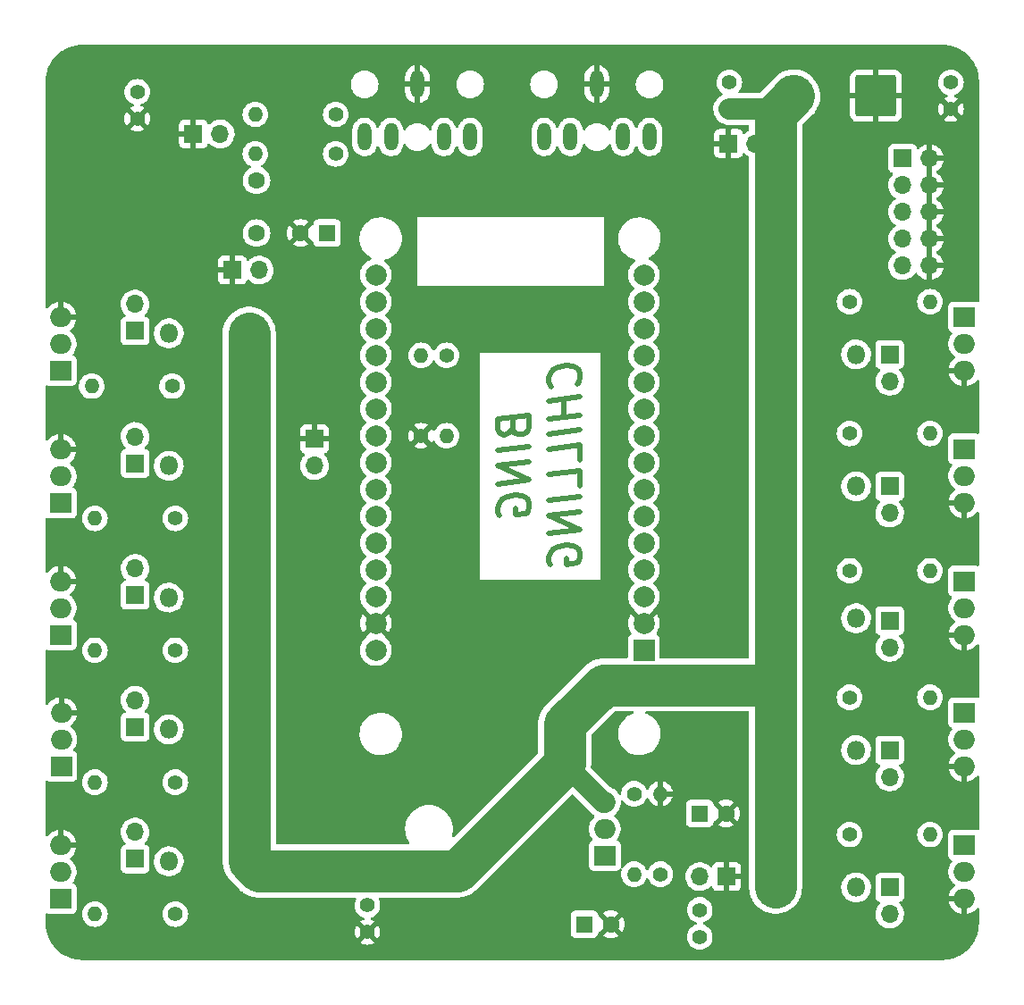
<source format=gbl>
G04 #@! TF.GenerationSoftware,KiCad,Pcbnew,(6.0.4)*
G04 #@! TF.CreationDate,2023-03-25T19:21:49+01:00*
G04 #@! TF.ProjectId,Audiovisualizer PCB,41756469-6f76-4697-9375-616c697a6572,rev?*
G04 #@! TF.SameCoordinates,Original*
G04 #@! TF.FileFunction,Copper,L2,Bot*
G04 #@! TF.FilePolarity,Positive*
%FSLAX46Y46*%
G04 Gerber Fmt 4.6, Leading zero omitted, Abs format (unit mm)*
G04 Created by KiCad (PCBNEW (6.0.4)) date 2023-03-25 19:21:49*
%MOMM*%
%LPD*%
G01*
G04 APERTURE LIST*
G04 Aperture macros list*
%AMRoundRect*
0 Rectangle with rounded corners*
0 $1 Rounding radius*
0 $2 $3 $4 $5 $6 $7 $8 $9 X,Y pos of 4 corners*
0 Add a 4 corners polygon primitive as box body*
4,1,4,$2,$3,$4,$5,$6,$7,$8,$9,$2,$3,0*
0 Add four circle primitives for the rounded corners*
1,1,$1+$1,$2,$3*
1,1,$1+$1,$4,$5*
1,1,$1+$1,$6,$7*
1,1,$1+$1,$8,$9*
0 Add four rect primitives between the rounded corners*
20,1,$1+$1,$2,$3,$4,$5,0*
20,1,$1+$1,$4,$5,$6,$7,0*
20,1,$1+$1,$6,$7,$8,$9,0*
20,1,$1+$1,$8,$9,$2,$3,0*%
G04 Aperture macros list end*
%ADD10C,0.500000*%
G04 #@! TA.AperFunction,NonConductor*
%ADD11C,0.500000*%
G04 #@! TD*
G04 #@! TA.AperFunction,ComponentPad*
%ADD12R,1.600000X1.600000*%
G04 #@! TD*
G04 #@! TA.AperFunction,ComponentPad*
%ADD13C,1.600000*%
G04 #@! TD*
G04 #@! TA.AperFunction,ComponentPad*
%ADD14R,1.700000X1.700000*%
G04 #@! TD*
G04 #@! TA.AperFunction,ComponentPad*
%ADD15O,1.700000X1.700000*%
G04 #@! TD*
G04 #@! TA.AperFunction,ComponentPad*
%ADD16R,2.000000X1.905000*%
G04 #@! TD*
G04 #@! TA.AperFunction,ComponentPad*
%ADD17O,2.000000X1.905000*%
G04 #@! TD*
G04 #@! TA.AperFunction,ComponentPad*
%ADD18RoundRect,0.250002X1.699998X1.699998X-1.699998X1.699998X-1.699998X-1.699998X1.699998X-1.699998X0*%
G04 #@! TD*
G04 #@! TA.AperFunction,ComponentPad*
%ADD19C,3.900000*%
G04 #@! TD*
G04 #@! TA.AperFunction,ComponentPad*
%ADD20C,1.400000*%
G04 #@! TD*
G04 #@! TA.AperFunction,ComponentPad*
%ADD21O,1.400000X1.400000*%
G04 #@! TD*
G04 #@! TA.AperFunction,ComponentPad*
%ADD22R,1.800000X1.800000*%
G04 #@! TD*
G04 #@! TA.AperFunction,ComponentPad*
%ADD23O,1.800000X1.800000*%
G04 #@! TD*
G04 #@! TA.AperFunction,ComponentPad*
%ADD24O,1.308000X2.616000*%
G04 #@! TD*
G04 #@! TA.AperFunction,ComponentPad*
%ADD25R,2.000000X2.000000*%
G04 #@! TD*
G04 #@! TA.AperFunction,ComponentPad*
%ADD26C,2.000000*%
G04 #@! TD*
G04 #@! TA.AperFunction,ViaPad*
%ADD27C,0.800000*%
G04 #@! TD*
G04 #@! TA.AperFunction,Conductor*
%ADD28C,2.000000*%
G04 #@! TD*
G04 #@! TA.AperFunction,Conductor*
%ADD29C,4.000000*%
G04 #@! TD*
G04 APERTURE END LIST*
D10*
D11*
X97270714Y-99440982D02*
X97413571Y-99851696D01*
X97556428Y-99976696D01*
X97842142Y-100083839D01*
X98270714Y-100030267D01*
X98556428Y-99851696D01*
X98699285Y-99690982D01*
X98842142Y-99387410D01*
X98842142Y-98244553D01*
X95842142Y-98619553D01*
X95842142Y-99619553D01*
X95985000Y-99887410D01*
X96127857Y-100012410D01*
X96413571Y-100119553D01*
X96699285Y-100083839D01*
X96985000Y-99905267D01*
X97127857Y-99744553D01*
X97270714Y-99440982D01*
X97270714Y-98440982D01*
X98842142Y-101244553D02*
X95842142Y-101619553D01*
X98842142Y-102673125D02*
X95842142Y-103048125D01*
X98842142Y-104387410D01*
X95842142Y-104762410D01*
X95985000Y-107744553D02*
X95842142Y-107476696D01*
X95842142Y-107048125D01*
X95985000Y-106601696D01*
X96270714Y-106280267D01*
X96556428Y-106101696D01*
X97127857Y-105887410D01*
X97556428Y-105833839D01*
X98127857Y-105905267D01*
X98413571Y-106012410D01*
X98699285Y-106262410D01*
X98842142Y-106673125D01*
X98842142Y-106958839D01*
X98699285Y-107405267D01*
X98556428Y-107565982D01*
X97556428Y-107690982D01*
X97556428Y-107119553D01*
X103386428Y-95280267D02*
X103529285Y-95119553D01*
X103672142Y-94673125D01*
X103672142Y-94387410D01*
X103529285Y-93976696D01*
X103243571Y-93726696D01*
X102957857Y-93619553D01*
X102386428Y-93548125D01*
X101957857Y-93601696D01*
X101386428Y-93815982D01*
X101100714Y-93994553D01*
X100815000Y-94315982D01*
X100672142Y-94762410D01*
X100672142Y-95048125D01*
X100815000Y-95458839D01*
X100957857Y-95583839D01*
X103672142Y-96530267D02*
X100672142Y-96905267D01*
X102100714Y-96726696D02*
X102100714Y-98440982D01*
X103672142Y-98244553D02*
X100672142Y-98619553D01*
X103672142Y-99673125D02*
X100672142Y-100048125D01*
X103672142Y-102530267D02*
X103672142Y-101101696D01*
X100672142Y-101476696D01*
X103672142Y-104958839D02*
X103672142Y-103530267D01*
X100672142Y-103905267D01*
X103672142Y-105958839D02*
X100672142Y-106333839D01*
X103672142Y-107387410D02*
X100672142Y-107762410D01*
X103672142Y-109101696D01*
X100672142Y-109476696D01*
X100815000Y-112458839D02*
X100672142Y-112190982D01*
X100672142Y-111762410D01*
X100815000Y-111315982D01*
X101100714Y-110994553D01*
X101386428Y-110815982D01*
X101957857Y-110601696D01*
X102386428Y-110548125D01*
X102957857Y-110619553D01*
X103243571Y-110726696D01*
X103529285Y-110976696D01*
X103672142Y-111387410D01*
X103672142Y-111673125D01*
X103529285Y-112119553D01*
X103386428Y-112280267D01*
X102386428Y-112405267D01*
X102386428Y-111833839D01*
D12*
X79682380Y-81000000D03*
D13*
X77182380Y-81000000D03*
D12*
X115000000Y-136000000D03*
D13*
X117500000Y-136000000D03*
X106572401Y-146500000D03*
D12*
X104072401Y-146500000D03*
D14*
X134225000Y-73925000D03*
D15*
X136765000Y-73925000D03*
X134225000Y-76465000D03*
X136765000Y-76465000D03*
X134225000Y-79005000D03*
X136765000Y-79005000D03*
X134225000Y-81545000D03*
X136765000Y-81545000D03*
X134225000Y-84085000D03*
X136765000Y-84085000D03*
D14*
X78500000Y-100500000D03*
D15*
X78500000Y-103040000D03*
D16*
X106000000Y-140000000D03*
D17*
X106000000Y-137460000D03*
X106000000Y-134920000D03*
D18*
X131700000Y-68000000D03*
D19*
X123900000Y-68000000D03*
D20*
X83500000Y-147250000D03*
X83500000Y-144710000D03*
X115000000Y-147690000D03*
X115000000Y-145150000D03*
X138800000Y-69250000D03*
X138800000Y-66710000D03*
X61700000Y-70150000D03*
X61700000Y-67610000D03*
X117800000Y-69250000D03*
X117800000Y-66710000D03*
D15*
X115005000Y-141987401D03*
D14*
X117545000Y-141987401D03*
X70725000Y-84500000D03*
D15*
X73265000Y-84500000D03*
D14*
X67025000Y-71600000D03*
D15*
X69565000Y-71600000D03*
D20*
X65000000Y-95500000D03*
D21*
X57380000Y-95500000D03*
D16*
X54445000Y-94040000D03*
D17*
X54445000Y-91500000D03*
X54445000Y-88960000D03*
D14*
X61500000Y-90275000D03*
D15*
X61500000Y-87735000D03*
D22*
X72310000Y-90500000D03*
D23*
X64690000Y-90500000D03*
D20*
X65310000Y-120540000D03*
D21*
X57690000Y-120540000D03*
D20*
X65310000Y-108040000D03*
D21*
X57690000Y-108040000D03*
D16*
X54445000Y-119080000D03*
D17*
X54445000Y-116540000D03*
X54445000Y-114000000D03*
D16*
X54445000Y-106580000D03*
D17*
X54445000Y-104040000D03*
X54445000Y-101500000D03*
D14*
X61500000Y-115315000D03*
D15*
X61500000Y-112775000D03*
D14*
X61500000Y-102815000D03*
D15*
X61500000Y-100275000D03*
D22*
X72310000Y-115540000D03*
D23*
X64690000Y-115540000D03*
D22*
X72310000Y-103040000D03*
D23*
X64690000Y-103040000D03*
D20*
X108770000Y-134140000D03*
D21*
X108770000Y-141760000D03*
D20*
X111270000Y-141760000D03*
D21*
X111270000Y-134140000D03*
D13*
X73000000Y-81000000D03*
X73000000Y-76000000D03*
D24*
X90746000Y-71900000D03*
X93246000Y-71900000D03*
X85746000Y-71900000D03*
X83246000Y-71900000D03*
X88246000Y-66900000D03*
X107746000Y-71900000D03*
X110246000Y-71900000D03*
X102746000Y-71900000D03*
X100246000Y-71900000D03*
X105246000Y-66900000D03*
D21*
X72880000Y-69750000D03*
D20*
X80500000Y-69750000D03*
D17*
X140055000Y-131540000D03*
X140055000Y-129000000D03*
D16*
X140055000Y-126460000D03*
D14*
X133000000Y-130000000D03*
D15*
X133000000Y-132540000D03*
D22*
X72310000Y-140540000D03*
D23*
X64690000Y-140540000D03*
X129810000Y-143000000D03*
D22*
X122190000Y-143000000D03*
X122190000Y-130000000D03*
D23*
X129810000Y-130000000D03*
D21*
X136810000Y-125000000D03*
D20*
X129190000Y-125000000D03*
D17*
X140055000Y-119080000D03*
X140055000Y-116540000D03*
D16*
X140055000Y-114000000D03*
D22*
X72310000Y-128040000D03*
D23*
X64690000Y-128040000D03*
D20*
X91000000Y-92590000D03*
D21*
X91000000Y-100210000D03*
D16*
X140055000Y-88960000D03*
D17*
X140055000Y-91500000D03*
X140055000Y-94040000D03*
D21*
X136810000Y-100000000D03*
D20*
X129190000Y-100000000D03*
X88600000Y-100210000D03*
D21*
X88600000Y-92590000D03*
D16*
X140055000Y-101460000D03*
D17*
X140055000Y-104000000D03*
X140055000Y-106540000D03*
D21*
X72880000Y-73500000D03*
D20*
X80500000Y-73500000D03*
X65310000Y-133040000D03*
D21*
X57690000Y-133040000D03*
D20*
X129190000Y-87500000D03*
D21*
X136810000Y-87500000D03*
D14*
X133000000Y-117725000D03*
D15*
X133000000Y-120265000D03*
D20*
X129190000Y-138000000D03*
D21*
X136810000Y-138000000D03*
D14*
X61500000Y-127815000D03*
D15*
X61500000Y-125275000D03*
D23*
X129810000Y-92500000D03*
D22*
X122190000Y-92500000D03*
D16*
X54500000Y-131540000D03*
D17*
X54500000Y-129000000D03*
X54500000Y-126460000D03*
D15*
X133000000Y-145540000D03*
D14*
X133000000Y-143000000D03*
X133000000Y-105000000D03*
D15*
X133000000Y-107540000D03*
D25*
X109700000Y-120515000D03*
D26*
X109700000Y-117975000D03*
X109700000Y-115435000D03*
X109700000Y-112895000D03*
X109700000Y-110355000D03*
X109700000Y-107815000D03*
X109700000Y-105275000D03*
X109700000Y-102735000D03*
X109700000Y-100195000D03*
X109700000Y-97655000D03*
X109700000Y-95115000D03*
X109700000Y-92575000D03*
X109700000Y-90035000D03*
X109700000Y-87495000D03*
X109700000Y-84955000D03*
X84300000Y-84955000D03*
X84300000Y-87495000D03*
X84300000Y-90035000D03*
X84300000Y-92575000D03*
X84300000Y-95115000D03*
X84300000Y-97655000D03*
X84300000Y-100195000D03*
X84300000Y-102735000D03*
X84300000Y-105275000D03*
X84300000Y-107815000D03*
X84300000Y-110355000D03*
X84300000Y-112895000D03*
X84300000Y-115435000D03*
X84300000Y-117975000D03*
X84300000Y-120515000D03*
D14*
X61500000Y-140315000D03*
D15*
X61500000Y-137775000D03*
D16*
X54445000Y-144080000D03*
D17*
X54445000Y-141540000D03*
X54445000Y-139000000D03*
D20*
X65310000Y-145540000D03*
D21*
X57690000Y-145540000D03*
D17*
X140055000Y-144080000D03*
X140055000Y-141540000D03*
D16*
X140055000Y-139000000D03*
D14*
X117725000Y-72500000D03*
D15*
X120265000Y-72500000D03*
D14*
X133000000Y-92500000D03*
D15*
X133000000Y-95040000D03*
D22*
X122190000Y-105000000D03*
D23*
X129810000Y-105000000D03*
D21*
X136810000Y-113000000D03*
D20*
X129190000Y-113000000D03*
D22*
X122190000Y-117500000D03*
D23*
X129810000Y-117500000D03*
D27*
X118000000Y-128000000D03*
X75500000Y-92500000D03*
X75500000Y-111500000D03*
X75500000Y-122500000D03*
X140000000Y-84500000D03*
X140000000Y-72500000D03*
X137500000Y-123000000D03*
X137500000Y-135500000D03*
X57500000Y-98000000D03*
X57500000Y-110500000D03*
X57500000Y-123000000D03*
X57500000Y-135500000D03*
X137500000Y-97500000D03*
X117500000Y-97500000D03*
X117500000Y-117500000D03*
X117500000Y-107500000D03*
X137500000Y-107500000D03*
X137500000Y-147500000D03*
X127500000Y-147500000D03*
X117500000Y-147500000D03*
X57500000Y-147500000D03*
X67500000Y-147500000D03*
X97500000Y-147500000D03*
X87500000Y-147500000D03*
X77500000Y-147500000D03*
X77500000Y-137500000D03*
X87500000Y-127500000D03*
X97500000Y-127500000D03*
X87500000Y-107500000D03*
X87500000Y-117500000D03*
X97500000Y-117500000D03*
X107500000Y-117500000D03*
X107500000Y-107500000D03*
X107500000Y-97500000D03*
X107500000Y-87500000D03*
X97500000Y-87500000D03*
X87500000Y-87500000D03*
X107500000Y-77500000D03*
X97500000Y-77500000D03*
X87500000Y-77500000D03*
X77500000Y-67500000D03*
X67500000Y-67500000D03*
X67500000Y-77500000D03*
X57500000Y-87500000D03*
X57500000Y-77500000D03*
X57500000Y-67500000D03*
D28*
X122650000Y-69250000D02*
X123900000Y-68000000D01*
X117800000Y-69250000D02*
X122650000Y-69250000D01*
X123000000Y-76000000D02*
X122190000Y-76810000D01*
D29*
X122190000Y-92500000D02*
X122190000Y-76810000D01*
X122190000Y-76810000D02*
X122190000Y-69710000D01*
X122190000Y-69710000D02*
X123900000Y-68000000D01*
D28*
X105820000Y-134920000D02*
X102200000Y-131300000D01*
X106000000Y-134920000D02*
X105820000Y-134920000D01*
D29*
X102200000Y-127500000D02*
X102200000Y-131300000D01*
X105890000Y-123810000D02*
X102200000Y-127500000D01*
X122190000Y-123810000D02*
X122190000Y-130000000D01*
X122190000Y-123810000D02*
X105890000Y-123810000D01*
X122190000Y-117500000D02*
X122190000Y-123810000D01*
X73229521Y-141459521D02*
X92040479Y-141459521D01*
X92040479Y-141459521D02*
X102200000Y-131300000D01*
X72310000Y-140540000D02*
X73229521Y-141459521D01*
X72310000Y-90500000D02*
X72310000Y-103040000D01*
X72310000Y-103040000D02*
X72310000Y-115540000D01*
X72310000Y-115540000D02*
X72310000Y-128040000D01*
X72310000Y-128040000D02*
X72310000Y-140540000D01*
X122190000Y-130000000D02*
X122190000Y-143000000D01*
X122190000Y-105000000D02*
X122190000Y-117500000D01*
X122190000Y-92500000D02*
X122190000Y-105000000D01*
G04 #@! TA.AperFunction,Conductor*
G36*
X137941594Y-63138427D02*
G01*
X137956427Y-63140737D01*
X137956431Y-63140737D01*
X137965300Y-63142118D01*
X137984655Y-63139587D01*
X138007170Y-63138675D01*
X138307631Y-63153434D01*
X138319918Y-63154644D01*
X138646615Y-63203103D01*
X138658733Y-63205513D01*
X138816725Y-63245088D01*
X138979098Y-63285759D01*
X138990931Y-63289348D01*
X139301890Y-63400610D01*
X139313313Y-63405342D01*
X139611871Y-63546548D01*
X139622758Y-63552367D01*
X139906049Y-63722163D01*
X139916325Y-63729030D01*
X140181598Y-63925769D01*
X140191137Y-63933596D01*
X140435863Y-64155404D01*
X140444596Y-64164137D01*
X140666404Y-64408863D01*
X140674231Y-64418402D01*
X140822968Y-64618952D01*
X140870970Y-64683675D01*
X140877837Y-64693951D01*
X141047633Y-64977242D01*
X141053452Y-64988129D01*
X141194658Y-65286687D01*
X141199390Y-65298110D01*
X141310652Y-65609069D01*
X141314241Y-65620902D01*
X141335622Y-65706261D01*
X141369177Y-65840221D01*
X141394486Y-65941264D01*
X141396897Y-65953385D01*
X141445356Y-66280082D01*
X141446566Y-66292371D01*
X141446700Y-66295090D01*
X141460962Y-66585454D01*
X141459614Y-66611016D01*
X141459263Y-66613269D01*
X141459263Y-66613280D01*
X141457882Y-66622148D01*
X141459046Y-66631051D01*
X141459046Y-66631056D01*
X141462009Y-66653718D01*
X141463073Y-66670054D01*
X141463073Y-87435581D01*
X141443071Y-87503702D01*
X141389415Y-87550195D01*
X141319141Y-87560299D01*
X141292845Y-87553563D01*
X141165316Y-87505755D01*
X141103134Y-87499000D01*
X139006866Y-87499000D01*
X138944684Y-87505755D01*
X138808295Y-87556885D01*
X138691739Y-87644239D01*
X138604385Y-87760795D01*
X138553255Y-87897184D01*
X138546500Y-87959366D01*
X138546500Y-89960634D01*
X138553255Y-90022816D01*
X138604385Y-90159205D01*
X138691739Y-90275761D01*
X138808295Y-90363115D01*
X138828189Y-90370573D01*
X138884953Y-90413213D01*
X138909654Y-90479774D01*
X138894447Y-90549123D01*
X138882842Y-90566647D01*
X138789633Y-90684670D01*
X138789630Y-90684675D01*
X138786432Y-90688724D01*
X138783939Y-90693240D01*
X138783937Y-90693243D01*
X138672823Y-90894526D01*
X138670326Y-90899050D01*
X138668602Y-90903919D01*
X138668600Y-90903923D01*
X138596268Y-91108182D01*
X138590130Y-91125515D01*
X138589223Y-91130608D01*
X138589222Y-91130611D01*
X138551682Y-91341361D01*
X138547999Y-91362037D01*
X138547936Y-91367201D01*
X138545306Y-91582492D01*
X138545064Y-91602263D01*
X138581404Y-91839744D01*
X138604917Y-91911683D01*
X138654434Y-92063183D01*
X138654437Y-92063189D01*
X138656042Y-92068101D01*
X138658429Y-92072687D01*
X138658431Y-92072691D01*
X138740424Y-92230197D01*
X138766975Y-92281200D01*
X138770085Y-92285342D01*
X138886269Y-92440084D01*
X138911223Y-92473320D01*
X138914961Y-92476892D01*
X139074581Y-92629428D01*
X139084912Y-92639301D01*
X139122351Y-92664840D01*
X139167352Y-92719751D01*
X139175523Y-92790275D01*
X139144269Y-92854022D01*
X139119790Y-92874716D01*
X139117674Y-92876085D01*
X139109502Y-92882378D01*
X138939520Y-93037050D01*
X138932494Y-93044583D01*
X138790055Y-93224944D01*
X138784350Y-93233531D01*
X138673286Y-93434722D01*
X138669056Y-93444134D01*
X138592341Y-93660768D01*
X138589707Y-93670739D01*
X138572353Y-93768163D01*
X138573813Y-93781460D01*
X138588370Y-93786000D01*
X140183000Y-93786000D01*
X140251121Y-93806002D01*
X140297614Y-93859658D01*
X140309000Y-93912000D01*
X140309000Y-95470412D01*
X140313325Y-95485141D01*
X140325111Y-95487202D01*
X140336704Y-95486249D01*
X140346866Y-95484567D01*
X140569771Y-95428578D01*
X140579519Y-95425259D01*
X140790289Y-95333615D01*
X140799364Y-95328749D01*
X140992327Y-95203915D01*
X141000498Y-95197622D01*
X141170480Y-95042950D01*
X141177506Y-95035417D01*
X141238191Y-94958575D01*
X141296108Y-94917512D01*
X141367031Y-94914280D01*
X141428442Y-94949905D01*
X141460845Y-95013076D01*
X141463073Y-95036667D01*
X141463073Y-99935581D01*
X141443071Y-100003702D01*
X141389415Y-100050195D01*
X141319141Y-100060299D01*
X141292845Y-100053563D01*
X141165316Y-100005755D01*
X141103134Y-99999000D01*
X139006866Y-99999000D01*
X138944684Y-100005755D01*
X138808295Y-100056885D01*
X138691739Y-100144239D01*
X138604385Y-100260795D01*
X138553255Y-100397184D01*
X138546500Y-100459366D01*
X138546500Y-102460634D01*
X138553255Y-102522816D01*
X138604385Y-102659205D01*
X138691739Y-102775761D01*
X138808295Y-102863115D01*
X138828189Y-102870573D01*
X138884953Y-102913213D01*
X138909654Y-102979774D01*
X138894447Y-103049123D01*
X138882842Y-103066647D01*
X138789633Y-103184670D01*
X138789630Y-103184675D01*
X138786432Y-103188724D01*
X138783939Y-103193240D01*
X138783937Y-103193243D01*
X138672823Y-103394526D01*
X138670326Y-103399050D01*
X138668602Y-103403919D01*
X138668600Y-103403923D01*
X138601343Y-103593851D01*
X138590130Y-103625515D01*
X138589223Y-103630608D01*
X138589222Y-103630611D01*
X138551802Y-103840689D01*
X138547999Y-103862037D01*
X138547248Y-103923489D01*
X138545733Y-104047540D01*
X138545064Y-104102263D01*
X138581404Y-104339744D01*
X138614942Y-104442355D01*
X138654434Y-104563183D01*
X138654437Y-104563189D01*
X138656042Y-104568101D01*
X138658429Y-104572687D01*
X138658431Y-104572691D01*
X138691428Y-104636077D01*
X138766975Y-104781200D01*
X138770085Y-104785342D01*
X138864216Y-104910712D01*
X138911223Y-104973320D01*
X138914961Y-104976892D01*
X139056511Y-105112160D01*
X139084912Y-105139301D01*
X139122351Y-105164840D01*
X139167352Y-105219751D01*
X139175523Y-105290275D01*
X139144269Y-105354022D01*
X139119790Y-105374716D01*
X139117674Y-105376085D01*
X139109502Y-105382378D01*
X138939520Y-105537050D01*
X138932494Y-105544583D01*
X138790055Y-105724944D01*
X138784350Y-105733531D01*
X138673286Y-105934722D01*
X138669056Y-105944134D01*
X138592341Y-106160768D01*
X138589707Y-106170739D01*
X138572353Y-106268163D01*
X138573813Y-106281460D01*
X138588370Y-106286000D01*
X140183000Y-106286000D01*
X140251121Y-106306002D01*
X140297614Y-106359658D01*
X140309000Y-106412000D01*
X140309000Y-107970412D01*
X140313325Y-107985141D01*
X140325111Y-107987202D01*
X140336704Y-107986249D01*
X140346866Y-107984567D01*
X140569771Y-107928578D01*
X140579519Y-107925259D01*
X140790289Y-107833615D01*
X140799364Y-107828749D01*
X140992327Y-107703915D01*
X141000498Y-107697622D01*
X141170480Y-107542950D01*
X141177506Y-107535417D01*
X141238191Y-107458575D01*
X141296108Y-107417512D01*
X141367031Y-107414280D01*
X141428442Y-107449905D01*
X141460845Y-107513076D01*
X141463073Y-107536667D01*
X141463073Y-112475581D01*
X141443071Y-112543702D01*
X141389415Y-112590195D01*
X141319141Y-112600299D01*
X141292845Y-112593563D01*
X141165316Y-112545755D01*
X141103134Y-112539000D01*
X139006866Y-112539000D01*
X138944684Y-112545755D01*
X138808295Y-112596885D01*
X138691739Y-112684239D01*
X138604385Y-112800795D01*
X138553255Y-112937184D01*
X138546500Y-112999366D01*
X138546500Y-115000634D01*
X138553255Y-115062816D01*
X138604385Y-115199205D01*
X138691739Y-115315761D01*
X138808295Y-115403115D01*
X138828189Y-115410573D01*
X138884953Y-115453213D01*
X138909654Y-115519774D01*
X138894447Y-115589123D01*
X138882842Y-115606647D01*
X138789633Y-115724670D01*
X138789630Y-115724675D01*
X138786432Y-115728724D01*
X138783939Y-115733240D01*
X138783937Y-115733243D01*
X138687926Y-115907167D01*
X138670326Y-115939050D01*
X138668602Y-115943919D01*
X138668600Y-115943923D01*
X138601445Y-116133562D01*
X138590130Y-116165515D01*
X138589223Y-116170608D01*
X138589222Y-116170611D01*
X138552170Y-116378622D01*
X138547999Y-116402037D01*
X138547726Y-116424385D01*
X138545306Y-116622492D01*
X138545064Y-116642263D01*
X138581404Y-116879744D01*
X138604917Y-116951683D01*
X138654434Y-117103183D01*
X138654437Y-117103189D01*
X138656042Y-117108101D01*
X138658429Y-117112687D01*
X138658431Y-117112691D01*
X138739888Y-117269167D01*
X138766975Y-117321200D01*
X138770085Y-117325342D01*
X138903749Y-117503365D01*
X138911223Y-117513320D01*
X138914961Y-117516892D01*
X139074581Y-117669428D01*
X139084912Y-117679301D01*
X139122351Y-117704840D01*
X139167352Y-117759751D01*
X139175523Y-117830275D01*
X139144269Y-117894022D01*
X139119790Y-117914716D01*
X139117674Y-117916085D01*
X139109502Y-117922378D01*
X138939520Y-118077050D01*
X138932494Y-118084583D01*
X138790055Y-118264944D01*
X138784350Y-118273531D01*
X138673286Y-118474722D01*
X138669056Y-118484134D01*
X138592341Y-118700768D01*
X138589707Y-118710739D01*
X138572353Y-118808163D01*
X138573813Y-118821460D01*
X138588370Y-118826000D01*
X140183000Y-118826000D01*
X140251121Y-118846002D01*
X140297614Y-118899658D01*
X140309000Y-118952000D01*
X140309000Y-120510412D01*
X140313325Y-120525141D01*
X140325111Y-120527202D01*
X140336704Y-120526249D01*
X140346866Y-120524567D01*
X140569771Y-120468578D01*
X140579519Y-120465259D01*
X140790289Y-120373615D01*
X140799364Y-120368749D01*
X140992327Y-120243915D01*
X141000498Y-120237622D01*
X141170480Y-120082950D01*
X141177506Y-120075417D01*
X141238191Y-119998575D01*
X141296108Y-119957512D01*
X141367031Y-119954280D01*
X141428442Y-119989905D01*
X141460845Y-120053076D01*
X141463073Y-120076667D01*
X141463073Y-124935581D01*
X141443071Y-125003702D01*
X141389415Y-125050195D01*
X141319141Y-125060299D01*
X141292845Y-125053563D01*
X141165316Y-125005755D01*
X141103134Y-124999000D01*
X139006866Y-124999000D01*
X138944684Y-125005755D01*
X138808295Y-125056885D01*
X138691739Y-125144239D01*
X138604385Y-125260795D01*
X138553255Y-125397184D01*
X138546500Y-125459366D01*
X138546500Y-127460634D01*
X138553255Y-127522816D01*
X138604385Y-127659205D01*
X138691739Y-127775761D01*
X138808295Y-127863115D01*
X138828189Y-127870573D01*
X138884953Y-127913213D01*
X138909654Y-127979774D01*
X138894447Y-128049123D01*
X138882842Y-128066647D01*
X138789633Y-128184670D01*
X138789630Y-128184675D01*
X138786432Y-128188724D01*
X138783939Y-128193240D01*
X138783937Y-128193243D01*
X138672823Y-128394526D01*
X138670326Y-128399050D01*
X138668602Y-128403919D01*
X138668600Y-128403923D01*
X138601343Y-128593851D01*
X138590130Y-128625515D01*
X138589223Y-128630608D01*
X138589222Y-128630611D01*
X138553903Y-128828893D01*
X138547999Y-128862037D01*
X138547936Y-128867201D01*
X138545733Y-129047540D01*
X138545064Y-129102263D01*
X138581404Y-129339744D01*
X138614942Y-129442355D01*
X138654434Y-129563183D01*
X138654437Y-129563189D01*
X138656042Y-129568101D01*
X138658429Y-129572687D01*
X138658431Y-129572691D01*
X138763392Y-129774318D01*
X138766975Y-129781200D01*
X138770085Y-129785342D01*
X138883413Y-129936280D01*
X138911223Y-129973320D01*
X138914961Y-129976892D01*
X139074581Y-130129428D01*
X139084912Y-130139301D01*
X139122351Y-130164840D01*
X139167352Y-130219751D01*
X139175523Y-130290275D01*
X139144269Y-130354022D01*
X139119790Y-130374716D01*
X139117674Y-130376085D01*
X139109502Y-130382378D01*
X138939520Y-130537050D01*
X138932494Y-130544583D01*
X138790055Y-130724944D01*
X138784350Y-130733531D01*
X138673286Y-130934722D01*
X138669056Y-130944134D01*
X138592341Y-131160768D01*
X138589707Y-131170739D01*
X138572353Y-131268163D01*
X138573813Y-131281460D01*
X138588370Y-131286000D01*
X140183000Y-131286000D01*
X140251121Y-131306002D01*
X140297614Y-131359658D01*
X140309000Y-131412000D01*
X140309000Y-132970412D01*
X140313325Y-132985141D01*
X140325111Y-132987202D01*
X140336704Y-132986249D01*
X140346866Y-132984567D01*
X140569771Y-132928578D01*
X140579519Y-132925259D01*
X140790289Y-132833615D01*
X140799364Y-132828749D01*
X140992327Y-132703915D01*
X141000498Y-132697622D01*
X141170480Y-132542950D01*
X141177506Y-132535417D01*
X141238191Y-132458575D01*
X141296108Y-132417512D01*
X141367031Y-132414280D01*
X141428442Y-132449905D01*
X141460845Y-132513076D01*
X141463073Y-132536667D01*
X141463073Y-137475581D01*
X141443071Y-137543702D01*
X141389415Y-137590195D01*
X141319141Y-137600299D01*
X141292845Y-137593563D01*
X141165316Y-137545755D01*
X141103134Y-137539000D01*
X139006866Y-137539000D01*
X138944684Y-137545755D01*
X138808295Y-137596885D01*
X138691739Y-137684239D01*
X138604385Y-137800795D01*
X138553255Y-137937184D01*
X138546500Y-137999366D01*
X138546500Y-140000634D01*
X138553255Y-140062816D01*
X138604385Y-140199205D01*
X138691739Y-140315761D01*
X138808295Y-140403115D01*
X138828189Y-140410573D01*
X138884953Y-140453213D01*
X138909654Y-140519774D01*
X138894447Y-140589123D01*
X138882842Y-140606647D01*
X138789633Y-140724670D01*
X138789630Y-140724675D01*
X138786432Y-140728724D01*
X138783939Y-140733240D01*
X138783937Y-140733243D01*
X138672823Y-140934526D01*
X138670326Y-140939050D01*
X138668602Y-140943919D01*
X138668600Y-140943923D01*
X138593613Y-141155678D01*
X138590130Y-141165515D01*
X138589223Y-141170608D01*
X138589222Y-141170611D01*
X138550430Y-141388392D01*
X138547999Y-141402037D01*
X138547183Y-141468848D01*
X138545283Y-141624368D01*
X138545064Y-141642263D01*
X138581404Y-141879744D01*
X138604917Y-141951683D01*
X138654434Y-142103183D01*
X138654437Y-142103189D01*
X138656042Y-142108101D01*
X138658429Y-142112687D01*
X138658431Y-142112691D01*
X138756927Y-142301899D01*
X138766975Y-142321200D01*
X138770085Y-142325342D01*
X138906704Y-142507301D01*
X138911223Y-142513320D01*
X138943886Y-142544533D01*
X139074581Y-142669428D01*
X139084912Y-142679301D01*
X139122351Y-142704840D01*
X139167352Y-142759751D01*
X139175523Y-142830275D01*
X139144269Y-142894022D01*
X139119790Y-142914716D01*
X139117674Y-142916085D01*
X139109502Y-142922378D01*
X138939520Y-143077050D01*
X138932494Y-143084583D01*
X138790055Y-143264944D01*
X138784350Y-143273531D01*
X138673286Y-143474722D01*
X138669056Y-143484134D01*
X138592341Y-143700768D01*
X138589707Y-143710739D01*
X138572353Y-143808163D01*
X138573813Y-143821460D01*
X138588370Y-143826000D01*
X140183000Y-143826000D01*
X140251121Y-143846002D01*
X140297614Y-143899658D01*
X140309000Y-143952000D01*
X140309000Y-145510412D01*
X140313325Y-145525141D01*
X140325111Y-145527202D01*
X140336704Y-145526249D01*
X140346866Y-145524567D01*
X140569771Y-145468578D01*
X140579519Y-145465259D01*
X140790289Y-145373615D01*
X140799364Y-145368749D01*
X140992327Y-145243915D01*
X141000498Y-145237622D01*
X141170480Y-145082950D01*
X141177506Y-145075417D01*
X141238191Y-144998575D01*
X141296108Y-144957512D01*
X141367031Y-144954280D01*
X141428442Y-144989905D01*
X141460845Y-145053076D01*
X141463073Y-145076667D01*
X141463073Y-146350633D01*
X141461573Y-146370018D01*
X141457882Y-146393724D01*
X141459046Y-146402627D01*
X141459046Y-146402628D01*
X141460412Y-146413076D01*
X141461324Y-146435594D01*
X141446631Y-146734686D01*
X141446564Y-146736044D01*
X141445353Y-146748344D01*
X141414839Y-146954053D01*
X141396894Y-147075028D01*
X141394483Y-147087152D01*
X141378362Y-147151511D01*
X141314232Y-147407528D01*
X141310642Y-147419360D01*
X141199386Y-147730297D01*
X141194655Y-147741721D01*
X141053447Y-148040280D01*
X141047618Y-148051185D01*
X140877829Y-148334460D01*
X140870959Y-148344741D01*
X140674231Y-148609997D01*
X140666387Y-148619556D01*
X140444588Y-148864272D01*
X140435845Y-148873014D01*
X140191140Y-149094800D01*
X140181591Y-149102637D01*
X139916313Y-149299377D01*
X139906033Y-149306246D01*
X139622762Y-149476031D01*
X139611863Y-149481857D01*
X139313296Y-149623066D01*
X139301892Y-149627790D01*
X139226077Y-149654916D01*
X138990926Y-149739053D01*
X138979094Y-149742642D01*
X138816500Y-149783369D01*
X138658731Y-149822886D01*
X138646612Y-149825297D01*
X138319916Y-149873756D01*
X138307627Y-149874966D01*
X138014408Y-149889369D01*
X137988841Y-149888020D01*
X137986724Y-149887690D01*
X137986721Y-149887690D01*
X137977852Y-149886309D01*
X137968949Y-149887473D01*
X137968944Y-149887473D01*
X137946282Y-149890436D01*
X137929946Y-149891500D01*
X56549367Y-149891500D01*
X56529982Y-149890000D01*
X56515148Y-149887690D01*
X56515145Y-149887690D01*
X56506276Y-149886309D01*
X56497373Y-149887473D01*
X56497372Y-149887473D01*
X56486924Y-149888839D01*
X56464406Y-149889751D01*
X56163949Y-149874990D01*
X56151655Y-149873779D01*
X55824966Y-149825320D01*
X55812844Y-149822910D01*
X55718804Y-149799354D01*
X55492477Y-149742661D01*
X55480645Y-149739072D01*
X55169689Y-149627810D01*
X55158265Y-149623078D01*
X54994130Y-149545448D01*
X54859708Y-149481872D01*
X54848812Y-149476047D01*
X54707899Y-149391588D01*
X54565533Y-149306256D01*
X54555252Y-149299386D01*
X54484483Y-149246901D01*
X54289983Y-149102650D01*
X54280444Y-149094823D01*
X54035718Y-148873015D01*
X54026980Y-148864277D01*
X53805177Y-148619556D01*
X53797350Y-148610017D01*
X53653099Y-148415517D01*
X53600614Y-148344748D01*
X53593744Y-148334467D01*
X53551664Y-148264261D01*
X82850294Y-148264261D01*
X82859590Y-148276276D01*
X82889189Y-148297001D01*
X82898677Y-148302479D01*
X83080277Y-148387159D01*
X83090571Y-148390907D01*
X83284122Y-148442769D01*
X83294909Y-148444671D01*
X83494525Y-148462135D01*
X83505475Y-148462135D01*
X83705091Y-148444671D01*
X83715878Y-148442769D01*
X83909429Y-148390907D01*
X83919723Y-148387159D01*
X84101323Y-148302479D01*
X84110811Y-148297001D01*
X84141248Y-148275689D01*
X84149623Y-148265212D01*
X84142554Y-148251764D01*
X83512812Y-147622022D01*
X83498868Y-147614408D01*
X83497035Y-147614539D01*
X83490420Y-147618790D01*
X82856724Y-148252486D01*
X82850294Y-148264261D01*
X53551664Y-148264261D01*
X53423955Y-148051193D01*
X53418126Y-148040288D01*
X53276922Y-147741735D01*
X53272190Y-147730311D01*
X53160928Y-147419355D01*
X53157339Y-147407523D01*
X53119252Y-147255475D01*
X82287865Y-147255475D01*
X82305329Y-147455091D01*
X82307231Y-147465878D01*
X82359093Y-147659429D01*
X82362841Y-147669723D01*
X82447521Y-147851323D01*
X82452999Y-147860811D01*
X82474311Y-147891248D01*
X82484788Y-147899623D01*
X82498236Y-147892554D01*
X83127978Y-147262812D01*
X83134356Y-147251132D01*
X83864408Y-147251132D01*
X83864539Y-147252965D01*
X83868790Y-147259580D01*
X84502486Y-147893276D01*
X84514261Y-147899706D01*
X84526276Y-147890410D01*
X84547001Y-147860811D01*
X84552479Y-147851323D01*
X84637159Y-147669723D01*
X84640907Y-147659429D01*
X84692769Y-147465878D01*
X84694671Y-147455091D01*
X84704028Y-147348134D01*
X102763901Y-147348134D01*
X102770656Y-147410316D01*
X102821786Y-147546705D01*
X102909140Y-147663261D01*
X103025696Y-147750615D01*
X103162085Y-147801745D01*
X103224267Y-147808500D01*
X104920535Y-147808500D01*
X104982717Y-147801745D01*
X105119106Y-147750615D01*
X105235662Y-147663261D01*
X105293520Y-147586062D01*
X105850894Y-147586062D01*
X105860190Y-147598077D01*
X105911395Y-147633931D01*
X105920890Y-147639414D01*
X106118348Y-147731490D01*
X106128640Y-147735236D01*
X106339089Y-147791625D01*
X106349882Y-147793528D01*
X106566926Y-147812517D01*
X106577876Y-147812517D01*
X106794920Y-147793528D01*
X106805713Y-147791625D01*
X107016162Y-147735236D01*
X107026454Y-147731490D01*
X107115430Y-147690000D01*
X113786884Y-147690000D01*
X113805314Y-147900655D01*
X113806738Y-147905968D01*
X113806738Y-147905970D01*
X113845651Y-148051193D01*
X113860044Y-148104910D01*
X113862366Y-148109891D01*
X113862367Y-148109892D01*
X113939680Y-148275689D01*
X113949411Y-148296558D01*
X114070699Y-148469776D01*
X114220224Y-148619301D01*
X114393442Y-148740589D01*
X114398420Y-148742910D01*
X114398423Y-148742912D01*
X114580108Y-148827633D01*
X114585090Y-148829956D01*
X114590398Y-148831378D01*
X114590400Y-148831379D01*
X114784030Y-148883262D01*
X114784032Y-148883262D01*
X114789345Y-148884686D01*
X115000000Y-148903116D01*
X115210655Y-148884686D01*
X115215968Y-148883262D01*
X115215970Y-148883262D01*
X115409600Y-148831379D01*
X115409602Y-148831378D01*
X115414910Y-148829956D01*
X115419892Y-148827633D01*
X115601577Y-148742912D01*
X115601580Y-148742910D01*
X115606558Y-148740589D01*
X115779776Y-148619301D01*
X115929301Y-148469776D01*
X116050589Y-148296558D01*
X116060321Y-148275689D01*
X116137633Y-148109892D01*
X116137634Y-148109891D01*
X116139956Y-148104910D01*
X116154350Y-148051193D01*
X116193262Y-147905970D01*
X116193262Y-147905968D01*
X116194686Y-147900655D01*
X116213116Y-147690000D01*
X116194686Y-147479345D01*
X116175443Y-147407528D01*
X116141379Y-147280400D01*
X116141378Y-147280398D01*
X116139956Y-147275090D01*
X116132724Y-147259580D01*
X116052912Y-147088423D01*
X116052910Y-147088420D01*
X116050589Y-147083442D01*
X115929301Y-146910224D01*
X115779776Y-146760699D01*
X115606558Y-146639411D01*
X115601580Y-146637090D01*
X115601577Y-146637088D01*
X115419892Y-146552367D01*
X115419891Y-146552366D01*
X115414910Y-146550044D01*
X115409602Y-146548622D01*
X115409600Y-146548621D01*
X115383796Y-146541707D01*
X115323173Y-146504755D01*
X115292152Y-146440894D01*
X115300580Y-146370400D01*
X115345783Y-146315653D01*
X115383796Y-146298293D01*
X115409600Y-146291379D01*
X115409602Y-146291378D01*
X115414910Y-146289956D01*
X115441663Y-146277481D01*
X115601577Y-146202912D01*
X115601580Y-146202910D01*
X115606558Y-146200589D01*
X115779776Y-146079301D01*
X115929301Y-145929776D01*
X116050589Y-145756558D01*
X116060751Y-145734767D01*
X116137633Y-145569892D01*
X116137634Y-145569891D01*
X116139956Y-145564910D01*
X116147530Y-145536646D01*
X116193262Y-145365970D01*
X116193262Y-145365968D01*
X116194686Y-145360655D01*
X116213116Y-145150000D01*
X116194686Y-144939345D01*
X116181864Y-144891492D01*
X116141379Y-144740400D01*
X116141378Y-144740398D01*
X116139956Y-144735090D01*
X116131768Y-144717530D01*
X116052912Y-144548423D01*
X116052910Y-144548420D01*
X116050589Y-144543442D01*
X115929301Y-144370224D01*
X115779776Y-144220699D01*
X115606558Y-144099411D01*
X115601580Y-144097090D01*
X115601577Y-144097088D01*
X115419892Y-144012367D01*
X115419891Y-144012366D01*
X115414910Y-144010044D01*
X115409602Y-144008622D01*
X115409600Y-144008621D01*
X115215970Y-143956738D01*
X115215968Y-143956738D01*
X115210655Y-143955314D01*
X115000000Y-143936884D01*
X114789345Y-143955314D01*
X114784032Y-143956738D01*
X114784030Y-143956738D01*
X114590400Y-144008621D01*
X114590398Y-144008622D01*
X114585090Y-144010044D01*
X114580109Y-144012366D01*
X114580108Y-144012367D01*
X114398423Y-144097088D01*
X114398420Y-144097090D01*
X114393442Y-144099411D01*
X114220224Y-144220699D01*
X114070699Y-144370224D01*
X113949411Y-144543442D01*
X113947090Y-144548420D01*
X113947088Y-144548423D01*
X113868232Y-144717530D01*
X113860044Y-144735090D01*
X113858622Y-144740398D01*
X113858621Y-144740400D01*
X113818136Y-144891492D01*
X113805314Y-144939345D01*
X113786884Y-145150000D01*
X113805314Y-145360655D01*
X113806738Y-145365968D01*
X113806738Y-145365970D01*
X113852471Y-145536646D01*
X113860044Y-145564910D01*
X113862366Y-145569891D01*
X113862367Y-145569892D01*
X113939250Y-145734767D01*
X113949411Y-145756558D01*
X114070699Y-145929776D01*
X114220224Y-146079301D01*
X114393442Y-146200589D01*
X114398420Y-146202910D01*
X114398423Y-146202912D01*
X114558337Y-146277481D01*
X114585090Y-146289956D01*
X114590398Y-146291378D01*
X114590400Y-146291379D01*
X114616204Y-146298293D01*
X114676827Y-146335245D01*
X114707848Y-146399106D01*
X114699420Y-146469600D01*
X114654217Y-146524347D01*
X114616204Y-146541707D01*
X114590400Y-146548621D01*
X114590398Y-146548622D01*
X114585090Y-146550044D01*
X114580109Y-146552366D01*
X114580108Y-146552367D01*
X114398423Y-146637088D01*
X114398420Y-146637090D01*
X114393442Y-146639411D01*
X114220224Y-146760699D01*
X114070699Y-146910224D01*
X113949411Y-147083442D01*
X113947090Y-147088420D01*
X113947088Y-147088423D01*
X113867276Y-147259580D01*
X113860044Y-147275090D01*
X113858622Y-147280398D01*
X113858621Y-147280400D01*
X113824557Y-147407528D01*
X113805314Y-147479345D01*
X113786884Y-147690000D01*
X107115430Y-147690000D01*
X107223912Y-147639414D01*
X107233407Y-147633931D01*
X107285449Y-147597491D01*
X107293825Y-147587012D01*
X107286757Y-147573566D01*
X106585213Y-146872022D01*
X106571269Y-146864408D01*
X106569436Y-146864539D01*
X106562821Y-146868790D01*
X105857324Y-147574287D01*
X105850894Y-147586062D01*
X105293520Y-147586062D01*
X105323016Y-147546705D01*
X105374146Y-147410316D01*
X105380901Y-147348134D01*
X105380901Y-147344815D01*
X105404554Y-147277890D01*
X105450557Y-147242196D01*
X105449542Y-147240266D01*
X105460401Y-147234558D01*
X105460646Y-147234368D01*
X105460804Y-147234347D01*
X105498835Y-147214356D01*
X106200379Y-146512812D01*
X106206757Y-146501132D01*
X106936809Y-146501132D01*
X106936940Y-146502965D01*
X106941191Y-146509580D01*
X107646688Y-147215077D01*
X107658463Y-147221507D01*
X107670478Y-147212211D01*
X107706332Y-147161006D01*
X107711815Y-147151511D01*
X107803891Y-146954053D01*
X107807637Y-146943761D01*
X107864026Y-146733312D01*
X107865929Y-146722519D01*
X107884918Y-146505475D01*
X107884918Y-146494525D01*
X107865929Y-146277481D01*
X107864026Y-146266688D01*
X107807637Y-146056239D01*
X107803891Y-146045947D01*
X107711815Y-145848489D01*
X107706332Y-145838994D01*
X107669892Y-145786952D01*
X107659413Y-145778576D01*
X107645967Y-145785644D01*
X106944423Y-146487188D01*
X106936809Y-146501132D01*
X106206757Y-146501132D01*
X106207993Y-146498868D01*
X106207862Y-146497035D01*
X106203611Y-146490420D01*
X105498114Y-145784923D01*
X105456372Y-145762129D01*
X105446372Y-145759953D01*
X105396174Y-145709747D01*
X105380950Y-145656186D01*
X105380901Y-145655281D01*
X105380901Y-145651866D01*
X105374146Y-145589684D01*
X105323016Y-145453295D01*
X105292808Y-145412988D01*
X105850977Y-145412988D01*
X105858045Y-145426434D01*
X106559589Y-146127978D01*
X106573533Y-146135592D01*
X106575366Y-146135461D01*
X106581981Y-146131210D01*
X107287478Y-145425713D01*
X107293908Y-145413938D01*
X107284612Y-145401923D01*
X107233407Y-145366069D01*
X107223912Y-145360586D01*
X107026454Y-145268510D01*
X107016162Y-145264764D01*
X106805713Y-145208375D01*
X106794920Y-145206472D01*
X106577876Y-145187483D01*
X106566926Y-145187483D01*
X106349882Y-145206472D01*
X106339089Y-145208375D01*
X106128640Y-145264764D01*
X106118348Y-145268510D01*
X105920890Y-145360586D01*
X105911395Y-145366069D01*
X105859353Y-145402509D01*
X105850977Y-145412988D01*
X105292808Y-145412988D01*
X105235662Y-145336739D01*
X105119106Y-145249385D01*
X104982717Y-145198255D01*
X104920535Y-145191500D01*
X103224267Y-145191500D01*
X103162085Y-145198255D01*
X103025696Y-145249385D01*
X102909140Y-145336739D01*
X102821786Y-145453295D01*
X102770656Y-145589684D01*
X102763901Y-145651866D01*
X102763901Y-147348134D01*
X84704028Y-147348134D01*
X84712135Y-147255475D01*
X84712135Y-147244525D01*
X84694671Y-147044909D01*
X84692769Y-147034122D01*
X84640907Y-146840571D01*
X84637159Y-146830277D01*
X84552479Y-146648677D01*
X84547001Y-146639189D01*
X84525689Y-146608752D01*
X84515212Y-146600377D01*
X84501764Y-146607446D01*
X83872022Y-147237188D01*
X83864408Y-147251132D01*
X83134356Y-147251132D01*
X83135592Y-147248868D01*
X83135461Y-147247035D01*
X83131210Y-147240420D01*
X82497514Y-146606724D01*
X82485739Y-146600294D01*
X82473724Y-146609590D01*
X82452999Y-146639189D01*
X82447521Y-146648677D01*
X82362841Y-146830277D01*
X82359093Y-146840571D01*
X82307231Y-147034122D01*
X82305329Y-147044909D01*
X82287865Y-147244525D01*
X82287865Y-147255475D01*
X53119252Y-147255475D01*
X53077091Y-147087159D01*
X53074679Y-147075031D01*
X53050902Y-146914736D01*
X53026220Y-146748343D01*
X53025009Y-146736045D01*
X53024943Y-146734686D01*
X53015462Y-146541707D01*
X53010795Y-146446695D01*
X53012387Y-146419619D01*
X53012442Y-146419292D01*
X53013576Y-146412552D01*
X53013729Y-146400000D01*
X53009773Y-146372376D01*
X53008500Y-146354514D01*
X53008500Y-145590385D01*
X53028502Y-145522264D01*
X53082158Y-145475771D01*
X53152432Y-145465667D01*
X53193118Y-145479235D01*
X53198295Y-145483115D01*
X53206696Y-145486264D01*
X53206697Y-145486265D01*
X53264684Y-145508003D01*
X53334684Y-145534245D01*
X53396866Y-145541000D01*
X55493134Y-145541000D01*
X55502339Y-145540000D01*
X56476884Y-145540000D01*
X56495314Y-145750655D01*
X56496738Y-145755968D01*
X56496738Y-145755970D01*
X56536587Y-145904686D01*
X56550044Y-145954910D01*
X56552366Y-145959891D01*
X56552367Y-145959892D01*
X56609522Y-146082460D01*
X56639411Y-146146558D01*
X56760699Y-146319776D01*
X56910224Y-146469301D01*
X57083442Y-146590589D01*
X57088420Y-146592910D01*
X57088423Y-146592912D01*
X57270108Y-146677633D01*
X57275090Y-146679956D01*
X57280398Y-146681378D01*
X57280400Y-146681379D01*
X57474030Y-146733262D01*
X57474032Y-146733262D01*
X57479345Y-146734686D01*
X57690000Y-146753116D01*
X57900655Y-146734686D01*
X57905968Y-146733262D01*
X57905970Y-146733262D01*
X58099600Y-146681379D01*
X58099602Y-146681378D01*
X58104910Y-146679956D01*
X58109892Y-146677633D01*
X58291577Y-146592912D01*
X58291580Y-146592910D01*
X58296558Y-146590589D01*
X58469776Y-146469301D01*
X58619301Y-146319776D01*
X58740589Y-146146558D01*
X58770479Y-146082460D01*
X58827633Y-145959892D01*
X58827634Y-145959891D01*
X58829956Y-145954910D01*
X58843414Y-145904686D01*
X58883262Y-145755970D01*
X58883262Y-145755968D01*
X58884686Y-145750655D01*
X58903116Y-145540000D01*
X64096884Y-145540000D01*
X64115314Y-145750655D01*
X64116738Y-145755968D01*
X64116738Y-145755970D01*
X64156587Y-145904686D01*
X64170044Y-145954910D01*
X64172366Y-145959891D01*
X64172367Y-145959892D01*
X64229522Y-146082460D01*
X64259411Y-146146558D01*
X64380699Y-146319776D01*
X64530224Y-146469301D01*
X64703442Y-146590589D01*
X64708420Y-146592910D01*
X64708423Y-146592912D01*
X64890108Y-146677633D01*
X64895090Y-146679956D01*
X64900398Y-146681378D01*
X64900400Y-146681379D01*
X65094030Y-146733262D01*
X65094032Y-146733262D01*
X65099345Y-146734686D01*
X65310000Y-146753116D01*
X65520655Y-146734686D01*
X65525968Y-146733262D01*
X65525970Y-146733262D01*
X65719600Y-146681379D01*
X65719602Y-146681378D01*
X65724910Y-146679956D01*
X65729892Y-146677633D01*
X65911577Y-146592912D01*
X65911580Y-146592910D01*
X65916558Y-146590589D01*
X66089776Y-146469301D01*
X66239301Y-146319776D01*
X66360589Y-146146558D01*
X66390479Y-146082460D01*
X66447633Y-145959892D01*
X66447634Y-145959891D01*
X66449956Y-145954910D01*
X66463414Y-145904686D01*
X66503262Y-145755970D01*
X66503262Y-145755968D01*
X66504686Y-145750655D01*
X66523116Y-145540000D01*
X66504686Y-145329345D01*
X66491251Y-145279205D01*
X66451379Y-145130400D01*
X66451378Y-145130398D01*
X66449956Y-145125090D01*
X66429226Y-145080634D01*
X66362912Y-144938423D01*
X66362910Y-144938420D01*
X66360589Y-144933442D01*
X66239301Y-144760224D01*
X66089776Y-144610699D01*
X65916558Y-144489411D01*
X65911580Y-144487090D01*
X65911577Y-144487088D01*
X65729892Y-144402367D01*
X65729891Y-144402366D01*
X65724910Y-144400044D01*
X65719602Y-144398622D01*
X65719600Y-144398621D01*
X65525970Y-144346738D01*
X65525968Y-144346738D01*
X65520655Y-144345314D01*
X65310000Y-144326884D01*
X65099345Y-144345314D01*
X65094032Y-144346738D01*
X65094030Y-144346738D01*
X64900400Y-144398621D01*
X64900398Y-144398622D01*
X64895090Y-144400044D01*
X64890109Y-144402366D01*
X64890108Y-144402367D01*
X64708423Y-144487088D01*
X64708420Y-144487090D01*
X64703442Y-144489411D01*
X64530224Y-144610699D01*
X64380699Y-144760224D01*
X64259411Y-144933442D01*
X64257090Y-144938420D01*
X64257088Y-144938423D01*
X64190774Y-145080634D01*
X64170044Y-145125090D01*
X64168622Y-145130398D01*
X64168621Y-145130400D01*
X64128749Y-145279205D01*
X64115314Y-145329345D01*
X64096884Y-145540000D01*
X58903116Y-145540000D01*
X58884686Y-145329345D01*
X58871251Y-145279205D01*
X58831379Y-145130400D01*
X58831378Y-145130398D01*
X58829956Y-145125090D01*
X58809226Y-145080634D01*
X58742912Y-144938423D01*
X58742910Y-144938420D01*
X58740589Y-144933442D01*
X58619301Y-144760224D01*
X58469776Y-144610699D01*
X58296558Y-144489411D01*
X58291580Y-144487090D01*
X58291577Y-144487088D01*
X58109892Y-144402367D01*
X58109891Y-144402366D01*
X58104910Y-144400044D01*
X58099602Y-144398622D01*
X58099600Y-144398621D01*
X57905970Y-144346738D01*
X57905968Y-144346738D01*
X57900655Y-144345314D01*
X57690000Y-144326884D01*
X57479345Y-144345314D01*
X57474032Y-144346738D01*
X57474030Y-144346738D01*
X57280400Y-144398621D01*
X57280398Y-144398622D01*
X57275090Y-144400044D01*
X57270109Y-144402366D01*
X57270108Y-144402367D01*
X57088423Y-144487088D01*
X57088420Y-144487090D01*
X57083442Y-144489411D01*
X56910224Y-144610699D01*
X56760699Y-144760224D01*
X56639411Y-144933442D01*
X56637090Y-144938420D01*
X56637088Y-144938423D01*
X56570774Y-145080634D01*
X56550044Y-145125090D01*
X56548622Y-145130398D01*
X56548621Y-145130400D01*
X56508749Y-145279205D01*
X56495314Y-145329345D01*
X56476884Y-145540000D01*
X55502339Y-145540000D01*
X55555316Y-145534245D01*
X55691705Y-145483115D01*
X55808261Y-145395761D01*
X55895615Y-145279205D01*
X55946745Y-145142816D01*
X55953500Y-145080634D01*
X55953500Y-143079366D01*
X55946745Y-143017184D01*
X55895615Y-142880795D01*
X55808261Y-142764239D01*
X55691705Y-142676885D01*
X55671811Y-142669427D01*
X55615047Y-142626787D01*
X55590346Y-142560226D01*
X55605553Y-142490877D01*
X55617158Y-142473353D01*
X55710367Y-142355330D01*
X55710370Y-142355325D01*
X55713568Y-142351276D01*
X55718107Y-142343055D01*
X55827177Y-142145474D01*
X55827179Y-142145470D01*
X55829674Y-142140950D01*
X55832983Y-142131608D01*
X55908144Y-141919360D01*
X55908145Y-141919356D01*
X55909870Y-141914485D01*
X55910778Y-141909389D01*
X55951095Y-141683052D01*
X55951096Y-141683046D01*
X55952001Y-141677963D01*
X55954936Y-141437737D01*
X55918596Y-141200256D01*
X55868443Y-141046812D01*
X55845566Y-140976817D01*
X55845563Y-140976811D01*
X55843958Y-140971899D01*
X55836515Y-140957600D01*
X55735416Y-140763393D01*
X55733025Y-140758800D01*
X55662810Y-140665283D01*
X55591882Y-140570815D01*
X55591880Y-140570812D01*
X55588777Y-140566680D01*
X55432739Y-140417567D01*
X55418825Y-140404270D01*
X55418824Y-140404269D01*
X55415088Y-140400699D01*
X55377649Y-140375160D01*
X55332648Y-140320249D01*
X55324477Y-140249725D01*
X55355731Y-140185978D01*
X55380210Y-140165284D01*
X55382326Y-140163915D01*
X55390498Y-140157622D01*
X55560480Y-140002950D01*
X55567506Y-139995417D01*
X55709945Y-139815056D01*
X55715650Y-139806469D01*
X55826714Y-139605278D01*
X55830944Y-139595866D01*
X55907659Y-139379232D01*
X55910293Y-139369261D01*
X55927647Y-139271837D01*
X55926187Y-139258540D01*
X55911630Y-139254000D01*
X54317000Y-139254000D01*
X54248879Y-139233998D01*
X54202386Y-139180342D01*
X54191000Y-139128000D01*
X54191000Y-138727885D01*
X54699000Y-138727885D01*
X54703475Y-138743124D01*
X54704865Y-138744329D01*
X54712548Y-138746000D01*
X55913096Y-138746000D01*
X55926440Y-138742082D01*
X55928427Y-138727806D01*
X55918890Y-138665485D01*
X55916501Y-138655457D01*
X55845102Y-138437012D01*
X55841105Y-138427503D01*
X55734989Y-138223656D01*
X55729495Y-138214931D01*
X55591507Y-138031148D01*
X55584664Y-138023441D01*
X55418509Y-137864661D01*
X55410499Y-137858174D01*
X55239747Y-137741695D01*
X60137251Y-137741695D01*
X60137548Y-137746848D01*
X60137548Y-137746851D01*
X60142882Y-137839360D01*
X60150110Y-137964715D01*
X60151247Y-137969761D01*
X60151248Y-137969767D01*
X60172275Y-138063069D01*
X60199222Y-138182639D01*
X60283266Y-138389616D01*
X60399987Y-138580088D01*
X60546250Y-138748938D01*
X60550230Y-138752242D01*
X60554981Y-138756187D01*
X60594616Y-138815090D01*
X60596113Y-138886071D01*
X60558997Y-138946593D01*
X60518725Y-138971112D01*
X60443358Y-138999366D01*
X60403295Y-139014385D01*
X60286739Y-139101739D01*
X60199385Y-139218295D01*
X60148255Y-139354684D01*
X60141500Y-139416866D01*
X60141500Y-141213134D01*
X60148255Y-141275316D01*
X60199385Y-141411705D01*
X60286739Y-141528261D01*
X60403295Y-141615615D01*
X60539684Y-141666745D01*
X60601866Y-141673500D01*
X62398134Y-141673500D01*
X62460316Y-141666745D01*
X62596705Y-141615615D01*
X62713261Y-141528261D01*
X62800615Y-141411705D01*
X62851745Y-141275316D01*
X62858500Y-141213134D01*
X62858500Y-140505469D01*
X63277095Y-140505469D01*
X63277392Y-140510622D01*
X63277392Y-140510625D01*
X63288720Y-140707088D01*
X63290427Y-140736697D01*
X63291564Y-140741743D01*
X63291565Y-140741749D01*
X63315849Y-140849502D01*
X63341346Y-140962642D01*
X63343288Y-140967424D01*
X63343289Y-140967428D01*
X63425793Y-141170611D01*
X63428484Y-141177237D01*
X63549501Y-141374719D01*
X63701147Y-141549784D01*
X63879349Y-141697730D01*
X64079322Y-141814584D01*
X64084147Y-141816426D01*
X64084148Y-141816427D01*
X64109246Y-141826011D01*
X64295694Y-141897209D01*
X64300760Y-141898240D01*
X64300761Y-141898240D01*
X64353846Y-141909040D01*
X64522656Y-141943385D01*
X64653324Y-141948176D01*
X64748949Y-141951683D01*
X64748953Y-141951683D01*
X64754113Y-141951872D01*
X64759233Y-141951216D01*
X64759235Y-141951216D01*
X64832270Y-141941860D01*
X64983847Y-141922442D01*
X64988795Y-141920957D01*
X64988802Y-141920956D01*
X65200747Y-141857369D01*
X65205690Y-141855886D01*
X65278300Y-141820315D01*
X65409049Y-141756262D01*
X65409052Y-141756260D01*
X65413684Y-141753991D01*
X65602243Y-141619494D01*
X65766303Y-141456005D01*
X65901458Y-141267917D01*
X65912806Y-141244957D01*
X66001784Y-141064922D01*
X66001785Y-141064920D01*
X66004078Y-141060280D01*
X66071408Y-140838671D01*
X66100336Y-140618949D01*
X69797780Y-140618949D01*
X69808743Y-140734915D01*
X69809048Y-140738807D01*
X69816359Y-140855020D01*
X69817101Y-140858909D01*
X69817102Y-140858918D01*
X69822652Y-140888010D01*
X69824325Y-140899762D01*
X69827485Y-140933192D01*
X69852894Y-141046864D01*
X69853685Y-141050688D01*
X69875505Y-141165072D01*
X69876729Y-141168839D01*
X69876730Y-141168843D01*
X69885881Y-141197007D01*
X69889014Y-141208456D01*
X69896340Y-141241233D01*
X69935803Y-141350845D01*
X69937056Y-141354507D01*
X69973044Y-141465266D01*
X69974726Y-141468841D01*
X69974729Y-141468848D01*
X69987344Y-141495657D01*
X69991885Y-141506621D01*
X70001920Y-141534493D01*
X70001924Y-141534501D01*
X70003261Y-141538216D01*
X70005050Y-141541727D01*
X70005053Y-141541734D01*
X70029705Y-141590116D01*
X70053642Y-141637093D01*
X70056126Y-141641969D01*
X70057863Y-141645515D01*
X70107438Y-141750869D01*
X70109559Y-141754211D01*
X70109560Y-141754213D01*
X70125434Y-141779226D01*
X70131312Y-141789531D01*
X70146559Y-141819455D01*
X70148786Y-141822732D01*
X70148789Y-141822737D01*
X70171317Y-141855886D01*
X70209251Y-141911703D01*
X70212003Y-141915753D01*
X70214171Y-141919053D01*
X70276568Y-142017375D01*
X70279096Y-142020430D01*
X70279099Y-142020435D01*
X70297980Y-142043259D01*
X70305103Y-142052746D01*
X70323977Y-142080518D01*
X70326596Y-142083489D01*
X70326601Y-142083495D01*
X70400972Y-142167850D01*
X70403532Y-142170847D01*
X70477767Y-142260582D01*
X70480654Y-142263293D01*
X70562658Y-142340300D01*
X70565501Y-142343055D01*
X71426480Y-143204035D01*
X71429234Y-143206877D01*
X71508939Y-143291754D01*
X71598687Y-143366000D01*
X71601654Y-143368535D01*
X71689003Y-143445544D01*
X71716775Y-143464418D01*
X71726262Y-143471541D01*
X71749086Y-143490422D01*
X71749091Y-143490425D01*
X71752146Y-143492953D01*
X71850460Y-143555345D01*
X71853768Y-143557518D01*
X71946784Y-143620732D01*
X71946789Y-143620735D01*
X71950066Y-143622962D01*
X71953592Y-143624758D01*
X71953596Y-143624761D01*
X71961618Y-143628848D01*
X71979990Y-143638209D01*
X71990291Y-143644085D01*
X72018652Y-143662083D01*
X72122053Y-143710739D01*
X72123997Y-143711654D01*
X72127552Y-143713395D01*
X72227787Y-143764468D01*
X72227794Y-143764471D01*
X72231305Y-143766260D01*
X72235020Y-143767597D01*
X72235028Y-143767601D01*
X72262900Y-143777636D01*
X72273864Y-143782177D01*
X72300673Y-143794792D01*
X72300680Y-143794795D01*
X72304255Y-143796477D01*
X72415014Y-143832465D01*
X72418676Y-143833718D01*
X72528288Y-143873181D01*
X72561064Y-143880507D01*
X72572514Y-143883640D01*
X72600678Y-143892791D01*
X72600682Y-143892792D01*
X72604449Y-143894016D01*
X72694989Y-143911287D01*
X72718833Y-143915836D01*
X72722657Y-143916627D01*
X72836329Y-143942036D01*
X72868565Y-143945083D01*
X72869759Y-143945196D01*
X72881511Y-143946869D01*
X72910603Y-143952419D01*
X72910612Y-143952420D01*
X72914501Y-143953162D01*
X73030714Y-143960473D01*
X73034606Y-143960778D01*
X73150572Y-143971741D01*
X73154523Y-143971617D01*
X73154529Y-143971617D01*
X73266966Y-143968083D01*
X73270924Y-143968021D01*
X82314778Y-143968021D01*
X82382899Y-143988023D01*
X82429392Y-144041679D01*
X82439496Y-144111953D01*
X82428973Y-144147271D01*
X82397861Y-144213991D01*
X82360044Y-144295090D01*
X82358622Y-144300398D01*
X82358621Y-144300400D01*
X82308598Y-144487088D01*
X82305314Y-144499345D01*
X82286884Y-144710000D01*
X82305314Y-144920655D01*
X82306738Y-144925968D01*
X82306738Y-144925970D01*
X82345145Y-145069305D01*
X82360044Y-145124910D01*
X82362366Y-145129891D01*
X82362367Y-145129892D01*
X82434495Y-145284570D01*
X82449411Y-145316558D01*
X82570699Y-145489776D01*
X82720224Y-145639301D01*
X82893442Y-145760589D01*
X82898420Y-145762910D01*
X82898423Y-145762912D01*
X83038153Y-145828069D01*
X83085090Y-145849956D01*
X83090397Y-145851378D01*
X83090408Y-145851382D01*
X83117171Y-145858553D01*
X83177793Y-145895504D01*
X83208815Y-145959365D01*
X83200386Y-146029860D01*
X83155182Y-146084606D01*
X83117170Y-146101966D01*
X83090574Y-146109092D01*
X83080277Y-146112841D01*
X82898677Y-146197521D01*
X82889189Y-146202999D01*
X82858752Y-146224311D01*
X82850377Y-146234788D01*
X82857446Y-146248236D01*
X83487188Y-146877978D01*
X83501132Y-146885592D01*
X83502965Y-146885461D01*
X83509580Y-146881210D01*
X84143276Y-146247514D01*
X84149706Y-146235739D01*
X84140410Y-146223724D01*
X84110811Y-146202999D01*
X84101323Y-146197521D01*
X83919723Y-146112841D01*
X83909426Y-146109092D01*
X83882830Y-146101966D01*
X83822207Y-146065014D01*
X83791186Y-146001154D01*
X83799614Y-145930659D01*
X83844817Y-145875912D01*
X83882829Y-145858553D01*
X83909592Y-145851382D01*
X83909603Y-145851378D01*
X83914910Y-145849956D01*
X83961847Y-145828069D01*
X84101577Y-145762912D01*
X84101580Y-145762910D01*
X84106558Y-145760589D01*
X84279776Y-145639301D01*
X84429301Y-145489776D01*
X84550589Y-145316558D01*
X84565506Y-145284570D01*
X84637633Y-145129892D01*
X84637634Y-145129891D01*
X84639956Y-145124910D01*
X84654856Y-145069305D01*
X84693262Y-144925970D01*
X84693262Y-144925968D01*
X84694686Y-144920655D01*
X84713116Y-144710000D01*
X84694686Y-144499345D01*
X84691402Y-144487088D01*
X84641379Y-144300400D01*
X84641378Y-144300398D01*
X84639956Y-144295090D01*
X84602139Y-144213991D01*
X84571027Y-144147271D01*
X84560366Y-144077079D01*
X84589346Y-144012267D01*
X84648766Y-143973410D01*
X84685222Y-143968021D01*
X91999076Y-143968021D01*
X92003034Y-143968083D01*
X92115471Y-143971617D01*
X92115477Y-143971617D01*
X92119428Y-143971741D01*
X92235394Y-143960778D01*
X92239286Y-143960473D01*
X92355499Y-143953162D01*
X92359388Y-143952420D01*
X92359397Y-143952419D01*
X92388489Y-143946869D01*
X92400241Y-143945196D01*
X92401435Y-143945083D01*
X92433671Y-143942036D01*
X92547343Y-143916627D01*
X92551167Y-143915836D01*
X92575011Y-143911287D01*
X92665551Y-143894016D01*
X92669318Y-143892792D01*
X92669322Y-143892791D01*
X92697486Y-143883640D01*
X92708936Y-143880507D01*
X92741712Y-143873181D01*
X92851324Y-143833718D01*
X92854986Y-143832465D01*
X92965745Y-143796477D01*
X92969320Y-143794795D01*
X92969327Y-143794792D01*
X92996136Y-143782177D01*
X93007100Y-143777636D01*
X93034972Y-143767601D01*
X93034980Y-143767597D01*
X93038695Y-143766260D01*
X93042206Y-143764471D01*
X93042213Y-143764468D01*
X93142448Y-143713395D01*
X93146003Y-143711654D01*
X93147948Y-143710739D01*
X93251348Y-143662083D01*
X93279709Y-143644085D01*
X93290010Y-143638209D01*
X93308382Y-143628848D01*
X93316404Y-143624761D01*
X93316408Y-143624758D01*
X93319934Y-143622962D01*
X93323211Y-143620735D01*
X93323216Y-143620732D01*
X93416232Y-143557518D01*
X93419540Y-143555345D01*
X93517854Y-143492953D01*
X93520909Y-143490425D01*
X93520914Y-143490422D01*
X93543738Y-143471541D01*
X93553225Y-143464418D01*
X93580997Y-143445544D01*
X93583968Y-143442925D01*
X93583974Y-143442920D01*
X93668329Y-143368549D01*
X93671340Y-143365977D01*
X93671353Y-143365967D01*
X93761061Y-143291754D01*
X93840796Y-143206845D01*
X93843550Y-143204004D01*
X102818012Y-134229543D01*
X102880324Y-134195517D01*
X102951139Y-134200582D01*
X102996202Y-134229543D01*
X104736325Y-135969666D01*
X104738779Y-135972188D01*
X104762276Y-135997035D01*
X104807332Y-136044681D01*
X104860843Y-136085593D01*
X104869757Y-136092408D01*
X104874892Y-136096552D01*
X104934720Y-136147470D01*
X104939045Y-136150089D01*
X104939050Y-136150093D01*
X104962824Y-136164491D01*
X104974123Y-136172203D01*
X104974691Y-136172637D01*
X104975257Y-136173070D01*
X105017198Y-136230354D01*
X105021511Y-136301219D01*
X104983482Y-136366325D01*
X104880330Y-136460186D01*
X104832502Y-136520747D01*
X104734633Y-136644670D01*
X104734630Y-136644675D01*
X104731432Y-136648724D01*
X104728939Y-136653240D01*
X104728937Y-136653243D01*
X104617823Y-136854526D01*
X104615326Y-136859050D01*
X104613602Y-136863919D01*
X104613600Y-136863923D01*
X104539361Y-137073566D01*
X104535130Y-137085515D01*
X104534223Y-137090608D01*
X104534222Y-137090611D01*
X104494695Y-137312517D01*
X104492999Y-137322037D01*
X104492936Y-137327201D01*
X104490152Y-137555099D01*
X104490064Y-137562263D01*
X104526404Y-137799744D01*
X104540339Y-137842378D01*
X104599434Y-138023183D01*
X104599437Y-138023189D01*
X104601042Y-138028101D01*
X104603429Y-138032687D01*
X104603431Y-138032691D01*
X104647539Y-138117420D01*
X104711975Y-138241200D01*
X104828415Y-138396283D01*
X104853320Y-138462765D01*
X104838328Y-138532161D01*
X104788198Y-138582435D01*
X104771885Y-138589915D01*
X104761707Y-138593731D01*
X104761704Y-138593733D01*
X104753295Y-138596885D01*
X104636739Y-138684239D01*
X104549385Y-138800795D01*
X104498255Y-138937184D01*
X104491500Y-138999366D01*
X104491500Y-141000634D01*
X104498255Y-141062816D01*
X104549385Y-141199205D01*
X104636739Y-141315761D01*
X104753295Y-141403115D01*
X104889684Y-141454245D01*
X104951866Y-141461000D01*
X107048134Y-141461000D01*
X107110316Y-141454245D01*
X107246705Y-141403115D01*
X107363261Y-141315761D01*
X107399252Y-141267739D01*
X107456109Y-141225224D01*
X107526928Y-141220198D01*
X107589221Y-141254258D01*
X107623212Y-141316588D01*
X107621784Y-141375915D01*
X107578296Y-141538216D01*
X107575314Y-141549345D01*
X107556884Y-141760000D01*
X107575314Y-141970655D01*
X107576738Y-141975968D01*
X107576738Y-141975970D01*
X107622157Y-142145474D01*
X107630044Y-142174910D01*
X107632366Y-142179891D01*
X107632367Y-142179892D01*
X107710178Y-142346757D01*
X107719411Y-142366558D01*
X107840699Y-142539776D01*
X107990224Y-142689301D01*
X108163442Y-142810589D01*
X108168420Y-142812910D01*
X108168423Y-142812912D01*
X108350108Y-142897633D01*
X108355090Y-142899956D01*
X108360398Y-142901378D01*
X108360400Y-142901379D01*
X108554030Y-142953262D01*
X108554032Y-142953262D01*
X108559345Y-142954686D01*
X108770000Y-142973116D01*
X108980655Y-142954686D01*
X108985968Y-142953262D01*
X108985970Y-142953262D01*
X109179600Y-142901379D01*
X109179602Y-142901378D01*
X109184910Y-142899956D01*
X109189892Y-142897633D01*
X109371577Y-142812912D01*
X109371580Y-142812910D01*
X109376558Y-142810589D01*
X109549776Y-142689301D01*
X109699301Y-142539776D01*
X109820589Y-142366558D01*
X109829823Y-142346757D01*
X109905805Y-142183812D01*
X109952722Y-142130527D01*
X110021000Y-142111066D01*
X110088960Y-142131608D01*
X110134195Y-142183812D01*
X110210178Y-142346757D01*
X110219411Y-142366558D01*
X110340699Y-142539776D01*
X110490224Y-142689301D01*
X110663442Y-142810589D01*
X110668420Y-142812910D01*
X110668423Y-142812912D01*
X110850108Y-142897633D01*
X110855090Y-142899956D01*
X110860398Y-142901378D01*
X110860400Y-142901379D01*
X111054030Y-142953262D01*
X111054032Y-142953262D01*
X111059345Y-142954686D01*
X111270000Y-142973116D01*
X111480655Y-142954686D01*
X111485968Y-142953262D01*
X111485970Y-142953262D01*
X111679600Y-142901379D01*
X111679602Y-142901378D01*
X111684910Y-142899956D01*
X111689892Y-142897633D01*
X111871577Y-142812912D01*
X111871580Y-142812910D01*
X111876558Y-142810589D01*
X112049776Y-142689301D01*
X112199301Y-142539776D01*
X112320589Y-142366558D01*
X112329823Y-142346757D01*
X112407633Y-142179892D01*
X112407634Y-142179891D01*
X112409956Y-142174910D01*
X112417844Y-142145474D01*
X112463262Y-141975970D01*
X112463262Y-141975968D01*
X112464686Y-141970655D01*
X112466135Y-141954096D01*
X113642251Y-141954096D01*
X113642548Y-141959249D01*
X113642548Y-141959252D01*
X113646076Y-142020435D01*
X113655110Y-142177116D01*
X113656247Y-142182162D01*
X113656248Y-142182168D01*
X113673680Y-142259516D01*
X113704222Y-142395040D01*
X113788266Y-142602017D01*
X113832214Y-142673734D01*
X113887625Y-142764156D01*
X113904987Y-142792489D01*
X114051250Y-142961339D01*
X114223126Y-143104033D01*
X114416000Y-143216739D01*
X114624692Y-143296431D01*
X114629760Y-143297462D01*
X114629763Y-143297463D01*
X114716059Y-143315020D01*
X114843597Y-143340968D01*
X114848772Y-143341158D01*
X114848774Y-143341158D01*
X115061673Y-143348965D01*
X115061677Y-143348965D01*
X115066837Y-143349154D01*
X115071957Y-143348498D01*
X115071959Y-143348498D01*
X115283288Y-143321426D01*
X115283289Y-143321426D01*
X115288416Y-143320769D01*
X115294586Y-143318918D01*
X115497429Y-143258062D01*
X115497434Y-143258060D01*
X115502384Y-143256575D01*
X115702994Y-143158297D01*
X115884860Y-143028574D01*
X115952331Y-142961339D01*
X115993479Y-142920334D01*
X116055851Y-142886418D01*
X116126658Y-142891606D01*
X116183419Y-142934252D01*
X116200401Y-142965355D01*
X116241676Y-143075455D01*
X116250214Y-143091050D01*
X116326715Y-143193125D01*
X116339276Y-143205686D01*
X116441351Y-143282187D01*
X116456946Y-143290725D01*
X116577394Y-143335879D01*
X116592649Y-143339506D01*
X116643514Y-143345032D01*
X116650328Y-143345401D01*
X117272885Y-143345401D01*
X117288124Y-143340926D01*
X117289329Y-143339536D01*
X117291000Y-143331853D01*
X117291000Y-143327285D01*
X117799000Y-143327285D01*
X117803475Y-143342524D01*
X117804865Y-143343729D01*
X117812548Y-143345400D01*
X118439669Y-143345400D01*
X118446490Y-143345030D01*
X118497352Y-143339506D01*
X118512604Y-143335880D01*
X118633054Y-143290725D01*
X118648649Y-143282187D01*
X118750724Y-143205686D01*
X118763285Y-143193125D01*
X118839786Y-143091050D01*
X118848324Y-143075455D01*
X118893478Y-142955007D01*
X118897105Y-142939752D01*
X118902631Y-142888887D01*
X118903000Y-142882073D01*
X118903000Y-142259516D01*
X118898525Y-142244277D01*
X118897135Y-142243072D01*
X118889452Y-142241401D01*
X117817115Y-142241401D01*
X117801876Y-142245876D01*
X117800671Y-142247266D01*
X117799000Y-142254949D01*
X117799000Y-143327285D01*
X117291000Y-143327285D01*
X117291000Y-141715286D01*
X117799000Y-141715286D01*
X117803475Y-141730525D01*
X117804865Y-141731730D01*
X117812548Y-141733401D01*
X118884884Y-141733401D01*
X118900123Y-141728926D01*
X118901328Y-141727536D01*
X118902999Y-141719853D01*
X118902999Y-141092732D01*
X118902629Y-141085911D01*
X118897105Y-141035049D01*
X118893479Y-141019797D01*
X118848324Y-140899347D01*
X118839786Y-140883752D01*
X118763285Y-140781677D01*
X118750724Y-140769116D01*
X118648649Y-140692615D01*
X118633054Y-140684077D01*
X118512606Y-140638923D01*
X118497351Y-140635296D01*
X118446486Y-140629770D01*
X118439672Y-140629401D01*
X117817115Y-140629401D01*
X117801876Y-140633876D01*
X117800671Y-140635266D01*
X117799000Y-140642949D01*
X117799000Y-141715286D01*
X117291000Y-141715286D01*
X117291000Y-140647517D01*
X117286525Y-140632278D01*
X117285135Y-140631073D01*
X117277452Y-140629402D01*
X116650331Y-140629402D01*
X116643510Y-140629772D01*
X116592648Y-140635296D01*
X116577396Y-140638922D01*
X116456946Y-140684077D01*
X116441351Y-140692615D01*
X116339276Y-140769116D01*
X116326715Y-140781677D01*
X116250214Y-140883752D01*
X116241676Y-140899347D01*
X116200297Y-141009723D01*
X116157655Y-141066488D01*
X116091093Y-141091187D01*
X116021744Y-141075979D01*
X115989121Y-141050292D01*
X115938151Y-140994277D01*
X115938148Y-140994274D01*
X115934670Y-140990452D01*
X115930619Y-140987253D01*
X115930615Y-140987249D01*
X115763414Y-140855201D01*
X115763410Y-140855199D01*
X115759359Y-140851999D01*
X115563789Y-140744039D01*
X115558920Y-140742315D01*
X115558916Y-140742313D01*
X115358087Y-140671196D01*
X115358083Y-140671195D01*
X115353212Y-140669470D01*
X115348119Y-140668563D01*
X115348116Y-140668562D01*
X115138373Y-140631201D01*
X115138367Y-140631200D01*
X115133284Y-140630295D01*
X115059452Y-140629393D01*
X114915081Y-140627629D01*
X114915079Y-140627629D01*
X114909911Y-140627566D01*
X114689091Y-140661356D01*
X114476756Y-140730758D01*
X114278607Y-140833908D01*
X114274474Y-140837011D01*
X114274471Y-140837013D01*
X114113864Y-140957600D01*
X114099965Y-140968036D01*
X114072079Y-140997217D01*
X114011815Y-141060280D01*
X113945629Y-141129539D01*
X113942715Y-141133811D01*
X113942714Y-141133812D01*
X113903842Y-141190797D01*
X113819743Y-141314081D01*
X113776952Y-141406267D01*
X113732965Y-141501030D01*
X113725688Y-141516706D01*
X113665989Y-141731971D01*
X113642251Y-141954096D01*
X112466135Y-141954096D01*
X112483116Y-141760000D01*
X112464686Y-141549345D01*
X112461704Y-141538216D01*
X112411379Y-141350400D01*
X112411378Y-141350398D01*
X112409956Y-141345090D01*
X112373757Y-141267460D01*
X112322912Y-141158423D01*
X112322910Y-141158420D01*
X112320589Y-141153442D01*
X112199301Y-140980224D01*
X112049776Y-140830699D01*
X111876558Y-140709411D01*
X111871580Y-140707090D01*
X111871577Y-140707088D01*
X111689892Y-140622367D01*
X111689891Y-140622366D01*
X111684910Y-140620044D01*
X111679602Y-140618622D01*
X111679600Y-140618621D01*
X111485970Y-140566738D01*
X111485968Y-140566738D01*
X111480655Y-140565314D01*
X111270000Y-140546884D01*
X111059345Y-140565314D01*
X111054032Y-140566738D01*
X111054030Y-140566738D01*
X110860400Y-140618621D01*
X110860398Y-140618622D01*
X110855090Y-140620044D01*
X110850109Y-140622366D01*
X110850108Y-140622367D01*
X110668423Y-140707088D01*
X110668420Y-140707090D01*
X110663442Y-140709411D01*
X110490224Y-140830699D01*
X110340699Y-140980224D01*
X110219411Y-141153442D01*
X110217090Y-141158420D01*
X110217088Y-141158423D01*
X110134195Y-141336188D01*
X110087278Y-141389473D01*
X110019000Y-141408934D01*
X109951040Y-141388392D01*
X109905805Y-141336188D01*
X109822912Y-141158423D01*
X109822910Y-141158420D01*
X109820589Y-141153442D01*
X109699301Y-140980224D01*
X109549776Y-140830699D01*
X109376558Y-140709411D01*
X109371580Y-140707090D01*
X109371577Y-140707088D01*
X109189892Y-140622367D01*
X109189891Y-140622366D01*
X109184910Y-140620044D01*
X109179602Y-140618622D01*
X109179600Y-140618621D01*
X108985970Y-140566738D01*
X108985968Y-140566738D01*
X108980655Y-140565314D01*
X108770000Y-140546884D01*
X108559345Y-140565314D01*
X108554032Y-140566738D01*
X108554030Y-140566738D01*
X108360400Y-140618621D01*
X108360398Y-140618622D01*
X108355090Y-140620044D01*
X108350109Y-140622366D01*
X108350108Y-140622367D01*
X108168423Y-140707088D01*
X108168420Y-140707090D01*
X108163442Y-140709411D01*
X107990224Y-140830699D01*
X107840699Y-140980224D01*
X107731593Y-141136044D01*
X107676140Y-141180370D01*
X107605520Y-141187679D01*
X107542160Y-141155649D01*
X107506174Y-141094448D01*
X107503120Y-141050165D01*
X107508131Y-141004035D01*
X107508131Y-141004027D01*
X107508500Y-141000634D01*
X107508500Y-138999366D01*
X107501745Y-138937184D01*
X107450615Y-138800795D01*
X107363261Y-138684239D01*
X107246705Y-138596885D01*
X107226811Y-138589427D01*
X107170047Y-138546787D01*
X107145346Y-138480226D01*
X107160553Y-138410877D01*
X107172158Y-138393353D01*
X107265367Y-138275330D01*
X107265370Y-138275325D01*
X107268568Y-138271276D01*
X107282885Y-138245342D01*
X107382177Y-138065474D01*
X107382179Y-138065470D01*
X107384674Y-138060950D01*
X107388655Y-138049710D01*
X107463144Y-137839360D01*
X107463145Y-137839356D01*
X107464870Y-137834485D01*
X107465778Y-137829389D01*
X107506095Y-137603052D01*
X107506096Y-137603046D01*
X107507001Y-137597963D01*
X107509936Y-137357737D01*
X107473596Y-137120256D01*
X107417756Y-136949411D01*
X107400566Y-136896817D01*
X107400563Y-136896811D01*
X107398958Y-136891899D01*
X107391855Y-136878253D01*
X107376176Y-136848134D01*
X113691500Y-136848134D01*
X113698255Y-136910316D01*
X113749385Y-137046705D01*
X113836739Y-137163261D01*
X113953295Y-137250615D01*
X114089684Y-137301745D01*
X114151866Y-137308500D01*
X115848134Y-137308500D01*
X115910316Y-137301745D01*
X116046705Y-137250615D01*
X116163261Y-137163261D01*
X116221119Y-137086062D01*
X116778493Y-137086062D01*
X116787789Y-137098077D01*
X116838994Y-137133931D01*
X116848489Y-137139414D01*
X117045947Y-137231490D01*
X117056239Y-137235236D01*
X117266688Y-137291625D01*
X117277481Y-137293528D01*
X117494525Y-137312517D01*
X117505475Y-137312517D01*
X117722519Y-137293528D01*
X117733312Y-137291625D01*
X117943761Y-137235236D01*
X117954053Y-137231490D01*
X118151511Y-137139414D01*
X118161006Y-137133931D01*
X118213048Y-137097491D01*
X118221424Y-137087012D01*
X118214356Y-137073566D01*
X117512812Y-136372022D01*
X117498868Y-136364408D01*
X117497035Y-136364539D01*
X117490420Y-136368790D01*
X116784923Y-137074287D01*
X116778493Y-137086062D01*
X116221119Y-137086062D01*
X116250615Y-137046705D01*
X116301745Y-136910316D01*
X116308500Y-136848134D01*
X116308500Y-136844815D01*
X116332153Y-136777890D01*
X116378156Y-136742196D01*
X116377141Y-136740266D01*
X116388000Y-136734558D01*
X116388245Y-136734368D01*
X116388403Y-136734347D01*
X116426434Y-136714356D01*
X117127978Y-136012812D01*
X117134356Y-136001132D01*
X117864408Y-136001132D01*
X117864539Y-136002965D01*
X117868790Y-136009580D01*
X118574287Y-136715077D01*
X118586062Y-136721507D01*
X118598077Y-136712211D01*
X118633931Y-136661006D01*
X118639414Y-136651511D01*
X118731490Y-136454053D01*
X118735236Y-136443761D01*
X118791625Y-136233312D01*
X118793528Y-136222519D01*
X118812517Y-136005475D01*
X118812517Y-135994525D01*
X118793528Y-135777481D01*
X118791625Y-135766688D01*
X118735236Y-135556239D01*
X118731490Y-135545947D01*
X118639414Y-135348489D01*
X118633931Y-135338994D01*
X118597491Y-135286952D01*
X118587012Y-135278576D01*
X118573566Y-135285644D01*
X117872022Y-135987188D01*
X117864408Y-136001132D01*
X117134356Y-136001132D01*
X117135592Y-135998868D01*
X117135461Y-135997035D01*
X117131210Y-135990420D01*
X116425713Y-135284923D01*
X116383971Y-135262129D01*
X116373971Y-135259953D01*
X116323773Y-135209747D01*
X116308549Y-135156186D01*
X116308500Y-135155281D01*
X116308500Y-135151866D01*
X116301745Y-135089684D01*
X116250615Y-134953295D01*
X116220407Y-134912988D01*
X116778576Y-134912988D01*
X116785644Y-134926434D01*
X117487188Y-135627978D01*
X117501132Y-135635592D01*
X117502965Y-135635461D01*
X117509580Y-135631210D01*
X118215077Y-134925713D01*
X118221507Y-134913938D01*
X118212211Y-134901923D01*
X118161006Y-134866069D01*
X118151511Y-134860586D01*
X117954053Y-134768510D01*
X117943761Y-134764764D01*
X117733312Y-134708375D01*
X117722519Y-134706472D01*
X117505475Y-134687483D01*
X117494525Y-134687483D01*
X117277481Y-134706472D01*
X117266688Y-134708375D01*
X117056239Y-134764764D01*
X117045947Y-134768510D01*
X116848489Y-134860586D01*
X116838994Y-134866069D01*
X116786952Y-134902509D01*
X116778576Y-134912988D01*
X116220407Y-134912988D01*
X116163261Y-134836739D01*
X116046705Y-134749385D01*
X115910316Y-134698255D01*
X115848134Y-134691500D01*
X114151866Y-134691500D01*
X114089684Y-134698255D01*
X113953295Y-134749385D01*
X113836739Y-134836739D01*
X113749385Y-134953295D01*
X113698255Y-135089684D01*
X113691500Y-135151866D01*
X113691500Y-136848134D01*
X107376176Y-136848134D01*
X107290416Y-136683393D01*
X107288025Y-136678800D01*
X107179409Y-136534137D01*
X107146882Y-136490815D01*
X107146880Y-136490812D01*
X107143777Y-136486680D01*
X106970088Y-136320699D01*
X106947449Y-136305256D01*
X106902446Y-136250346D01*
X106894274Y-136179821D01*
X106925528Y-136116074D01*
X106935128Y-136106654D01*
X107084858Y-135974650D01*
X107084861Y-135974647D01*
X107088655Y-135971302D01*
X107091866Y-135967393D01*
X107239526Y-135787628D01*
X107239528Y-135787625D01*
X107242734Y-135783722D01*
X107329024Y-135635461D01*
X107362299Y-135578290D01*
X107362300Y-135578288D01*
X107364841Y-135573922D01*
X107371629Y-135556239D01*
X107450018Y-135352028D01*
X107450020Y-135352021D01*
X107451833Y-135347298D01*
X107458250Y-135316582D01*
X107462813Y-135300292D01*
X107464870Y-135294485D01*
X107476140Y-135231220D01*
X107476848Y-135227559D01*
X107479092Y-135216820D01*
X107501474Y-135109680D01*
X107502360Y-135090160D01*
X107504182Y-135073791D01*
X107507001Y-135057963D01*
X107508146Y-134964274D01*
X107508267Y-134960099D01*
X107512257Y-134872238D01*
X107512257Y-134872231D01*
X107512486Y-134867183D01*
X107511905Y-134862162D01*
X107511728Y-134857095D01*
X107513114Y-134857047D01*
X107524081Y-134793333D01*
X107572041Y-134740984D01*
X107640689Y-134722874D01*
X107708230Y-134744753D01*
X107740415Y-134776555D01*
X107840699Y-134919776D01*
X107990224Y-135069301D01*
X108163442Y-135190589D01*
X108168420Y-135192910D01*
X108168423Y-135192912D01*
X108350108Y-135277633D01*
X108355090Y-135279956D01*
X108360398Y-135281378D01*
X108360400Y-135281379D01*
X108554030Y-135333262D01*
X108554032Y-135333262D01*
X108559345Y-135334686D01*
X108770000Y-135353116D01*
X108980655Y-135334686D01*
X108985968Y-135333262D01*
X108985970Y-135333262D01*
X109179600Y-135281379D01*
X109179602Y-135281378D01*
X109184910Y-135279956D01*
X109189892Y-135277633D01*
X109371577Y-135192912D01*
X109371580Y-135192910D01*
X109376558Y-135190589D01*
X109549776Y-135069301D01*
X109699301Y-134919776D01*
X109820589Y-134746558D01*
X109823189Y-134740984D01*
X109857611Y-134667165D01*
X109906082Y-134563218D01*
X109952998Y-134509934D01*
X110021275Y-134490473D01*
X110089235Y-134511015D01*
X110134471Y-134563220D01*
X110217521Y-134741323D01*
X110222998Y-134750811D01*
X110337925Y-134914942D01*
X110344981Y-134923350D01*
X110486650Y-135065019D01*
X110495058Y-135072075D01*
X110659189Y-135187002D01*
X110668677Y-135192479D01*
X110850273Y-135277158D01*
X110860577Y-135280908D01*
X110998503Y-135317866D01*
X111012599Y-135317530D01*
X111016000Y-135309588D01*
X111016000Y-135304439D01*
X111524000Y-135304439D01*
X111527973Y-135317970D01*
X111536522Y-135319199D01*
X111679423Y-135280908D01*
X111689727Y-135277158D01*
X111871323Y-135192479D01*
X111880811Y-135187002D01*
X112044942Y-135072075D01*
X112053350Y-135065019D01*
X112195019Y-134923350D01*
X112202075Y-134914942D01*
X112317002Y-134750811D01*
X112322479Y-134741323D01*
X112407158Y-134559727D01*
X112410908Y-134549423D01*
X112447866Y-134411497D01*
X112447530Y-134397401D01*
X112439588Y-134394000D01*
X111542115Y-134394000D01*
X111526876Y-134398475D01*
X111525671Y-134399865D01*
X111524000Y-134407548D01*
X111524000Y-135304439D01*
X111016000Y-135304439D01*
X111016000Y-133867885D01*
X111524000Y-133867885D01*
X111528475Y-133883124D01*
X111529865Y-133884329D01*
X111537548Y-133886000D01*
X112434439Y-133886000D01*
X112447970Y-133882027D01*
X112449199Y-133873478D01*
X112410908Y-133730577D01*
X112407158Y-133720273D01*
X112322479Y-133538677D01*
X112317002Y-133529189D01*
X112202075Y-133365058D01*
X112195019Y-133356650D01*
X112053350Y-133214981D01*
X112044942Y-133207925D01*
X111880811Y-133092998D01*
X111871323Y-133087521D01*
X111689727Y-133002842D01*
X111679423Y-132999092D01*
X111541497Y-132962134D01*
X111527401Y-132962470D01*
X111524000Y-132970412D01*
X111524000Y-133867885D01*
X111016000Y-133867885D01*
X111016000Y-132975561D01*
X111012027Y-132962030D01*
X111003478Y-132960801D01*
X110860577Y-132999092D01*
X110850273Y-133002842D01*
X110668677Y-133087521D01*
X110659189Y-133092998D01*
X110495058Y-133207925D01*
X110486650Y-133214981D01*
X110344981Y-133356650D01*
X110337925Y-133365058D01*
X110222998Y-133529189D01*
X110217521Y-133538677D01*
X110134471Y-133716780D01*
X110087554Y-133770066D01*
X110019277Y-133789527D01*
X109951317Y-133768985D01*
X109906081Y-133716781D01*
X109879251Y-133659242D01*
X109820589Y-133533442D01*
X109699301Y-133360224D01*
X109549776Y-133210699D01*
X109376558Y-133089411D01*
X109371580Y-133087090D01*
X109371577Y-133087088D01*
X109189892Y-133002367D01*
X109189891Y-133002366D01*
X109184910Y-133000044D01*
X109179602Y-132998622D01*
X109179600Y-132998621D01*
X108985970Y-132946738D01*
X108985968Y-132946738D01*
X108980655Y-132945314D01*
X108770000Y-132926884D01*
X108559345Y-132945314D01*
X108554032Y-132946738D01*
X108554030Y-132946738D01*
X108360400Y-132998621D01*
X108360398Y-132998622D01*
X108355090Y-133000044D01*
X108350109Y-133002366D01*
X108350108Y-133002367D01*
X108168423Y-133087088D01*
X108168420Y-133087090D01*
X108163442Y-133089411D01*
X107990224Y-133210699D01*
X107840699Y-133360224D01*
X107719411Y-133533442D01*
X107717090Y-133538420D01*
X107717088Y-133538423D01*
X107632367Y-133720108D01*
X107630044Y-133725090D01*
X107628622Y-133730398D01*
X107628621Y-133730400D01*
X107590137Y-133874025D01*
X107575314Y-133929345D01*
X107571609Y-133971693D01*
X107557406Y-134134033D01*
X107531542Y-134200151D01*
X107474039Y-134241790D01*
X107403152Y-134245731D01*
X107341387Y-134210722D01*
X107321041Y-134181166D01*
X107320540Y-134181451D01*
X107318038Y-134177046D01*
X107315901Y-134172464D01*
X107179456Y-133971693D01*
X107012668Y-133795319D01*
X107008641Y-133792240D01*
X106823846Y-133650953D01*
X106823842Y-133650950D01*
X106819826Y-133647880D01*
X106605891Y-133533169D01*
X106573332Y-133521958D01*
X106525259Y-133491918D01*
X104731189Y-131697848D01*
X104697163Y-131635536D01*
X104694533Y-131600841D01*
X104700953Y-131498804D01*
X104701263Y-131494859D01*
X104709169Y-131411216D01*
X104712219Y-131378949D01*
X104711577Y-131358500D01*
X104708562Y-131262575D01*
X104708500Y-131258617D01*
X104708500Y-128591244D01*
X104728502Y-128523123D01*
X104745405Y-128502149D01*
X106892150Y-126355405D01*
X106954462Y-126321379D01*
X106981245Y-126318500D01*
X108617892Y-126318500D01*
X108686013Y-126338502D01*
X108732506Y-126392158D01*
X108742610Y-126462432D01*
X108713116Y-126527012D01*
X108660988Y-126562900D01*
X108461074Y-126635663D01*
X108213058Y-126767536D01*
X108209499Y-126770122D01*
X108209497Y-126770123D01*
X108002819Y-126920283D01*
X107985808Y-126932642D01*
X107982644Y-126935698D01*
X107982641Y-126935700D01*
X107929669Y-126986855D01*
X107783748Y-127127769D01*
X107610812Y-127349118D01*
X107608616Y-127352922D01*
X107608611Y-127352929D01*
X107502081Y-127537445D01*
X107470364Y-127592381D01*
X107365138Y-127852824D01*
X107364073Y-127857097D01*
X107364072Y-127857099D01*
X107300429Y-128112359D01*
X107297183Y-128125376D01*
X107296724Y-128129744D01*
X107296723Y-128129749D01*
X107286129Y-128230550D01*
X107267822Y-128404733D01*
X107267975Y-128409121D01*
X107267975Y-128409127D01*
X107277338Y-128677237D01*
X107277625Y-128685458D01*
X107278387Y-128689781D01*
X107278388Y-128689788D01*
X107301404Y-128820315D01*
X107326402Y-128962087D01*
X107413203Y-129229235D01*
X107415131Y-129233188D01*
X107415133Y-129233193D01*
X107461273Y-129327793D01*
X107536340Y-129481702D01*
X107538795Y-129485341D01*
X107538798Y-129485347D01*
X107572205Y-129534874D01*
X107693415Y-129714576D01*
X107881371Y-129923322D01*
X108096550Y-130103879D01*
X108334764Y-130252731D01*
X108591375Y-130366982D01*
X108861390Y-130444407D01*
X108865740Y-130445018D01*
X108865743Y-130445019D01*
X108968690Y-130459487D01*
X109139552Y-130483500D01*
X109350146Y-130483500D01*
X109352332Y-130483347D01*
X109352336Y-130483347D01*
X109555827Y-130469118D01*
X109555832Y-130469117D01*
X109560212Y-130468811D01*
X109834970Y-130410409D01*
X109839099Y-130408906D01*
X109839103Y-130408905D01*
X110094781Y-130315846D01*
X110094785Y-130315844D01*
X110098926Y-130314337D01*
X110346942Y-130182464D01*
X110380578Y-130158026D01*
X110570629Y-130019947D01*
X110570632Y-130019944D01*
X110574192Y-130017358D01*
X110589304Y-130002765D01*
X110773087Y-129825287D01*
X110776252Y-129822231D01*
X110949188Y-129600882D01*
X110951384Y-129597078D01*
X110951389Y-129597071D01*
X111079898Y-129374485D01*
X111089636Y-129357619D01*
X111194862Y-129097176D01*
X111207652Y-129045877D01*
X111261753Y-128828893D01*
X111261754Y-128828888D01*
X111262817Y-128824624D01*
X111264980Y-128804052D01*
X111291719Y-128549636D01*
X111291719Y-128549633D01*
X111292178Y-128545267D01*
X111291405Y-128523123D01*
X111282529Y-128268939D01*
X111282528Y-128268933D01*
X111282375Y-128264542D01*
X111277466Y-128236697D01*
X111241163Y-128030815D01*
X111233598Y-127987913D01*
X111146797Y-127720765D01*
X111141413Y-127709725D01*
X111068367Y-127559960D01*
X111023660Y-127468298D01*
X111021205Y-127464659D01*
X111021202Y-127464653D01*
X110893317Y-127275056D01*
X110866585Y-127235424D01*
X110824732Y-127188941D01*
X110681566Y-127029940D01*
X110678629Y-127026678D01*
X110650596Y-127003155D01*
X110497781Y-126874928D01*
X110463450Y-126846121D01*
X110225236Y-126697269D01*
X109968625Y-126583018D01*
X109907947Y-126565619D01*
X109847978Y-126527615D01*
X109818076Y-126463223D01*
X109827733Y-126392886D01*
X109873885Y-126338937D01*
X109942677Y-126318500D01*
X119555500Y-126318500D01*
X119623621Y-126338502D01*
X119670114Y-126392158D01*
X119681500Y-126444500D01*
X119681500Y-143078838D01*
X119696359Y-143315020D01*
X119755505Y-143625072D01*
X119756732Y-143628848D01*
X119822194Y-143830318D01*
X119853044Y-143925266D01*
X119854731Y-143928852D01*
X119854733Y-143928856D01*
X119985750Y-144207283D01*
X119985754Y-144207290D01*
X119987438Y-144210869D01*
X119989562Y-144214215D01*
X119989562Y-144214216D01*
X119992371Y-144218642D01*
X120156568Y-144477375D01*
X120357767Y-144720582D01*
X120587860Y-144936654D01*
X120843221Y-145122184D01*
X120846690Y-145124091D01*
X120846693Y-145124093D01*
X121116352Y-145272340D01*
X121119821Y-145274247D01*
X121123490Y-145275700D01*
X121123495Y-145275702D01*
X121337888Y-145360586D01*
X121413298Y-145390443D01*
X121719025Y-145468940D01*
X122032179Y-145508500D01*
X122347821Y-145508500D01*
X122362109Y-145506695D01*
X131637251Y-145506695D01*
X131637548Y-145511848D01*
X131637548Y-145511851D01*
X131643011Y-145606590D01*
X131650110Y-145729715D01*
X131651247Y-145734761D01*
X131651248Y-145734767D01*
X131657415Y-145762129D01*
X131699222Y-145947639D01*
X131752684Y-146079301D01*
X131772450Y-146127978D01*
X131783266Y-146154616D01*
X131785965Y-146159020D01*
X131886863Y-146323671D01*
X131899987Y-146345088D01*
X132046250Y-146513938D01*
X132218126Y-146656632D01*
X132411000Y-146769338D01*
X132619692Y-146849030D01*
X132624760Y-146850061D01*
X132624763Y-146850062D01*
X132716815Y-146868790D01*
X132838597Y-146893567D01*
X132843772Y-146893757D01*
X132843774Y-146893757D01*
X133056673Y-146901564D01*
X133056677Y-146901564D01*
X133061837Y-146901753D01*
X133066957Y-146901097D01*
X133066959Y-146901097D01*
X133278288Y-146874025D01*
X133278289Y-146874025D01*
X133283416Y-146873368D01*
X133298675Y-146868790D01*
X133492429Y-146810661D01*
X133492434Y-146810659D01*
X133497384Y-146809174D01*
X133697994Y-146710896D01*
X133879860Y-146581173D01*
X134038096Y-146423489D01*
X134045579Y-146413076D01*
X134165435Y-146246277D01*
X134168453Y-146242077D01*
X134171586Y-146235739D01*
X134265136Y-146046453D01*
X134265137Y-146046451D01*
X134267430Y-146041811D01*
X134332370Y-145828069D01*
X134361529Y-145606590D01*
X134362426Y-145569892D01*
X134363074Y-145543365D01*
X134363074Y-145543361D01*
X134363156Y-145540000D01*
X134344852Y-145317361D01*
X134290431Y-145100702D01*
X134201354Y-144895840D01*
X134111100Y-144756329D01*
X134082822Y-144712617D01*
X134082820Y-144712614D01*
X134080014Y-144708277D01*
X134076532Y-144704450D01*
X133932798Y-144546488D01*
X133901746Y-144482642D01*
X133910141Y-144412143D01*
X133955317Y-144357375D01*
X133965340Y-144352194D01*
X138571573Y-144352194D01*
X138581110Y-144414515D01*
X138583499Y-144424543D01*
X138654898Y-144642988D01*
X138658895Y-144652497D01*
X138765011Y-144856344D01*
X138770505Y-144865069D01*
X138908493Y-145048852D01*
X138915336Y-145056559D01*
X139081491Y-145215339D01*
X139089501Y-145221826D01*
X139279347Y-145351330D01*
X139288321Y-145356429D01*
X139496769Y-145453187D01*
X139506456Y-145456750D01*
X139727908Y-145518165D01*
X139738030Y-145520096D01*
X139782987Y-145524901D01*
X139797608Y-145522253D01*
X139801000Y-145509876D01*
X139801000Y-144352115D01*
X139796525Y-144336876D01*
X139795135Y-144335671D01*
X139787452Y-144334000D01*
X138586904Y-144334000D01*
X138573560Y-144337918D01*
X138571573Y-144352194D01*
X133965340Y-144352194D01*
X133981761Y-144343706D01*
X134088297Y-144303767D01*
X134096705Y-144300615D01*
X134213261Y-144213261D01*
X134300615Y-144096705D01*
X134351745Y-143960316D01*
X134358500Y-143898134D01*
X134358500Y-142101866D01*
X134351745Y-142039684D01*
X134300615Y-141903295D01*
X134213261Y-141786739D01*
X134096705Y-141699385D01*
X133960316Y-141648255D01*
X133898134Y-141641500D01*
X132101866Y-141641500D01*
X132039684Y-141648255D01*
X131903295Y-141699385D01*
X131786739Y-141786739D01*
X131699385Y-141903295D01*
X131648255Y-142039684D01*
X131641500Y-142101866D01*
X131641500Y-143898134D01*
X131648255Y-143960316D01*
X131699385Y-144096705D01*
X131786739Y-144213261D01*
X131903295Y-144300615D01*
X131911704Y-144303767D01*
X131911705Y-144303768D01*
X132020451Y-144344535D01*
X132077216Y-144387176D01*
X132101916Y-144453738D01*
X132086709Y-144523087D01*
X132067316Y-144549568D01*
X131940629Y-144682138D01*
X131937715Y-144686410D01*
X131937714Y-144686411D01*
X131922798Y-144708277D01*
X131814743Y-144866680D01*
X131720688Y-145069305D01*
X131660989Y-145284570D01*
X131637251Y-145506695D01*
X122362109Y-145506695D01*
X122660975Y-145468940D01*
X122966702Y-145390443D01*
X123042112Y-145360586D01*
X123256505Y-145275702D01*
X123256510Y-145275700D01*
X123260179Y-145274247D01*
X123263648Y-145272340D01*
X123533307Y-145124093D01*
X123533310Y-145124091D01*
X123536779Y-145122184D01*
X123792140Y-144936654D01*
X124022233Y-144720582D01*
X124223432Y-144477375D01*
X124387629Y-144218642D01*
X124390438Y-144214216D01*
X124390438Y-144214215D01*
X124392562Y-144210869D01*
X124394246Y-144207290D01*
X124394250Y-144207283D01*
X124525267Y-143928856D01*
X124525269Y-143928852D01*
X124526956Y-143925266D01*
X124557807Y-143830318D01*
X124623268Y-143628848D01*
X124624495Y-143625072D01*
X124683641Y-143315020D01*
X124698500Y-143078838D01*
X124698500Y-142965469D01*
X128397095Y-142965469D01*
X128397392Y-142970622D01*
X128397392Y-142970625D01*
X128403662Y-143079366D01*
X128410427Y-143196697D01*
X128411564Y-143201743D01*
X128411565Y-143201749D01*
X128436199Y-143311057D01*
X128461346Y-143422642D01*
X128463288Y-143427424D01*
X128463289Y-143427428D01*
X128546540Y-143632450D01*
X128548484Y-143637237D01*
X128669501Y-143834719D01*
X128821147Y-144009784D01*
X128999349Y-144157730D01*
X129199322Y-144274584D01*
X129204147Y-144276426D01*
X129204148Y-144276427D01*
X129266927Y-144300400D01*
X129415694Y-144357209D01*
X129420760Y-144358240D01*
X129420761Y-144358240D01*
X129422039Y-144358500D01*
X129642656Y-144403385D01*
X129773324Y-144408176D01*
X129868949Y-144411683D01*
X129868953Y-144411683D01*
X129874113Y-144411872D01*
X129879233Y-144411216D01*
X129879235Y-144411216D01*
X129966444Y-144400044D01*
X130103847Y-144382442D01*
X130108795Y-144380957D01*
X130108802Y-144380956D01*
X130320747Y-144317369D01*
X130325690Y-144315886D01*
X130357301Y-144300400D01*
X130529049Y-144216262D01*
X130529052Y-144216260D01*
X130533684Y-144213991D01*
X130722243Y-144079494D01*
X130886303Y-143916005D01*
X131021458Y-143727917D01*
X131064463Y-143640904D01*
X131121784Y-143524922D01*
X131121785Y-143524920D01*
X131124078Y-143520280D01*
X131191408Y-143298671D01*
X131221640Y-143069041D01*
X131223327Y-143000000D01*
X131209373Y-142830275D01*
X131204773Y-142774318D01*
X131204772Y-142774312D01*
X131204349Y-142769167D01*
X131168586Y-142626787D01*
X131149184Y-142549544D01*
X131149183Y-142549540D01*
X131147925Y-142544533D01*
X131143895Y-142535264D01*
X131057630Y-142336868D01*
X131057628Y-142336865D01*
X131055570Y-142332131D01*
X130929764Y-142137665D01*
X130907040Y-142112691D01*
X130823093Y-142020435D01*
X130773887Y-141966358D01*
X130769836Y-141963159D01*
X130769832Y-141963155D01*
X130596177Y-141826011D01*
X130596172Y-141826008D01*
X130592123Y-141822810D01*
X130587607Y-141820317D01*
X130587604Y-141820315D01*
X130393879Y-141713373D01*
X130393875Y-141713371D01*
X130389355Y-141710876D01*
X130384486Y-141709152D01*
X130384482Y-141709150D01*
X130175903Y-141635288D01*
X130175899Y-141635287D01*
X130171028Y-141633562D01*
X130165935Y-141632655D01*
X130165932Y-141632654D01*
X129948095Y-141593851D01*
X129948089Y-141593850D01*
X129943006Y-141592945D01*
X129870096Y-141592054D01*
X129716581Y-141590179D01*
X129716579Y-141590179D01*
X129711411Y-141590116D01*
X129482464Y-141625150D01*
X129262314Y-141697106D01*
X129257726Y-141699494D01*
X129257722Y-141699496D01*
X129090130Y-141786739D01*
X129056872Y-141804052D01*
X129052739Y-141807155D01*
X129052736Y-141807157D01*
X128899191Y-141922442D01*
X128871655Y-141943117D01*
X128863469Y-141951683D01*
X128716686Y-142105283D01*
X128711639Y-142110564D01*
X128708725Y-142114836D01*
X128708724Y-142114837D01*
X128694235Y-142136077D01*
X128581119Y-142301899D01*
X128483602Y-142511981D01*
X128421707Y-142735169D01*
X128397095Y-142965469D01*
X124698500Y-142965469D01*
X124698500Y-138000000D01*
X127976884Y-138000000D01*
X127995314Y-138210655D01*
X127996738Y-138215968D01*
X127996738Y-138215970D01*
X128044447Y-138394020D01*
X128050044Y-138414910D01*
X128052366Y-138419891D01*
X128052367Y-138419892D01*
X128133430Y-138593731D01*
X128139411Y-138606558D01*
X128260699Y-138779776D01*
X128410224Y-138929301D01*
X128583442Y-139050589D01*
X128588420Y-139052910D01*
X128588423Y-139052912D01*
X128770108Y-139137633D01*
X128775090Y-139139956D01*
X128780398Y-139141378D01*
X128780400Y-139141379D01*
X128974030Y-139193262D01*
X128974032Y-139193262D01*
X128979345Y-139194686D01*
X129190000Y-139213116D01*
X129400655Y-139194686D01*
X129405968Y-139193262D01*
X129405970Y-139193262D01*
X129599600Y-139141379D01*
X129599602Y-139141378D01*
X129604910Y-139139956D01*
X129609892Y-139137633D01*
X129791577Y-139052912D01*
X129791580Y-139052910D01*
X129796558Y-139050589D01*
X129969776Y-138929301D01*
X130119301Y-138779776D01*
X130240589Y-138606558D01*
X130246571Y-138593731D01*
X130327633Y-138419892D01*
X130327634Y-138419891D01*
X130329956Y-138414910D01*
X130335554Y-138394020D01*
X130383262Y-138215970D01*
X130383262Y-138215968D01*
X130384686Y-138210655D01*
X130403116Y-138000000D01*
X135596884Y-138000000D01*
X135615314Y-138210655D01*
X135616738Y-138215968D01*
X135616738Y-138215970D01*
X135664447Y-138394020D01*
X135670044Y-138414910D01*
X135672366Y-138419891D01*
X135672367Y-138419892D01*
X135753430Y-138593731D01*
X135759411Y-138606558D01*
X135880699Y-138779776D01*
X136030224Y-138929301D01*
X136203442Y-139050589D01*
X136208420Y-139052910D01*
X136208423Y-139052912D01*
X136390108Y-139137633D01*
X136395090Y-139139956D01*
X136400398Y-139141378D01*
X136400400Y-139141379D01*
X136594030Y-139193262D01*
X136594032Y-139193262D01*
X136599345Y-139194686D01*
X136810000Y-139213116D01*
X137020655Y-139194686D01*
X137025968Y-139193262D01*
X137025970Y-139193262D01*
X137219600Y-139141379D01*
X137219602Y-139141378D01*
X137224910Y-139139956D01*
X137229892Y-139137633D01*
X137411577Y-139052912D01*
X137411580Y-139052910D01*
X137416558Y-139050589D01*
X137589776Y-138929301D01*
X137739301Y-138779776D01*
X137860589Y-138606558D01*
X137866571Y-138593731D01*
X137947633Y-138419892D01*
X137947634Y-138419891D01*
X137949956Y-138414910D01*
X137955554Y-138394020D01*
X138003262Y-138215970D01*
X138003262Y-138215968D01*
X138004686Y-138210655D01*
X138023116Y-138000000D01*
X138004686Y-137789345D01*
X138003262Y-137784030D01*
X137951379Y-137590400D01*
X137951378Y-137590398D01*
X137949956Y-137585090D01*
X137935859Y-137554859D01*
X137862912Y-137398423D01*
X137862910Y-137398420D01*
X137860589Y-137393442D01*
X137739301Y-137220224D01*
X137589776Y-137070699D01*
X137416558Y-136949411D01*
X137411580Y-136947090D01*
X137411577Y-136947088D01*
X137229892Y-136862367D01*
X137229891Y-136862366D01*
X137224910Y-136860044D01*
X137219602Y-136858622D01*
X137219600Y-136858621D01*
X137025970Y-136806738D01*
X137025968Y-136806738D01*
X137020655Y-136805314D01*
X136810000Y-136786884D01*
X136599345Y-136805314D01*
X136594032Y-136806738D01*
X136594030Y-136806738D01*
X136400400Y-136858621D01*
X136400398Y-136858622D01*
X136395090Y-136860044D01*
X136390109Y-136862366D01*
X136390108Y-136862367D01*
X136208423Y-136947088D01*
X136208420Y-136947090D01*
X136203442Y-136949411D01*
X136030224Y-137070699D01*
X135880699Y-137220224D01*
X135759411Y-137393442D01*
X135757090Y-137398420D01*
X135757088Y-137398423D01*
X135684141Y-137554859D01*
X135670044Y-137585090D01*
X135668622Y-137590398D01*
X135668621Y-137590400D01*
X135616738Y-137784030D01*
X135615314Y-137789345D01*
X135596884Y-138000000D01*
X130403116Y-138000000D01*
X130384686Y-137789345D01*
X130383262Y-137784030D01*
X130331379Y-137590400D01*
X130331378Y-137590398D01*
X130329956Y-137585090D01*
X130315859Y-137554859D01*
X130242912Y-137398423D01*
X130242910Y-137398420D01*
X130240589Y-137393442D01*
X130119301Y-137220224D01*
X129969776Y-137070699D01*
X129796558Y-136949411D01*
X129791580Y-136947090D01*
X129791577Y-136947088D01*
X129609892Y-136862367D01*
X129609891Y-136862366D01*
X129604910Y-136860044D01*
X129599602Y-136858622D01*
X129599600Y-136858621D01*
X129405970Y-136806738D01*
X129405968Y-136806738D01*
X129400655Y-136805314D01*
X129190000Y-136786884D01*
X128979345Y-136805314D01*
X128974032Y-136806738D01*
X128974030Y-136806738D01*
X128780400Y-136858621D01*
X128780398Y-136858622D01*
X128775090Y-136860044D01*
X128770109Y-136862366D01*
X128770108Y-136862367D01*
X128588423Y-136947088D01*
X128588420Y-136947090D01*
X128583442Y-136949411D01*
X128410224Y-137070699D01*
X128260699Y-137220224D01*
X128139411Y-137393442D01*
X128137090Y-137398420D01*
X128137088Y-137398423D01*
X128064141Y-137554859D01*
X128050044Y-137585090D01*
X128048622Y-137590398D01*
X128048621Y-137590400D01*
X127996738Y-137784030D01*
X127995314Y-137789345D01*
X127976884Y-138000000D01*
X124698500Y-138000000D01*
X124698500Y-132506695D01*
X131637251Y-132506695D01*
X131637548Y-132511848D01*
X131637548Y-132511851D01*
X131643011Y-132606590D01*
X131650110Y-132729715D01*
X131651247Y-132734761D01*
X131651248Y-132734767D01*
X131653868Y-132746391D01*
X131699222Y-132947639D01*
X131783266Y-133154616D01*
X131899987Y-133345088D01*
X132046250Y-133513938D01*
X132218126Y-133656632D01*
X132411000Y-133769338D01*
X132415825Y-133771180D01*
X132415826Y-133771181D01*
X132470974Y-133792240D01*
X132619692Y-133849030D01*
X132624760Y-133850061D01*
X132624763Y-133850062D01*
X132732017Y-133871883D01*
X132838597Y-133893567D01*
X132843772Y-133893757D01*
X132843774Y-133893757D01*
X133056673Y-133901564D01*
X133056677Y-133901564D01*
X133061837Y-133901753D01*
X133066957Y-133901097D01*
X133066959Y-133901097D01*
X133278288Y-133874025D01*
X133278289Y-133874025D01*
X133283416Y-133873368D01*
X133301692Y-133867885D01*
X133492429Y-133810661D01*
X133492434Y-133810659D01*
X133497384Y-133809174D01*
X133697994Y-133710896D01*
X133879860Y-133581173D01*
X134038096Y-133423489D01*
X134086125Y-133356650D01*
X134165435Y-133246277D01*
X134168453Y-133242077D01*
X134242346Y-133092566D01*
X134265136Y-133046453D01*
X134265137Y-133046451D01*
X134267430Y-133041811D01*
X134322322Y-132861142D01*
X134330865Y-132833023D01*
X134330865Y-132833021D01*
X134332370Y-132828069D01*
X134361529Y-132606590D01*
X134363156Y-132540000D01*
X134344852Y-132317361D01*
X134290431Y-132100702D01*
X134201354Y-131895840D01*
X134147241Y-131812194D01*
X138571573Y-131812194D01*
X138581110Y-131874515D01*
X138583499Y-131884543D01*
X138654898Y-132102988D01*
X138658895Y-132112497D01*
X138765011Y-132316344D01*
X138770505Y-132325069D01*
X138908493Y-132508852D01*
X138915336Y-132516559D01*
X139081491Y-132675339D01*
X139089501Y-132681826D01*
X139279347Y-132811330D01*
X139288321Y-132816429D01*
X139496769Y-132913187D01*
X139506456Y-132916750D01*
X139727908Y-132978165D01*
X139738030Y-132980096D01*
X139782987Y-132984901D01*
X139797608Y-132982253D01*
X139801000Y-132969876D01*
X139801000Y-131812115D01*
X139796525Y-131796876D01*
X139795135Y-131795671D01*
X139787452Y-131794000D01*
X138586904Y-131794000D01*
X138573560Y-131797918D01*
X138571573Y-131812194D01*
X134147241Y-131812194D01*
X134080014Y-131708277D01*
X134076532Y-131704450D01*
X133932798Y-131546488D01*
X133901746Y-131482642D01*
X133910141Y-131412143D01*
X133955317Y-131357375D01*
X133981761Y-131343706D01*
X134088297Y-131303767D01*
X134096705Y-131300615D01*
X134213261Y-131213261D01*
X134300615Y-131096705D01*
X134351745Y-130960316D01*
X134358500Y-130898134D01*
X134358500Y-129101866D01*
X134357982Y-129097093D01*
X134352598Y-129047540D01*
X134351745Y-129039684D01*
X134300615Y-128903295D01*
X134213261Y-128786739D01*
X134096705Y-128699385D01*
X133960316Y-128648255D01*
X133898134Y-128641500D01*
X132101866Y-128641500D01*
X132039684Y-128648255D01*
X131903295Y-128699385D01*
X131786739Y-128786739D01*
X131699385Y-128903295D01*
X131648255Y-129039684D01*
X131647402Y-129047540D01*
X131642019Y-129097093D01*
X131641500Y-129101866D01*
X131641500Y-130898134D01*
X131648255Y-130960316D01*
X131699385Y-131096705D01*
X131786739Y-131213261D01*
X131903295Y-131300615D01*
X131911704Y-131303767D01*
X131911705Y-131303768D01*
X132020451Y-131344535D01*
X132077216Y-131387176D01*
X132101916Y-131453738D01*
X132086709Y-131523087D01*
X132067316Y-131549568D01*
X132004769Y-131615020D01*
X131940629Y-131682138D01*
X131814743Y-131866680D01*
X131720688Y-132069305D01*
X131660989Y-132284570D01*
X131637251Y-132506695D01*
X124698500Y-132506695D01*
X124698500Y-129965469D01*
X128397095Y-129965469D01*
X128397392Y-129970622D01*
X128397392Y-129970625D01*
X128407289Y-130142271D01*
X128410427Y-130196697D01*
X128411564Y-130201743D01*
X128411565Y-130201749D01*
X128442901Y-130340795D01*
X128461346Y-130422642D01*
X128463288Y-130427424D01*
X128463289Y-130427428D01*
X128540472Y-130617506D01*
X128548484Y-130637237D01*
X128669501Y-130834719D01*
X128821147Y-131009784D01*
X128999349Y-131157730D01*
X129199322Y-131274584D01*
X129204147Y-131276426D01*
X129204148Y-131276427D01*
X129267490Y-131300615D01*
X129415694Y-131357209D01*
X129420760Y-131358240D01*
X129420761Y-131358240D01*
X129422039Y-131358500D01*
X129642656Y-131403385D01*
X129773324Y-131408176D01*
X129868949Y-131411683D01*
X129868953Y-131411683D01*
X129874113Y-131411872D01*
X129879233Y-131411216D01*
X129879235Y-131411216D01*
X129952270Y-131401860D01*
X130103847Y-131382442D01*
X130108795Y-131380957D01*
X130108802Y-131380956D01*
X130320747Y-131317369D01*
X130325690Y-131315886D01*
X130356862Y-131300615D01*
X130529049Y-131216262D01*
X130529052Y-131216260D01*
X130533684Y-131213991D01*
X130722243Y-131079494D01*
X130886303Y-130916005D01*
X131021458Y-130727917D01*
X131068641Y-130632450D01*
X131121784Y-130524922D01*
X131121785Y-130524920D01*
X131124078Y-130520280D01*
X131191408Y-130298671D01*
X131221640Y-130069041D01*
X131223327Y-130000000D01*
X131208712Y-129822231D01*
X131204773Y-129774318D01*
X131204772Y-129774312D01*
X131204349Y-129769167D01*
X131147925Y-129544533D01*
X131143725Y-129534874D01*
X131057630Y-129336868D01*
X131057628Y-129336865D01*
X131055570Y-129332131D01*
X130929764Y-129137665D01*
X130925337Y-129132799D01*
X130852803Y-129053086D01*
X130773887Y-128966358D01*
X130769836Y-128963159D01*
X130769832Y-128963155D01*
X130596177Y-128826011D01*
X130596172Y-128826008D01*
X130592123Y-128822810D01*
X130587607Y-128820317D01*
X130587604Y-128820315D01*
X130393879Y-128713373D01*
X130393875Y-128713371D01*
X130389355Y-128710876D01*
X130384486Y-128709152D01*
X130384482Y-128709150D01*
X130175903Y-128635288D01*
X130175899Y-128635287D01*
X130171028Y-128633562D01*
X130165935Y-128632655D01*
X130165932Y-128632654D01*
X129948095Y-128593851D01*
X129948089Y-128593850D01*
X129943006Y-128592945D01*
X129870096Y-128592054D01*
X129716581Y-128590179D01*
X129716579Y-128590179D01*
X129711411Y-128590116D01*
X129482464Y-128625150D01*
X129262314Y-128697106D01*
X129257726Y-128699494D01*
X129257722Y-128699496D01*
X129100467Y-128781358D01*
X129056872Y-128804052D01*
X129052739Y-128807155D01*
X129052736Y-128807157D01*
X128875790Y-128940012D01*
X128871655Y-128943117D01*
X128868083Y-128946855D01*
X128716686Y-129105283D01*
X128711639Y-129110564D01*
X128708725Y-129114836D01*
X128708724Y-129114837D01*
X128693152Y-129137665D01*
X128581119Y-129301899D01*
X128483602Y-129511981D01*
X128421707Y-129735169D01*
X128397095Y-129965469D01*
X124698500Y-129965469D01*
X124698500Y-125000000D01*
X127976884Y-125000000D01*
X127995314Y-125210655D01*
X127996738Y-125215968D01*
X127996738Y-125215970D01*
X128024124Y-125318174D01*
X128050044Y-125414910D01*
X128052366Y-125419891D01*
X128052367Y-125419892D01*
X128119132Y-125563069D01*
X128139411Y-125606558D01*
X128260699Y-125779776D01*
X128410224Y-125929301D01*
X128583442Y-126050589D01*
X128588420Y-126052910D01*
X128588423Y-126052912D01*
X128770108Y-126137633D01*
X128775090Y-126139956D01*
X128780398Y-126141378D01*
X128780400Y-126141379D01*
X128974030Y-126193262D01*
X128974032Y-126193262D01*
X128979345Y-126194686D01*
X129190000Y-126213116D01*
X129400655Y-126194686D01*
X129405968Y-126193262D01*
X129405970Y-126193262D01*
X129599600Y-126141379D01*
X129599602Y-126141378D01*
X129604910Y-126139956D01*
X129609892Y-126137633D01*
X129791577Y-126052912D01*
X129791580Y-126052910D01*
X129796558Y-126050589D01*
X129969776Y-125929301D01*
X130119301Y-125779776D01*
X130240589Y-125606558D01*
X130260869Y-125563069D01*
X130327633Y-125419892D01*
X130327634Y-125419891D01*
X130329956Y-125414910D01*
X130355877Y-125318174D01*
X130383262Y-125215970D01*
X130383262Y-125215968D01*
X130384686Y-125210655D01*
X130403116Y-125000000D01*
X135596884Y-125000000D01*
X135615314Y-125210655D01*
X135616738Y-125215968D01*
X135616738Y-125215970D01*
X135644124Y-125318174D01*
X135670044Y-125414910D01*
X135672366Y-125419891D01*
X135672367Y-125419892D01*
X135739132Y-125563069D01*
X135759411Y-125606558D01*
X135880699Y-125779776D01*
X136030224Y-125929301D01*
X136203442Y-126050589D01*
X136208420Y-126052910D01*
X136208423Y-126052912D01*
X136390108Y-126137633D01*
X136395090Y-126139956D01*
X136400398Y-126141378D01*
X136400400Y-126141379D01*
X136594030Y-126193262D01*
X136594032Y-126193262D01*
X136599345Y-126194686D01*
X136810000Y-126213116D01*
X137020655Y-126194686D01*
X137025968Y-126193262D01*
X137025970Y-126193262D01*
X137219600Y-126141379D01*
X137219602Y-126141378D01*
X137224910Y-126139956D01*
X137229892Y-126137633D01*
X137411577Y-126052912D01*
X137411580Y-126052910D01*
X137416558Y-126050589D01*
X137589776Y-125929301D01*
X137739301Y-125779776D01*
X137860589Y-125606558D01*
X137880869Y-125563069D01*
X137947633Y-125419892D01*
X137947634Y-125419891D01*
X137949956Y-125414910D01*
X137975877Y-125318174D01*
X138003262Y-125215970D01*
X138003262Y-125215968D01*
X138004686Y-125210655D01*
X138023116Y-125000000D01*
X138004686Y-124789345D01*
X138003262Y-124784030D01*
X137951379Y-124590400D01*
X137951378Y-124590398D01*
X137949956Y-124585090D01*
X137947633Y-124580108D01*
X137862912Y-124398423D01*
X137862910Y-124398420D01*
X137860589Y-124393442D01*
X137739301Y-124220224D01*
X137589776Y-124070699D01*
X137416558Y-123949411D01*
X137411580Y-123947090D01*
X137411577Y-123947088D01*
X137229892Y-123862367D01*
X137229891Y-123862366D01*
X137224910Y-123860044D01*
X137219602Y-123858622D01*
X137219600Y-123858621D01*
X137025970Y-123806738D01*
X137025968Y-123806738D01*
X137020655Y-123805314D01*
X136810000Y-123786884D01*
X136599345Y-123805314D01*
X136594032Y-123806738D01*
X136594030Y-123806738D01*
X136400400Y-123858621D01*
X136400398Y-123858622D01*
X136395090Y-123860044D01*
X136390109Y-123862366D01*
X136390108Y-123862367D01*
X136208423Y-123947088D01*
X136208420Y-123947090D01*
X136203442Y-123949411D01*
X136030224Y-124070699D01*
X135880699Y-124220224D01*
X135759411Y-124393442D01*
X135757090Y-124398420D01*
X135757088Y-124398423D01*
X135672367Y-124580108D01*
X135670044Y-124585090D01*
X135668622Y-124590398D01*
X135668621Y-124590400D01*
X135616738Y-124784030D01*
X135615314Y-124789345D01*
X135596884Y-125000000D01*
X130403116Y-125000000D01*
X130384686Y-124789345D01*
X130383262Y-124784030D01*
X130331379Y-124590400D01*
X130331378Y-124590398D01*
X130329956Y-124585090D01*
X130327633Y-124580108D01*
X130242912Y-124398423D01*
X130242910Y-124398420D01*
X130240589Y-124393442D01*
X130119301Y-124220224D01*
X129969776Y-124070699D01*
X129796558Y-123949411D01*
X129791580Y-123947090D01*
X129791577Y-123947088D01*
X129609892Y-123862367D01*
X129609891Y-123862366D01*
X129604910Y-123860044D01*
X129599602Y-123858622D01*
X129599600Y-123858621D01*
X129405970Y-123806738D01*
X129405968Y-123806738D01*
X129400655Y-123805314D01*
X129190000Y-123786884D01*
X128979345Y-123805314D01*
X128974032Y-123806738D01*
X128974030Y-123806738D01*
X128780400Y-123858621D01*
X128780398Y-123858622D01*
X128775090Y-123860044D01*
X128770109Y-123862366D01*
X128770108Y-123862367D01*
X128588423Y-123947088D01*
X128588420Y-123947090D01*
X128583442Y-123949411D01*
X128410224Y-124070699D01*
X128260699Y-124220224D01*
X128139411Y-124393442D01*
X128137090Y-124398420D01*
X128137088Y-124398423D01*
X128052367Y-124580108D01*
X128050044Y-124585090D01*
X128048622Y-124590398D01*
X128048621Y-124590400D01*
X127996738Y-124784030D01*
X127995314Y-124789345D01*
X127976884Y-125000000D01*
X124698500Y-125000000D01*
X124698500Y-120231695D01*
X131637251Y-120231695D01*
X131637548Y-120236848D01*
X131637548Y-120236851D01*
X131642881Y-120329345D01*
X131650110Y-120454715D01*
X131651247Y-120459761D01*
X131651248Y-120459767D01*
X131665333Y-120522264D01*
X131699222Y-120672639D01*
X131783266Y-120879616D01*
X131899987Y-121070088D01*
X132046250Y-121238938D01*
X132152906Y-121327485D01*
X132212222Y-121376730D01*
X132218126Y-121381632D01*
X132411000Y-121494338D01*
X132415825Y-121496180D01*
X132415826Y-121496181D01*
X132488612Y-121523975D01*
X132619692Y-121574030D01*
X132624760Y-121575061D01*
X132624763Y-121575062D01*
X132712499Y-121592912D01*
X132838597Y-121618567D01*
X132843772Y-121618757D01*
X132843774Y-121618757D01*
X133056673Y-121626564D01*
X133056677Y-121626564D01*
X133061837Y-121626753D01*
X133066957Y-121626097D01*
X133066959Y-121626097D01*
X133278288Y-121599025D01*
X133278289Y-121599025D01*
X133283416Y-121598368D01*
X133309345Y-121590589D01*
X133492429Y-121535661D01*
X133492434Y-121535659D01*
X133497384Y-121534174D01*
X133697994Y-121435896D01*
X133879860Y-121306173D01*
X133884550Y-121301500D01*
X134034435Y-121152137D01*
X134038096Y-121148489D01*
X134097594Y-121065689D01*
X134165435Y-120971277D01*
X134168453Y-120967077D01*
X134174467Y-120954910D01*
X134265136Y-120771453D01*
X134265137Y-120771451D01*
X134267430Y-120766811D01*
X134299900Y-120659940D01*
X134330865Y-120558023D01*
X134330865Y-120558021D01*
X134332370Y-120553069D01*
X134361529Y-120331590D01*
X134362349Y-120298039D01*
X134363074Y-120268365D01*
X134363074Y-120268361D01*
X134363156Y-120265000D01*
X134344852Y-120042361D01*
X134290431Y-119825702D01*
X134201354Y-119620840D01*
X134114826Y-119487088D01*
X134082822Y-119437617D01*
X134082820Y-119437614D01*
X134080014Y-119433277D01*
X134061145Y-119412540D01*
X134006235Y-119352194D01*
X138571573Y-119352194D01*
X138581110Y-119414515D01*
X138583499Y-119424543D01*
X138654898Y-119642988D01*
X138658895Y-119652497D01*
X138765011Y-119856344D01*
X138770505Y-119865069D01*
X138908493Y-120048852D01*
X138915336Y-120056559D01*
X139081491Y-120215339D01*
X139089501Y-120221826D01*
X139279347Y-120351330D01*
X139288321Y-120356429D01*
X139496769Y-120453187D01*
X139506456Y-120456750D01*
X139727908Y-120518165D01*
X139738030Y-120520096D01*
X139782987Y-120524901D01*
X139797608Y-120522253D01*
X139801000Y-120509876D01*
X139801000Y-119352115D01*
X139796525Y-119336876D01*
X139795135Y-119335671D01*
X139787452Y-119334000D01*
X138586904Y-119334000D01*
X138573560Y-119337918D01*
X138571573Y-119352194D01*
X134006235Y-119352194D01*
X133932798Y-119271488D01*
X133901746Y-119207642D01*
X133910141Y-119137143D01*
X133955317Y-119082375D01*
X133981761Y-119068706D01*
X134088297Y-119028767D01*
X134096705Y-119025615D01*
X134213261Y-118938261D01*
X134300615Y-118821705D01*
X134351745Y-118685316D01*
X134358500Y-118623134D01*
X134358500Y-116826866D01*
X134351745Y-116764684D01*
X134300615Y-116628295D01*
X134213261Y-116511739D01*
X134096705Y-116424385D01*
X133960316Y-116373255D01*
X133898134Y-116366500D01*
X132101866Y-116366500D01*
X132039684Y-116373255D01*
X131903295Y-116424385D01*
X131786739Y-116511739D01*
X131699385Y-116628295D01*
X131648255Y-116764684D01*
X131641500Y-116826866D01*
X131641500Y-118623134D01*
X131648255Y-118685316D01*
X131699385Y-118821705D01*
X131786739Y-118938261D01*
X131903295Y-119025615D01*
X131911704Y-119028767D01*
X131911705Y-119028768D01*
X132020451Y-119069535D01*
X132077216Y-119112176D01*
X132101916Y-119178738D01*
X132086709Y-119248087D01*
X132067316Y-119274568D01*
X132008925Y-119335671D01*
X131940629Y-119407138D01*
X131937715Y-119411410D01*
X131937714Y-119411411D01*
X131914780Y-119445031D01*
X131814743Y-119591680D01*
X131720688Y-119794305D01*
X131660989Y-120009570D01*
X131637251Y-120231695D01*
X124698500Y-120231695D01*
X124698500Y-117465469D01*
X128397095Y-117465469D01*
X128397392Y-117470622D01*
X128397392Y-117470625D01*
X128403067Y-117569041D01*
X128410427Y-117696697D01*
X128411564Y-117701743D01*
X128411565Y-117701749D01*
X128437017Y-117814686D01*
X128461346Y-117922642D01*
X128463288Y-117927424D01*
X128463289Y-117927428D01*
X128527103Y-118084583D01*
X128548484Y-118137237D01*
X128669501Y-118334719D01*
X128821147Y-118509784D01*
X128999349Y-118657730D01*
X129199322Y-118774584D01*
X129415694Y-118857209D01*
X129420760Y-118858240D01*
X129420761Y-118858240D01*
X129468158Y-118867883D01*
X129642656Y-118903385D01*
X129773324Y-118908176D01*
X129868949Y-118911683D01*
X129868953Y-118911683D01*
X129874113Y-118911872D01*
X129879233Y-118911216D01*
X129879235Y-118911216D01*
X129969457Y-118899658D01*
X130103847Y-118882442D01*
X130108795Y-118880957D01*
X130108802Y-118880956D01*
X130320747Y-118817369D01*
X130325690Y-118815886D01*
X130406236Y-118776427D01*
X130529049Y-118716262D01*
X130529052Y-118716260D01*
X130533684Y-118713991D01*
X130722243Y-118579494D01*
X130886303Y-118416005D01*
X131021458Y-118227917D01*
X131027128Y-118216446D01*
X131121784Y-118024922D01*
X131121785Y-118024920D01*
X131124078Y-118020280D01*
X131191408Y-117798671D01*
X131221640Y-117569041D01*
X131221722Y-117565691D01*
X131223245Y-117503365D01*
X131223245Y-117503361D01*
X131223327Y-117500000D01*
X131210728Y-117346757D01*
X131204773Y-117274318D01*
X131204772Y-117274312D01*
X131204349Y-117269167D01*
X131147925Y-117044533D01*
X131145866Y-117039797D01*
X131057630Y-116836868D01*
X131057628Y-116836865D01*
X131055570Y-116832131D01*
X130929764Y-116637665D01*
X130773887Y-116466358D01*
X130769836Y-116463159D01*
X130769832Y-116463155D01*
X130596177Y-116326011D01*
X130596172Y-116326008D01*
X130592123Y-116322810D01*
X130587607Y-116320317D01*
X130587604Y-116320315D01*
X130393879Y-116213373D01*
X130393875Y-116213371D01*
X130389355Y-116210876D01*
X130384486Y-116209152D01*
X130384482Y-116209150D01*
X130175903Y-116135288D01*
X130175899Y-116135287D01*
X130171028Y-116133562D01*
X130165935Y-116132655D01*
X130165932Y-116132654D01*
X129948095Y-116093851D01*
X129948089Y-116093850D01*
X129943006Y-116092945D01*
X129870096Y-116092054D01*
X129716581Y-116090179D01*
X129716579Y-116090179D01*
X129711411Y-116090116D01*
X129482464Y-116125150D01*
X129262314Y-116197106D01*
X129257726Y-116199494D01*
X129257722Y-116199496D01*
X129097860Y-116282715D01*
X129056872Y-116304052D01*
X129052739Y-116307155D01*
X129052736Y-116307157D01*
X128878820Y-116437737D01*
X128871655Y-116443117D01*
X128711639Y-116610564D01*
X128708725Y-116614836D01*
X128708724Y-116614837D01*
X128693808Y-116636703D01*
X128581119Y-116801899D01*
X128483602Y-117011981D01*
X128421707Y-117235169D01*
X128397095Y-117465469D01*
X124698500Y-117465469D01*
X124698500Y-113000000D01*
X127976884Y-113000000D01*
X127995314Y-113210655D01*
X127996738Y-113215968D01*
X127996738Y-113215970D01*
X128044447Y-113394020D01*
X128050044Y-113414910D01*
X128052366Y-113419891D01*
X128052367Y-113419892D01*
X128125017Y-113575689D01*
X128139411Y-113606558D01*
X128260699Y-113779776D01*
X128410224Y-113929301D01*
X128583442Y-114050589D01*
X128588420Y-114052910D01*
X128588423Y-114052912D01*
X128770108Y-114137633D01*
X128775090Y-114139956D01*
X128780398Y-114141378D01*
X128780400Y-114141379D01*
X128974030Y-114193262D01*
X128974032Y-114193262D01*
X128979345Y-114194686D01*
X129190000Y-114213116D01*
X129400655Y-114194686D01*
X129405968Y-114193262D01*
X129405970Y-114193262D01*
X129599600Y-114141379D01*
X129599602Y-114141378D01*
X129604910Y-114139956D01*
X129609892Y-114137633D01*
X129791577Y-114052912D01*
X129791580Y-114052910D01*
X129796558Y-114050589D01*
X129969776Y-113929301D01*
X130119301Y-113779776D01*
X130240589Y-113606558D01*
X130254984Y-113575689D01*
X130327633Y-113419892D01*
X130327634Y-113419891D01*
X130329956Y-113414910D01*
X130335554Y-113394020D01*
X130383262Y-113215970D01*
X130383262Y-113215968D01*
X130384686Y-113210655D01*
X130403116Y-113000000D01*
X135596884Y-113000000D01*
X135615314Y-113210655D01*
X135616738Y-113215968D01*
X135616738Y-113215970D01*
X135664447Y-113394020D01*
X135670044Y-113414910D01*
X135672366Y-113419891D01*
X135672367Y-113419892D01*
X135745017Y-113575689D01*
X135759411Y-113606558D01*
X135880699Y-113779776D01*
X136030224Y-113929301D01*
X136203442Y-114050589D01*
X136208420Y-114052910D01*
X136208423Y-114052912D01*
X136390108Y-114137633D01*
X136395090Y-114139956D01*
X136400398Y-114141378D01*
X136400400Y-114141379D01*
X136594030Y-114193262D01*
X136594032Y-114193262D01*
X136599345Y-114194686D01*
X136810000Y-114213116D01*
X137020655Y-114194686D01*
X137025968Y-114193262D01*
X137025970Y-114193262D01*
X137219600Y-114141379D01*
X137219602Y-114141378D01*
X137224910Y-114139956D01*
X137229892Y-114137633D01*
X137411577Y-114052912D01*
X137411580Y-114052910D01*
X137416558Y-114050589D01*
X137589776Y-113929301D01*
X137739301Y-113779776D01*
X137860589Y-113606558D01*
X137874984Y-113575689D01*
X137947633Y-113419892D01*
X137947634Y-113419891D01*
X137949956Y-113414910D01*
X137955554Y-113394020D01*
X138003262Y-113215970D01*
X138003262Y-113215968D01*
X138004686Y-113210655D01*
X138023116Y-113000000D01*
X138004686Y-112789345D01*
X138003262Y-112784030D01*
X137951379Y-112590400D01*
X137951378Y-112590398D01*
X137949956Y-112585090D01*
X137935859Y-112554859D01*
X137862912Y-112398423D01*
X137862910Y-112398420D01*
X137860589Y-112393442D01*
X137739301Y-112220224D01*
X137589776Y-112070699D01*
X137416558Y-111949411D01*
X137411580Y-111947090D01*
X137411577Y-111947088D01*
X137229892Y-111862367D01*
X137229891Y-111862366D01*
X137224910Y-111860044D01*
X137219602Y-111858622D01*
X137219600Y-111858621D01*
X137025970Y-111806738D01*
X137025968Y-111806738D01*
X137020655Y-111805314D01*
X136810000Y-111786884D01*
X136599345Y-111805314D01*
X136594032Y-111806738D01*
X136594030Y-111806738D01*
X136400400Y-111858621D01*
X136400398Y-111858622D01*
X136395090Y-111860044D01*
X136390109Y-111862366D01*
X136390108Y-111862367D01*
X136208423Y-111947088D01*
X136208420Y-111947090D01*
X136203442Y-111949411D01*
X136030224Y-112070699D01*
X135880699Y-112220224D01*
X135759411Y-112393442D01*
X135757090Y-112398420D01*
X135757088Y-112398423D01*
X135684141Y-112554859D01*
X135670044Y-112585090D01*
X135668622Y-112590398D01*
X135668621Y-112590400D01*
X135616738Y-112784030D01*
X135615314Y-112789345D01*
X135596884Y-113000000D01*
X130403116Y-113000000D01*
X130384686Y-112789345D01*
X130383262Y-112784030D01*
X130331379Y-112590400D01*
X130331378Y-112590398D01*
X130329956Y-112585090D01*
X130315859Y-112554859D01*
X130242912Y-112398423D01*
X130242910Y-112398420D01*
X130240589Y-112393442D01*
X130119301Y-112220224D01*
X129969776Y-112070699D01*
X129796558Y-111949411D01*
X129791580Y-111947090D01*
X129791577Y-111947088D01*
X129609892Y-111862367D01*
X129609891Y-111862366D01*
X129604910Y-111860044D01*
X129599602Y-111858622D01*
X129599600Y-111858621D01*
X129405970Y-111806738D01*
X129405968Y-111806738D01*
X129400655Y-111805314D01*
X129190000Y-111786884D01*
X128979345Y-111805314D01*
X128974032Y-111806738D01*
X128974030Y-111806738D01*
X128780400Y-111858621D01*
X128780398Y-111858622D01*
X128775090Y-111860044D01*
X128770109Y-111862366D01*
X128770108Y-111862367D01*
X128588423Y-111947088D01*
X128588420Y-111947090D01*
X128583442Y-111949411D01*
X128410224Y-112070699D01*
X128260699Y-112220224D01*
X128139411Y-112393442D01*
X128137090Y-112398420D01*
X128137088Y-112398423D01*
X128064141Y-112554859D01*
X128050044Y-112585090D01*
X128048622Y-112590398D01*
X128048621Y-112590400D01*
X127996738Y-112784030D01*
X127995314Y-112789345D01*
X127976884Y-113000000D01*
X124698500Y-113000000D01*
X124698500Y-107506695D01*
X131637251Y-107506695D01*
X131637548Y-107511848D01*
X131637548Y-107511851D01*
X131645526Y-107650215D01*
X131650110Y-107729715D01*
X131651247Y-107734761D01*
X131651248Y-107734767D01*
X131668219Y-107810070D01*
X131699222Y-107947639D01*
X131783266Y-108154616D01*
X131899987Y-108345088D01*
X132046250Y-108513938D01*
X132218126Y-108656632D01*
X132411000Y-108769338D01*
X132619692Y-108849030D01*
X132624760Y-108850061D01*
X132624763Y-108850062D01*
X132732017Y-108871883D01*
X132838597Y-108893567D01*
X132843772Y-108893757D01*
X132843774Y-108893757D01*
X133056673Y-108901564D01*
X133056677Y-108901564D01*
X133061837Y-108901753D01*
X133066957Y-108901097D01*
X133066959Y-108901097D01*
X133278288Y-108874025D01*
X133278289Y-108874025D01*
X133283416Y-108873368D01*
X133288366Y-108871883D01*
X133492429Y-108810661D01*
X133492434Y-108810659D01*
X133497384Y-108809174D01*
X133697994Y-108710896D01*
X133879860Y-108581173D01*
X134038096Y-108423489D01*
X134097594Y-108340689D01*
X134165435Y-108246277D01*
X134168453Y-108242077D01*
X134243424Y-108090385D01*
X134265136Y-108046453D01*
X134265137Y-108046451D01*
X134267430Y-108041811D01*
X134313985Y-107888581D01*
X134330865Y-107833023D01*
X134330865Y-107833021D01*
X134332370Y-107828069D01*
X134361529Y-107606590D01*
X134362163Y-107580634D01*
X134363074Y-107543365D01*
X134363074Y-107543361D01*
X134363156Y-107540000D01*
X134344852Y-107317361D01*
X134290431Y-107100702D01*
X134201354Y-106895840D01*
X134147241Y-106812194D01*
X138571573Y-106812194D01*
X138581110Y-106874515D01*
X138583499Y-106884543D01*
X138654898Y-107102988D01*
X138658895Y-107112497D01*
X138765011Y-107316344D01*
X138770505Y-107325069D01*
X138908493Y-107508852D01*
X138915336Y-107516559D01*
X139081491Y-107675339D01*
X139089501Y-107681826D01*
X139279347Y-107811330D01*
X139288321Y-107816429D01*
X139496769Y-107913187D01*
X139506456Y-107916750D01*
X139727908Y-107978165D01*
X139738030Y-107980096D01*
X139782987Y-107984901D01*
X139797608Y-107982253D01*
X139801000Y-107969876D01*
X139801000Y-106812115D01*
X139796525Y-106796876D01*
X139795135Y-106795671D01*
X139787452Y-106794000D01*
X138586904Y-106794000D01*
X138573560Y-106797918D01*
X138571573Y-106812194D01*
X134147241Y-106812194D01*
X134080014Y-106708277D01*
X134076532Y-106704450D01*
X133932798Y-106546488D01*
X133901746Y-106482642D01*
X133910141Y-106412143D01*
X133955317Y-106357375D01*
X133981761Y-106343706D01*
X134088297Y-106303767D01*
X134096705Y-106300615D01*
X134213261Y-106213261D01*
X134300615Y-106096705D01*
X134351745Y-105960316D01*
X134358500Y-105898134D01*
X134358500Y-104101866D01*
X134357982Y-104097093D01*
X134352598Y-104047540D01*
X134351745Y-104039684D01*
X134300615Y-103903295D01*
X134213261Y-103786739D01*
X134096705Y-103699385D01*
X133960316Y-103648255D01*
X133898134Y-103641500D01*
X132101866Y-103641500D01*
X132039684Y-103648255D01*
X131903295Y-103699385D01*
X131786739Y-103786739D01*
X131699385Y-103903295D01*
X131648255Y-104039684D01*
X131647402Y-104047540D01*
X131642019Y-104097093D01*
X131641500Y-104101866D01*
X131641500Y-105898134D01*
X131648255Y-105960316D01*
X131699385Y-106096705D01*
X131786739Y-106213261D01*
X131903295Y-106300615D01*
X131911704Y-106303767D01*
X131911705Y-106303768D01*
X132020451Y-106344535D01*
X132077216Y-106387176D01*
X132101916Y-106453738D01*
X132086709Y-106523087D01*
X132067316Y-106549568D01*
X131940629Y-106682138D01*
X131814743Y-106866680D01*
X131720688Y-107069305D01*
X131660989Y-107284570D01*
X131637251Y-107506695D01*
X124698500Y-107506695D01*
X124698500Y-104965469D01*
X128397095Y-104965469D01*
X128397392Y-104970622D01*
X128397392Y-104970625D01*
X128408197Y-105158026D01*
X128410427Y-105196697D01*
X128411564Y-105201743D01*
X128411565Y-105201749D01*
X128438407Y-105320852D01*
X128461346Y-105422642D01*
X128463288Y-105427424D01*
X128463289Y-105427428D01*
X128540472Y-105617506D01*
X128548484Y-105637237D01*
X128669501Y-105834719D01*
X128821147Y-106009784D01*
X128999349Y-106157730D01*
X129199322Y-106274584D01*
X129204147Y-106276426D01*
X129204148Y-106276427D01*
X129267490Y-106300615D01*
X129415694Y-106357209D01*
X129420760Y-106358240D01*
X129420761Y-106358240D01*
X129422039Y-106358500D01*
X129642656Y-106403385D01*
X129773324Y-106408176D01*
X129868949Y-106411683D01*
X129868953Y-106411683D01*
X129874113Y-106411872D01*
X129879233Y-106411216D01*
X129879235Y-106411216D01*
X129952270Y-106401860D01*
X130103847Y-106382442D01*
X130108795Y-106380957D01*
X130108802Y-106380956D01*
X130320747Y-106317369D01*
X130325690Y-106315886D01*
X130356862Y-106300615D01*
X130529049Y-106216262D01*
X130529052Y-106216260D01*
X130533684Y-106213991D01*
X130722243Y-106079494D01*
X130886303Y-105916005D01*
X131021458Y-105727917D01*
X131068641Y-105632450D01*
X131121784Y-105524922D01*
X131121785Y-105524920D01*
X131124078Y-105520280D01*
X131191408Y-105298671D01*
X131221640Y-105069041D01*
X131221722Y-105065691D01*
X131223245Y-105003365D01*
X131223245Y-105003361D01*
X131223327Y-105000000D01*
X131208627Y-104821200D01*
X131204773Y-104774318D01*
X131204772Y-104774312D01*
X131204349Y-104769167D01*
X131162096Y-104600950D01*
X131149184Y-104549544D01*
X131149183Y-104549540D01*
X131147925Y-104544533D01*
X131143725Y-104534874D01*
X131057630Y-104336868D01*
X131057628Y-104336865D01*
X131055570Y-104332131D01*
X130929764Y-104137665D01*
X130897190Y-104101866D01*
X130850745Y-104050824D01*
X130773887Y-103966358D01*
X130769836Y-103963159D01*
X130769832Y-103963155D01*
X130596177Y-103826011D01*
X130596172Y-103826008D01*
X130592123Y-103822810D01*
X130587607Y-103820317D01*
X130587604Y-103820315D01*
X130393879Y-103713373D01*
X130393875Y-103713371D01*
X130389355Y-103710876D01*
X130384486Y-103709152D01*
X130384482Y-103709150D01*
X130175903Y-103635288D01*
X130175899Y-103635287D01*
X130171028Y-103633562D01*
X130165935Y-103632655D01*
X130165932Y-103632654D01*
X129948095Y-103593851D01*
X129948089Y-103593850D01*
X129943006Y-103592945D01*
X129870096Y-103592054D01*
X129716581Y-103590179D01*
X129716579Y-103590179D01*
X129711411Y-103590116D01*
X129482464Y-103625150D01*
X129262314Y-103697106D01*
X129257726Y-103699494D01*
X129257722Y-103699496D01*
X129061461Y-103801663D01*
X129056872Y-103804052D01*
X129052739Y-103807155D01*
X129052736Y-103807157D01*
X128878820Y-103937737D01*
X128871655Y-103943117D01*
X128868083Y-103946855D01*
X128716686Y-104105283D01*
X128711639Y-104110564D01*
X128708725Y-104114836D01*
X128708724Y-104114837D01*
X128678433Y-104159242D01*
X128581119Y-104301899D01*
X128483602Y-104511981D01*
X128421707Y-104735169D01*
X128397095Y-104965469D01*
X124698500Y-104965469D01*
X124698500Y-100000000D01*
X127976884Y-100000000D01*
X127995314Y-100210655D01*
X127996738Y-100215968D01*
X127996738Y-100215970D01*
X128034842Y-100358174D01*
X128050044Y-100414910D01*
X128052366Y-100419891D01*
X128052367Y-100419892D01*
X128127970Y-100582022D01*
X128139411Y-100606558D01*
X128260699Y-100779776D01*
X128410224Y-100929301D01*
X128583442Y-101050589D01*
X128588420Y-101052910D01*
X128588423Y-101052912D01*
X128770108Y-101137633D01*
X128775090Y-101139956D01*
X128780398Y-101141378D01*
X128780400Y-101141379D01*
X128974030Y-101193262D01*
X128974032Y-101193262D01*
X128979345Y-101194686D01*
X129190000Y-101213116D01*
X129400655Y-101194686D01*
X129405968Y-101193262D01*
X129405970Y-101193262D01*
X129599600Y-101141379D01*
X129599602Y-101141378D01*
X129604910Y-101139956D01*
X129609892Y-101137633D01*
X129791577Y-101052912D01*
X129791580Y-101052910D01*
X129796558Y-101050589D01*
X129969776Y-100929301D01*
X130119301Y-100779776D01*
X130240589Y-100606558D01*
X130252031Y-100582022D01*
X130327633Y-100419892D01*
X130327634Y-100419891D01*
X130329956Y-100414910D01*
X130345159Y-100358174D01*
X130383262Y-100215970D01*
X130383262Y-100215968D01*
X130384686Y-100210655D01*
X130403116Y-100000000D01*
X135596884Y-100000000D01*
X135615314Y-100210655D01*
X135616738Y-100215968D01*
X135616738Y-100215970D01*
X135654842Y-100358174D01*
X135670044Y-100414910D01*
X135672366Y-100419891D01*
X135672367Y-100419892D01*
X135747970Y-100582022D01*
X135759411Y-100606558D01*
X135880699Y-100779776D01*
X136030224Y-100929301D01*
X136203442Y-101050589D01*
X136208420Y-101052910D01*
X136208423Y-101052912D01*
X136390108Y-101137633D01*
X136395090Y-101139956D01*
X136400398Y-101141378D01*
X136400400Y-101141379D01*
X136594030Y-101193262D01*
X136594032Y-101193262D01*
X136599345Y-101194686D01*
X136810000Y-101213116D01*
X137020655Y-101194686D01*
X137025968Y-101193262D01*
X137025970Y-101193262D01*
X137219600Y-101141379D01*
X137219602Y-101141378D01*
X137224910Y-101139956D01*
X137229892Y-101137633D01*
X137411577Y-101052912D01*
X137411580Y-101052910D01*
X137416558Y-101050589D01*
X137589776Y-100929301D01*
X137739301Y-100779776D01*
X137860589Y-100606558D01*
X137872031Y-100582022D01*
X137947633Y-100419892D01*
X137947634Y-100419891D01*
X137949956Y-100414910D01*
X137965159Y-100358174D01*
X138003262Y-100215970D01*
X138003262Y-100215968D01*
X138004686Y-100210655D01*
X138023116Y-100000000D01*
X138004686Y-99789345D01*
X137989256Y-99731759D01*
X137951379Y-99590400D01*
X137951378Y-99590398D01*
X137949956Y-99585090D01*
X137942728Y-99569590D01*
X137862912Y-99398423D01*
X137862910Y-99398420D01*
X137860589Y-99393442D01*
X137739301Y-99220224D01*
X137589776Y-99070699D01*
X137416558Y-98949411D01*
X137411580Y-98947090D01*
X137411577Y-98947088D01*
X137229892Y-98862367D01*
X137229891Y-98862366D01*
X137224910Y-98860044D01*
X137219602Y-98858622D01*
X137219600Y-98858621D01*
X137025970Y-98806738D01*
X137025968Y-98806738D01*
X137020655Y-98805314D01*
X136810000Y-98786884D01*
X136599345Y-98805314D01*
X136594032Y-98806738D01*
X136594030Y-98806738D01*
X136400400Y-98858621D01*
X136400398Y-98858622D01*
X136395090Y-98860044D01*
X136390109Y-98862366D01*
X136390108Y-98862367D01*
X136208423Y-98947088D01*
X136208420Y-98947090D01*
X136203442Y-98949411D01*
X136030224Y-99070699D01*
X135880699Y-99220224D01*
X135759411Y-99393442D01*
X135757090Y-99398420D01*
X135757088Y-99398423D01*
X135677272Y-99569590D01*
X135670044Y-99585090D01*
X135668622Y-99590398D01*
X135668621Y-99590400D01*
X135630744Y-99731759D01*
X135615314Y-99789345D01*
X135596884Y-100000000D01*
X130403116Y-100000000D01*
X130384686Y-99789345D01*
X130369256Y-99731759D01*
X130331379Y-99590400D01*
X130331378Y-99590398D01*
X130329956Y-99585090D01*
X130322728Y-99569590D01*
X130242912Y-99398423D01*
X130242910Y-99398420D01*
X130240589Y-99393442D01*
X130119301Y-99220224D01*
X129969776Y-99070699D01*
X129796558Y-98949411D01*
X129791580Y-98947090D01*
X129791577Y-98947088D01*
X129609892Y-98862367D01*
X129609891Y-98862366D01*
X129604910Y-98860044D01*
X129599602Y-98858622D01*
X129599600Y-98858621D01*
X129405970Y-98806738D01*
X129405968Y-98806738D01*
X129400655Y-98805314D01*
X129190000Y-98786884D01*
X128979345Y-98805314D01*
X128974032Y-98806738D01*
X128974030Y-98806738D01*
X128780400Y-98858621D01*
X128780398Y-98858622D01*
X128775090Y-98860044D01*
X128770109Y-98862366D01*
X128770108Y-98862367D01*
X128588423Y-98947088D01*
X128588420Y-98947090D01*
X128583442Y-98949411D01*
X128410224Y-99070699D01*
X128260699Y-99220224D01*
X128139411Y-99393442D01*
X128137090Y-99398420D01*
X128137088Y-99398423D01*
X128057272Y-99569590D01*
X128050044Y-99585090D01*
X128048622Y-99590398D01*
X128048621Y-99590400D01*
X128010744Y-99731759D01*
X127995314Y-99789345D01*
X127976884Y-100000000D01*
X124698500Y-100000000D01*
X124698500Y-95006695D01*
X131637251Y-95006695D01*
X131637548Y-95011848D01*
X131637548Y-95011851D01*
X131643011Y-95106590D01*
X131650110Y-95229715D01*
X131651247Y-95234761D01*
X131651248Y-95234767D01*
X131663548Y-95289345D01*
X131699222Y-95447639D01*
X131783266Y-95654616D01*
X131899987Y-95845088D01*
X132046250Y-96013938D01*
X132218126Y-96156632D01*
X132411000Y-96269338D01*
X132415825Y-96271180D01*
X132415826Y-96271181D01*
X132438334Y-96279776D01*
X132619692Y-96349030D01*
X132624760Y-96350061D01*
X132624763Y-96350062D01*
X132732017Y-96371883D01*
X132838597Y-96393567D01*
X132843772Y-96393757D01*
X132843774Y-96393757D01*
X133056673Y-96401564D01*
X133056677Y-96401564D01*
X133061837Y-96401753D01*
X133066957Y-96401097D01*
X133066959Y-96401097D01*
X133278288Y-96374025D01*
X133278289Y-96374025D01*
X133283416Y-96373368D01*
X133288366Y-96371883D01*
X133492429Y-96310661D01*
X133492434Y-96310659D01*
X133497384Y-96309174D01*
X133697994Y-96210896D01*
X133879860Y-96081173D01*
X134038096Y-95923489D01*
X134097594Y-95840689D01*
X134165435Y-95746277D01*
X134168453Y-95742077D01*
X134263193Y-95550385D01*
X134265136Y-95546453D01*
X134265137Y-95546451D01*
X134267430Y-95541811D01*
X134323725Y-95356524D01*
X134330865Y-95333023D01*
X134330865Y-95333021D01*
X134332370Y-95328069D01*
X134361529Y-95106590D01*
X134363156Y-95040000D01*
X134344852Y-94817361D01*
X134290431Y-94600702D01*
X134201354Y-94395840D01*
X134147241Y-94312194D01*
X138571573Y-94312194D01*
X138581110Y-94374515D01*
X138583499Y-94384543D01*
X138654898Y-94602988D01*
X138658895Y-94612497D01*
X138765011Y-94816344D01*
X138770505Y-94825069D01*
X138908493Y-95008852D01*
X138915336Y-95016559D01*
X139081491Y-95175339D01*
X139089501Y-95181826D01*
X139279347Y-95311330D01*
X139288321Y-95316429D01*
X139496769Y-95413187D01*
X139506456Y-95416750D01*
X139727908Y-95478165D01*
X139738030Y-95480096D01*
X139782987Y-95484901D01*
X139797608Y-95482253D01*
X139801000Y-95469876D01*
X139801000Y-94312115D01*
X139796525Y-94296876D01*
X139795135Y-94295671D01*
X139787452Y-94294000D01*
X138586904Y-94294000D01*
X138573560Y-94297918D01*
X138571573Y-94312194D01*
X134147241Y-94312194D01*
X134093937Y-94229798D01*
X134082822Y-94212617D01*
X134082820Y-94212614D01*
X134080014Y-94208277D01*
X134076532Y-94204450D01*
X133932798Y-94046488D01*
X133901746Y-93982642D01*
X133910141Y-93912143D01*
X133955317Y-93857375D01*
X133981761Y-93843706D01*
X134088297Y-93803767D01*
X134096705Y-93800615D01*
X134213261Y-93713261D01*
X134300615Y-93596705D01*
X134351745Y-93460316D01*
X134358500Y-93398134D01*
X134358500Y-91601866D01*
X134357982Y-91597093D01*
X134352598Y-91547540D01*
X134351745Y-91539684D01*
X134300615Y-91403295D01*
X134213261Y-91286739D01*
X134096705Y-91199385D01*
X133960316Y-91148255D01*
X133898134Y-91141500D01*
X132101866Y-91141500D01*
X132039684Y-91148255D01*
X131903295Y-91199385D01*
X131786739Y-91286739D01*
X131699385Y-91403295D01*
X131648255Y-91539684D01*
X131647402Y-91547540D01*
X131642019Y-91597093D01*
X131641500Y-91601866D01*
X131641500Y-93398134D01*
X131648255Y-93460316D01*
X131699385Y-93596705D01*
X131786739Y-93713261D01*
X131903295Y-93800615D01*
X131911704Y-93803767D01*
X131911705Y-93803768D01*
X132020451Y-93844535D01*
X132077216Y-93887176D01*
X132101916Y-93953738D01*
X132086709Y-94023087D01*
X132067316Y-94049568D01*
X131940629Y-94182138D01*
X131937715Y-94186410D01*
X131937714Y-94186411D01*
X131869176Y-94286884D01*
X131814743Y-94366680D01*
X131720688Y-94569305D01*
X131660989Y-94784570D01*
X131637251Y-95006695D01*
X124698500Y-95006695D01*
X124698500Y-92465469D01*
X128397095Y-92465469D01*
X128397392Y-92470622D01*
X128397392Y-92470625D01*
X128407289Y-92642271D01*
X128410427Y-92696697D01*
X128411564Y-92701743D01*
X128411565Y-92701749D01*
X128442901Y-92840795D01*
X128461346Y-92922642D01*
X128463288Y-92927424D01*
X128463289Y-92927428D01*
X128540472Y-93117506D01*
X128548484Y-93137237D01*
X128669501Y-93334719D01*
X128821147Y-93509784D01*
X128999349Y-93657730D01*
X129199322Y-93774584D01*
X129204147Y-93776426D01*
X129204148Y-93776427D01*
X129263722Y-93799176D01*
X129415694Y-93857209D01*
X129420760Y-93858240D01*
X129420761Y-93858240D01*
X129422039Y-93858500D01*
X129642656Y-93903385D01*
X129773324Y-93908176D01*
X129868949Y-93911683D01*
X129868953Y-93911683D01*
X129874113Y-93911872D01*
X129879233Y-93911216D01*
X129879235Y-93911216D01*
X129952270Y-93901860D01*
X130103847Y-93882442D01*
X130108795Y-93880957D01*
X130108802Y-93880956D01*
X130320747Y-93817369D01*
X130325690Y-93815886D01*
X130356862Y-93800615D01*
X130529049Y-93716262D01*
X130529052Y-93716260D01*
X130533684Y-93713991D01*
X130722243Y-93579494D01*
X130886303Y-93416005D01*
X131021458Y-93227917D01*
X131036957Y-93196558D01*
X131121784Y-93024922D01*
X131121785Y-93024920D01*
X131124078Y-93020280D01*
X131191408Y-92798671D01*
X131221640Y-92569041D01*
X131221722Y-92565691D01*
X131223245Y-92503365D01*
X131223245Y-92503361D01*
X131223327Y-92500000D01*
X131214530Y-92392998D01*
X131204773Y-92274318D01*
X131204772Y-92274312D01*
X131204349Y-92269167D01*
X131147925Y-92044533D01*
X131143725Y-92034874D01*
X131057630Y-91836868D01*
X131057628Y-91836865D01*
X131055570Y-91832131D01*
X130929764Y-91637665D01*
X130925639Y-91633131D01*
X130816406Y-91513086D01*
X130773887Y-91466358D01*
X130769836Y-91463159D01*
X130769832Y-91463155D01*
X130596177Y-91326011D01*
X130596172Y-91326008D01*
X130592123Y-91322810D01*
X130587607Y-91320317D01*
X130587604Y-91320315D01*
X130393879Y-91213373D01*
X130393875Y-91213371D01*
X130389355Y-91210876D01*
X130384486Y-91209152D01*
X130384482Y-91209150D01*
X130175903Y-91135288D01*
X130175899Y-91135287D01*
X130171028Y-91133562D01*
X130165935Y-91132655D01*
X130165932Y-91132654D01*
X129948095Y-91093851D01*
X129948089Y-91093850D01*
X129943006Y-91092945D01*
X129870096Y-91092054D01*
X129716581Y-91090179D01*
X129716579Y-91090179D01*
X129711411Y-91090116D01*
X129482464Y-91125150D01*
X129262314Y-91197106D01*
X129257726Y-91199494D01*
X129257722Y-91199496D01*
X129143078Y-91259176D01*
X129056872Y-91304052D01*
X129052739Y-91307155D01*
X129052736Y-91307157D01*
X128902906Y-91419653D01*
X128871655Y-91443117D01*
X128852506Y-91463155D01*
X128716686Y-91605283D01*
X128711639Y-91610564D01*
X128708725Y-91614836D01*
X128708724Y-91614837D01*
X128677684Y-91660340D01*
X128581119Y-91801899D01*
X128483602Y-92011981D01*
X128421707Y-92235169D01*
X128397095Y-92465469D01*
X124698500Y-92465469D01*
X124698500Y-87500000D01*
X127976884Y-87500000D01*
X127995314Y-87710655D01*
X127996738Y-87715968D01*
X127996738Y-87715970D01*
X128024124Y-87818174D01*
X128050044Y-87914910D01*
X128052366Y-87919891D01*
X128052367Y-87919892D01*
X128129867Y-88086090D01*
X128139411Y-88106558D01*
X128260699Y-88279776D01*
X128410224Y-88429301D01*
X128583442Y-88550589D01*
X128588420Y-88552910D01*
X128588423Y-88552912D01*
X128770108Y-88637633D01*
X128775090Y-88639956D01*
X128780398Y-88641378D01*
X128780400Y-88641379D01*
X128974030Y-88693262D01*
X128974032Y-88693262D01*
X128979345Y-88694686D01*
X129190000Y-88713116D01*
X129400655Y-88694686D01*
X129405968Y-88693262D01*
X129405970Y-88693262D01*
X129599600Y-88641379D01*
X129599602Y-88641378D01*
X129604910Y-88639956D01*
X129609892Y-88637633D01*
X129791577Y-88552912D01*
X129791580Y-88552910D01*
X129796558Y-88550589D01*
X129969776Y-88429301D01*
X130119301Y-88279776D01*
X130240589Y-88106558D01*
X130250134Y-88086090D01*
X130327633Y-87919892D01*
X130327634Y-87919891D01*
X130329956Y-87914910D01*
X130355877Y-87818174D01*
X130383262Y-87715970D01*
X130383262Y-87715968D01*
X130384686Y-87710655D01*
X130403116Y-87500000D01*
X135596884Y-87500000D01*
X135615314Y-87710655D01*
X135616738Y-87715968D01*
X135616738Y-87715970D01*
X135644124Y-87818174D01*
X135670044Y-87914910D01*
X135672366Y-87919891D01*
X135672367Y-87919892D01*
X135749867Y-88086090D01*
X135759411Y-88106558D01*
X135880699Y-88279776D01*
X136030224Y-88429301D01*
X136203442Y-88550589D01*
X136208420Y-88552910D01*
X136208423Y-88552912D01*
X136390108Y-88637633D01*
X136395090Y-88639956D01*
X136400398Y-88641378D01*
X136400400Y-88641379D01*
X136594030Y-88693262D01*
X136594032Y-88693262D01*
X136599345Y-88694686D01*
X136810000Y-88713116D01*
X137020655Y-88694686D01*
X137025968Y-88693262D01*
X137025970Y-88693262D01*
X137219600Y-88641379D01*
X137219602Y-88641378D01*
X137224910Y-88639956D01*
X137229892Y-88637633D01*
X137411577Y-88552912D01*
X137411580Y-88552910D01*
X137416558Y-88550589D01*
X137589776Y-88429301D01*
X137739301Y-88279776D01*
X137860589Y-88106558D01*
X137870134Y-88086090D01*
X137947633Y-87919892D01*
X137947634Y-87919891D01*
X137949956Y-87914910D01*
X137975877Y-87818174D01*
X138003262Y-87715970D01*
X138003262Y-87715968D01*
X138004686Y-87710655D01*
X138023116Y-87500000D01*
X138004686Y-87289345D01*
X137995075Y-87253476D01*
X137951379Y-87090400D01*
X137951378Y-87090398D01*
X137949956Y-87085090D01*
X137939040Y-87061680D01*
X137862912Y-86898423D01*
X137862910Y-86898420D01*
X137860589Y-86893442D01*
X137739301Y-86720224D01*
X137589776Y-86570699D01*
X137416558Y-86449411D01*
X137411580Y-86447090D01*
X137411577Y-86447088D01*
X137229892Y-86362367D01*
X137229891Y-86362366D01*
X137224910Y-86360044D01*
X137219602Y-86358622D01*
X137219600Y-86358621D01*
X137025970Y-86306738D01*
X137025968Y-86306738D01*
X137020655Y-86305314D01*
X136810000Y-86286884D01*
X136599345Y-86305314D01*
X136594032Y-86306738D01*
X136594030Y-86306738D01*
X136400400Y-86358621D01*
X136400398Y-86358622D01*
X136395090Y-86360044D01*
X136390109Y-86362366D01*
X136390108Y-86362367D01*
X136208423Y-86447088D01*
X136208420Y-86447090D01*
X136203442Y-86449411D01*
X136030224Y-86570699D01*
X135880699Y-86720224D01*
X135759411Y-86893442D01*
X135757090Y-86898420D01*
X135757088Y-86898423D01*
X135680960Y-87061680D01*
X135670044Y-87085090D01*
X135668622Y-87090398D01*
X135668621Y-87090400D01*
X135624925Y-87253476D01*
X135615314Y-87289345D01*
X135596884Y-87500000D01*
X130403116Y-87500000D01*
X130384686Y-87289345D01*
X130375075Y-87253476D01*
X130331379Y-87090400D01*
X130331378Y-87090398D01*
X130329956Y-87085090D01*
X130319040Y-87061680D01*
X130242912Y-86898423D01*
X130242910Y-86898420D01*
X130240589Y-86893442D01*
X130119301Y-86720224D01*
X129969776Y-86570699D01*
X129796558Y-86449411D01*
X129791580Y-86447090D01*
X129791577Y-86447088D01*
X129609892Y-86362367D01*
X129609891Y-86362366D01*
X129604910Y-86360044D01*
X129599602Y-86358622D01*
X129599600Y-86358621D01*
X129405970Y-86306738D01*
X129405968Y-86306738D01*
X129400655Y-86305314D01*
X129190000Y-86286884D01*
X128979345Y-86305314D01*
X128974032Y-86306738D01*
X128974030Y-86306738D01*
X128780400Y-86358621D01*
X128780398Y-86358622D01*
X128775090Y-86360044D01*
X128770109Y-86362366D01*
X128770108Y-86362367D01*
X128588423Y-86447088D01*
X128588420Y-86447090D01*
X128583442Y-86449411D01*
X128410224Y-86570699D01*
X128260699Y-86720224D01*
X128139411Y-86893442D01*
X128137090Y-86898420D01*
X128137088Y-86898423D01*
X128060960Y-87061680D01*
X128050044Y-87085090D01*
X128048622Y-87090398D01*
X128048621Y-87090400D01*
X128004925Y-87253476D01*
X127995314Y-87289345D01*
X127976884Y-87500000D01*
X124698500Y-87500000D01*
X124698500Y-84051695D01*
X132862251Y-84051695D01*
X132862548Y-84056848D01*
X132862548Y-84056851D01*
X132873358Y-84244329D01*
X132875110Y-84274715D01*
X132876247Y-84279761D01*
X132876248Y-84279767D01*
X132876869Y-84282522D01*
X132924222Y-84492639D01*
X132985673Y-84643976D01*
X133004246Y-84689715D01*
X133008266Y-84699616D01*
X133124987Y-84890088D01*
X133271250Y-85058938D01*
X133443126Y-85201632D01*
X133636000Y-85314338D01*
X133844692Y-85394030D01*
X133849760Y-85395061D01*
X133849763Y-85395062D01*
X133944862Y-85414410D01*
X134063597Y-85438567D01*
X134068772Y-85438757D01*
X134068774Y-85438757D01*
X134281673Y-85446564D01*
X134281677Y-85446564D01*
X134286837Y-85446753D01*
X134291957Y-85446097D01*
X134291959Y-85446097D01*
X134503288Y-85419025D01*
X134503289Y-85419025D01*
X134508416Y-85418368D01*
X134513366Y-85416883D01*
X134717429Y-85355661D01*
X134717434Y-85355659D01*
X134722384Y-85354174D01*
X134922994Y-85255896D01*
X135104860Y-85126173D01*
X135116458Y-85114616D01*
X135259435Y-84972137D01*
X135263096Y-84968489D01*
X135322594Y-84885689D01*
X135393453Y-84787077D01*
X135394640Y-84787930D01*
X135441960Y-84744362D01*
X135511897Y-84732145D01*
X135577338Y-84759678D01*
X135605166Y-84791511D01*
X135662694Y-84885388D01*
X135668777Y-84893699D01*
X135808213Y-85054667D01*
X135815580Y-85061883D01*
X135979434Y-85197916D01*
X135987881Y-85203831D01*
X136171756Y-85311279D01*
X136181042Y-85315729D01*
X136380001Y-85391703D01*
X136389899Y-85394579D01*
X136493250Y-85415606D01*
X136507299Y-85414410D01*
X136511000Y-85404065D01*
X136511000Y-85403517D01*
X137019000Y-85403517D01*
X137023064Y-85417359D01*
X137036478Y-85419393D01*
X137043184Y-85418534D01*
X137053262Y-85416392D01*
X137257255Y-85355191D01*
X137266842Y-85351433D01*
X137458095Y-85257739D01*
X137466945Y-85252464D01*
X137640328Y-85128792D01*
X137648200Y-85122139D01*
X137799052Y-84971812D01*
X137805730Y-84963965D01*
X137930003Y-84791020D01*
X137935313Y-84782183D01*
X138029670Y-84591267D01*
X138033469Y-84581672D01*
X138095377Y-84377910D01*
X138097555Y-84367837D01*
X138098986Y-84356962D01*
X138096775Y-84342778D01*
X138083617Y-84339000D01*
X137037115Y-84339000D01*
X137021876Y-84343475D01*
X137020671Y-84344865D01*
X137019000Y-84352548D01*
X137019000Y-85403517D01*
X136511000Y-85403517D01*
X136511000Y-83812885D01*
X137019000Y-83812885D01*
X137023475Y-83828124D01*
X137024865Y-83829329D01*
X137032548Y-83831000D01*
X138083344Y-83831000D01*
X138096875Y-83827027D01*
X138098180Y-83817947D01*
X138056214Y-83650875D01*
X138052894Y-83641124D01*
X137967972Y-83445814D01*
X137963105Y-83436739D01*
X137847426Y-83257926D01*
X137841136Y-83249757D01*
X137697806Y-83092240D01*
X137690273Y-83085215D01*
X137523139Y-82953222D01*
X137514552Y-82947517D01*
X137477116Y-82926851D01*
X137427146Y-82876419D01*
X137412374Y-82806976D01*
X137437490Y-82740571D01*
X137464842Y-82713964D01*
X137640327Y-82588792D01*
X137648200Y-82582139D01*
X137799052Y-82431812D01*
X137805730Y-82423965D01*
X137930003Y-82251020D01*
X137935313Y-82242183D01*
X138029672Y-82051263D01*
X138033469Y-82041672D01*
X138095377Y-81837910D01*
X138097555Y-81827837D01*
X138098986Y-81816962D01*
X138096775Y-81802778D01*
X138083617Y-81799000D01*
X137037115Y-81799000D01*
X137021876Y-81803475D01*
X137020671Y-81804865D01*
X137019000Y-81812548D01*
X137019000Y-83812885D01*
X136511000Y-83812885D01*
X136511000Y-81272885D01*
X137019000Y-81272885D01*
X137023475Y-81288124D01*
X137024865Y-81289329D01*
X137032548Y-81291000D01*
X138083344Y-81291000D01*
X138096875Y-81287027D01*
X138098180Y-81277947D01*
X138056214Y-81110875D01*
X138052894Y-81101124D01*
X137967972Y-80905814D01*
X137963105Y-80896739D01*
X137847426Y-80717926D01*
X137841136Y-80709757D01*
X137697806Y-80552240D01*
X137690273Y-80545215D01*
X137523139Y-80413222D01*
X137514552Y-80407517D01*
X137477116Y-80386851D01*
X137427146Y-80336419D01*
X137412374Y-80266976D01*
X137437490Y-80200571D01*
X137464842Y-80173964D01*
X137640327Y-80048792D01*
X137648200Y-80042139D01*
X137799052Y-79891812D01*
X137805730Y-79883965D01*
X137930003Y-79711020D01*
X137935313Y-79702183D01*
X138029670Y-79511267D01*
X138033469Y-79501672D01*
X138095377Y-79297910D01*
X138097555Y-79287837D01*
X138098986Y-79276962D01*
X138096775Y-79262778D01*
X138083617Y-79259000D01*
X137037115Y-79259000D01*
X137021876Y-79263475D01*
X137020671Y-79264865D01*
X137019000Y-79272548D01*
X137019000Y-81272885D01*
X136511000Y-81272885D01*
X136511000Y-78732885D01*
X137019000Y-78732885D01*
X137023475Y-78748124D01*
X137024865Y-78749329D01*
X137032548Y-78751000D01*
X138083344Y-78751000D01*
X138096875Y-78747027D01*
X138098180Y-78737947D01*
X138056214Y-78570875D01*
X138052894Y-78561124D01*
X137967972Y-78365814D01*
X137963105Y-78356739D01*
X137847426Y-78177926D01*
X137841136Y-78169757D01*
X137697806Y-78012240D01*
X137690273Y-78005215D01*
X137523139Y-77873222D01*
X137514552Y-77867517D01*
X137477116Y-77846851D01*
X137427146Y-77796419D01*
X137412374Y-77726976D01*
X137437490Y-77660571D01*
X137464842Y-77633964D01*
X137640327Y-77508792D01*
X137648200Y-77502139D01*
X137799052Y-77351812D01*
X137805730Y-77343965D01*
X137930003Y-77171020D01*
X137935313Y-77162183D01*
X138029670Y-76971267D01*
X138033469Y-76961672D01*
X138095377Y-76757910D01*
X138097555Y-76747837D01*
X138098986Y-76736962D01*
X138096775Y-76722778D01*
X138083617Y-76719000D01*
X137037115Y-76719000D01*
X137021876Y-76723475D01*
X137020671Y-76724865D01*
X137019000Y-76732548D01*
X137019000Y-78732885D01*
X136511000Y-78732885D01*
X136511000Y-76192885D01*
X137019000Y-76192885D01*
X137023475Y-76208124D01*
X137024865Y-76209329D01*
X137032548Y-76211000D01*
X138083344Y-76211000D01*
X138096875Y-76207027D01*
X138098180Y-76197947D01*
X138056214Y-76030875D01*
X138052894Y-76021124D01*
X137967972Y-75825814D01*
X137963105Y-75816739D01*
X137847426Y-75637926D01*
X137841136Y-75629757D01*
X137697806Y-75472240D01*
X137690273Y-75465215D01*
X137523139Y-75333222D01*
X137514552Y-75327517D01*
X137477116Y-75306851D01*
X137427146Y-75256419D01*
X137412374Y-75186976D01*
X137437490Y-75120571D01*
X137464842Y-75093964D01*
X137640327Y-74968792D01*
X137648200Y-74962139D01*
X137799052Y-74811812D01*
X137805730Y-74803965D01*
X137930003Y-74631020D01*
X137935313Y-74622183D01*
X138029670Y-74431267D01*
X138033469Y-74421672D01*
X138095377Y-74217910D01*
X138097555Y-74207837D01*
X138098986Y-74196962D01*
X138096775Y-74182778D01*
X138083617Y-74179000D01*
X137037115Y-74179000D01*
X137021876Y-74183475D01*
X137020671Y-74184865D01*
X137019000Y-74192548D01*
X137019000Y-76192885D01*
X136511000Y-76192885D01*
X136511000Y-73652885D01*
X137019000Y-73652885D01*
X137023475Y-73668124D01*
X137024865Y-73669329D01*
X137032548Y-73671000D01*
X138083344Y-73671000D01*
X138096875Y-73667027D01*
X138098180Y-73657947D01*
X138056214Y-73490875D01*
X138052894Y-73481124D01*
X137967972Y-73285814D01*
X137963105Y-73276739D01*
X137847426Y-73097926D01*
X137841136Y-73089757D01*
X137697806Y-72932240D01*
X137690273Y-72925215D01*
X137523139Y-72793222D01*
X137514552Y-72787517D01*
X137328117Y-72684599D01*
X137318705Y-72680369D01*
X137117959Y-72609280D01*
X137107988Y-72606646D01*
X137036837Y-72593972D01*
X137023540Y-72595432D01*
X137019000Y-72609989D01*
X137019000Y-73652885D01*
X136511000Y-73652885D01*
X136511000Y-72608102D01*
X136507082Y-72594758D01*
X136492806Y-72592771D01*
X136454324Y-72598660D01*
X136444288Y-72601051D01*
X136241868Y-72667212D01*
X136232359Y-72671209D01*
X136043463Y-72769542D01*
X136034738Y-72775036D01*
X135864433Y-72902905D01*
X135856726Y-72909748D01*
X135779478Y-72990584D01*
X135717954Y-73026014D01*
X135647042Y-73022557D01*
X135589255Y-72981311D01*
X135570402Y-72947763D01*
X135528767Y-72836703D01*
X135525615Y-72828295D01*
X135438261Y-72711739D01*
X135321705Y-72624385D01*
X135185316Y-72573255D01*
X135123134Y-72566500D01*
X133326866Y-72566500D01*
X133264684Y-72573255D01*
X133128295Y-72624385D01*
X133011739Y-72711739D01*
X132924385Y-72828295D01*
X132873255Y-72964684D01*
X132866500Y-73026866D01*
X132866500Y-74823134D01*
X132873255Y-74885316D01*
X132924385Y-75021705D01*
X133011739Y-75138261D01*
X133128295Y-75225615D01*
X133136704Y-75228767D01*
X133136705Y-75228768D01*
X133245451Y-75269535D01*
X133302216Y-75312176D01*
X133326916Y-75378738D01*
X133311709Y-75448087D01*
X133292316Y-75474568D01*
X133165629Y-75607138D01*
X133039743Y-75791680D01*
X132945688Y-75994305D01*
X132885989Y-76209570D01*
X132862251Y-76431695D01*
X132862548Y-76436848D01*
X132862548Y-76436851D01*
X132863263Y-76449243D01*
X132875110Y-76654715D01*
X132876247Y-76659761D01*
X132876248Y-76659767D01*
X132876584Y-76661257D01*
X132924222Y-76872639D01*
X133008266Y-77079616D01*
X133124987Y-77270088D01*
X133271250Y-77438938D01*
X133443126Y-77581632D01*
X133513595Y-77622811D01*
X133516445Y-77624476D01*
X133565169Y-77676114D01*
X133578240Y-77745897D01*
X133551509Y-77811669D01*
X133511055Y-77845027D01*
X133498607Y-77851507D01*
X133494474Y-77854610D01*
X133494471Y-77854612D01*
X133470247Y-77872800D01*
X133319965Y-77985635D01*
X133165629Y-78147138D01*
X133039743Y-78331680D01*
X132945688Y-78534305D01*
X132885989Y-78749570D01*
X132862251Y-78971695D01*
X132875110Y-79194715D01*
X132876247Y-79199761D01*
X132876248Y-79199767D01*
X132889597Y-79259000D01*
X132924222Y-79412639D01*
X133008266Y-79619616D01*
X133010965Y-79624020D01*
X133097213Y-79764764D01*
X133124987Y-79810088D01*
X133271250Y-79978938D01*
X133443126Y-80121632D01*
X133489052Y-80148469D01*
X133516445Y-80164476D01*
X133565169Y-80216114D01*
X133578240Y-80285897D01*
X133551509Y-80351669D01*
X133511055Y-80385027D01*
X133498607Y-80391507D01*
X133494474Y-80394610D01*
X133494471Y-80394612D01*
X133329737Y-80518298D01*
X133319965Y-80525635D01*
X133290719Y-80556239D01*
X133214888Y-80635592D01*
X133165629Y-80687138D01*
X133162715Y-80691410D01*
X133162714Y-80691411D01*
X133107799Y-80771913D01*
X133039743Y-80871680D01*
X133023899Y-80905814D01*
X132962581Y-81037913D01*
X132945688Y-81074305D01*
X132885989Y-81289570D01*
X132862251Y-81511695D01*
X132862548Y-81516848D01*
X132862548Y-81516851D01*
X132873861Y-81713048D01*
X132875110Y-81734715D01*
X132876247Y-81739761D01*
X132876248Y-81739767D01*
X132887626Y-81790253D01*
X132924222Y-81952639D01*
X132962418Y-82046705D01*
X133004873Y-82151259D01*
X133008266Y-82159616D01*
X133010965Y-82164020D01*
X133102565Y-82313498D01*
X133124987Y-82350088D01*
X133271250Y-82518938D01*
X133291015Y-82535347D01*
X133430178Y-82650882D01*
X133443126Y-82661632D01*
X133513595Y-82702811D01*
X133516445Y-82704476D01*
X133565169Y-82756114D01*
X133578240Y-82825897D01*
X133551509Y-82891669D01*
X133511055Y-82925027D01*
X133498607Y-82931507D01*
X133494474Y-82934610D01*
X133494471Y-82934612D01*
X133324100Y-83062530D01*
X133319965Y-83065635D01*
X133316393Y-83069373D01*
X133207049Y-83183795D01*
X133165629Y-83227138D01*
X133162715Y-83231410D01*
X133162714Y-83231411D01*
X133115650Y-83300404D01*
X133039743Y-83411680D01*
X133002817Y-83491230D01*
X132951913Y-83600895D01*
X132945688Y-83614305D01*
X132885989Y-83829570D01*
X132862251Y-84051695D01*
X124698500Y-84051695D01*
X124698500Y-70801244D01*
X124718502Y-70733123D01*
X124735405Y-70712149D01*
X125700462Y-69747093D01*
X129242001Y-69747093D01*
X129242338Y-69753612D01*
X129252257Y-69849205D01*
X129255149Y-69862599D01*
X129306588Y-70016783D01*
X129312761Y-70029961D01*
X129398063Y-70167806D01*
X129407099Y-70179207D01*
X129521830Y-70293739D01*
X129533241Y-70302751D01*
X129671244Y-70387816D01*
X129684425Y-70393963D01*
X129838711Y-70445138D01*
X129852087Y-70448005D01*
X129946440Y-70457672D01*
X129952856Y-70458000D01*
X131427885Y-70458000D01*
X131443124Y-70453525D01*
X131444329Y-70452135D01*
X131446000Y-70444452D01*
X131446000Y-70439884D01*
X131954000Y-70439884D01*
X131958475Y-70455123D01*
X131959865Y-70456328D01*
X131967548Y-70457999D01*
X133447093Y-70457999D01*
X133453612Y-70457662D01*
X133549205Y-70447743D01*
X133562599Y-70444851D01*
X133716783Y-70393412D01*
X133729961Y-70387239D01*
X133867806Y-70301937D01*
X133879207Y-70292901D01*
X133907797Y-70264261D01*
X138150294Y-70264261D01*
X138159590Y-70276276D01*
X138189189Y-70297001D01*
X138198677Y-70302479D01*
X138380277Y-70387159D01*
X138390571Y-70390907D01*
X138584122Y-70442769D01*
X138594909Y-70444671D01*
X138794525Y-70462135D01*
X138805475Y-70462135D01*
X139005091Y-70444671D01*
X139015878Y-70442769D01*
X139209429Y-70390907D01*
X139219723Y-70387159D01*
X139401323Y-70302479D01*
X139410811Y-70297001D01*
X139441248Y-70275689D01*
X139449623Y-70265212D01*
X139442554Y-70251764D01*
X138812812Y-69622022D01*
X138798868Y-69614408D01*
X138797035Y-69614539D01*
X138790420Y-69618790D01*
X138156724Y-70252486D01*
X138150294Y-70264261D01*
X133907797Y-70264261D01*
X133993739Y-70178170D01*
X134002751Y-70166759D01*
X134087816Y-70028756D01*
X134093963Y-70015575D01*
X134145138Y-69861289D01*
X134148005Y-69847913D01*
X134157672Y-69753560D01*
X134158000Y-69747144D01*
X134158000Y-69255475D01*
X137587865Y-69255475D01*
X137605329Y-69455091D01*
X137607231Y-69465878D01*
X137659093Y-69659429D01*
X137662841Y-69669723D01*
X137747521Y-69851323D01*
X137752999Y-69860811D01*
X137774311Y-69891248D01*
X137784788Y-69899623D01*
X137798236Y-69892554D01*
X138427978Y-69262812D01*
X138434356Y-69251132D01*
X139164408Y-69251132D01*
X139164539Y-69252965D01*
X139168790Y-69259580D01*
X139802486Y-69893276D01*
X139814261Y-69899706D01*
X139826276Y-69890410D01*
X139847001Y-69860811D01*
X139852479Y-69851323D01*
X139937159Y-69669723D01*
X139940907Y-69659429D01*
X139992769Y-69465878D01*
X139994671Y-69455091D01*
X140012135Y-69255475D01*
X140012135Y-69244525D01*
X139994671Y-69044909D01*
X139992769Y-69034122D01*
X139940907Y-68840571D01*
X139937159Y-68830277D01*
X139852479Y-68648677D01*
X139847001Y-68639189D01*
X139825689Y-68608752D01*
X139815212Y-68600377D01*
X139801764Y-68607446D01*
X139172022Y-69237188D01*
X139164408Y-69251132D01*
X138434356Y-69251132D01*
X138435592Y-69248868D01*
X138435461Y-69247035D01*
X138431210Y-69240420D01*
X137797514Y-68606724D01*
X137785739Y-68600294D01*
X137773724Y-68609590D01*
X137752999Y-68639189D01*
X137747521Y-68648677D01*
X137662841Y-68830277D01*
X137659093Y-68840571D01*
X137607231Y-69034122D01*
X137605329Y-69044909D01*
X137587865Y-69244525D01*
X137587865Y-69255475D01*
X134158000Y-69255475D01*
X134158000Y-68272115D01*
X134153525Y-68256876D01*
X134152135Y-68255671D01*
X134144452Y-68254000D01*
X131972115Y-68254000D01*
X131956876Y-68258475D01*
X131955671Y-68259865D01*
X131954000Y-68267548D01*
X131954000Y-70439884D01*
X131446000Y-70439884D01*
X131446000Y-68272115D01*
X131441525Y-68256876D01*
X131440135Y-68255671D01*
X131432452Y-68254000D01*
X129260116Y-68254000D01*
X129244877Y-68258475D01*
X129243672Y-68259865D01*
X129242001Y-68267548D01*
X129242001Y-69747093D01*
X125700462Y-69747093D01*
X125728117Y-69719438D01*
X125729524Y-69718031D01*
X125886023Y-69540518D01*
X126025631Y-69335090D01*
X126061210Y-69282737D01*
X126061213Y-69282732D01*
X126063440Y-69279455D01*
X126206739Y-68998216D01*
X126215193Y-68974736D01*
X126312320Y-68704955D01*
X126313660Y-68701233D01*
X126382515Y-68393192D01*
X126412219Y-68078949D01*
X126410991Y-68039849D01*
X126404269Y-67825970D01*
X126402305Y-67763463D01*
X126399539Y-67746000D01*
X126396670Y-67727885D01*
X129242000Y-67727885D01*
X129246475Y-67743124D01*
X129247865Y-67744329D01*
X129255548Y-67746000D01*
X131427885Y-67746000D01*
X131443124Y-67741525D01*
X131444329Y-67740135D01*
X131446000Y-67732452D01*
X131446000Y-67727885D01*
X131954000Y-67727885D01*
X131958475Y-67743124D01*
X131959865Y-67744329D01*
X131967548Y-67746000D01*
X134139884Y-67746000D01*
X134155123Y-67741525D01*
X134156328Y-67740135D01*
X134157999Y-67732452D01*
X134157999Y-66710000D01*
X137586884Y-66710000D01*
X137605314Y-66920655D01*
X137606738Y-66925968D01*
X137606738Y-66925970D01*
X137626290Y-66998937D01*
X137660044Y-67124910D01*
X137662366Y-67129891D01*
X137662367Y-67129892D01*
X137695246Y-67200400D01*
X137749411Y-67316558D01*
X137870699Y-67489776D01*
X138020224Y-67639301D01*
X138193442Y-67760589D01*
X138198420Y-67762910D01*
X138198423Y-67762912D01*
X138380108Y-67847633D01*
X138385090Y-67849956D01*
X138390397Y-67851378D01*
X138390408Y-67851382D01*
X138417171Y-67858553D01*
X138477793Y-67895504D01*
X138508815Y-67959365D01*
X138500386Y-68029860D01*
X138455182Y-68084606D01*
X138417170Y-68101966D01*
X138390574Y-68109092D01*
X138380277Y-68112841D01*
X138198677Y-68197521D01*
X138189189Y-68202999D01*
X138158752Y-68224311D01*
X138150377Y-68234788D01*
X138157446Y-68248236D01*
X138787188Y-68877978D01*
X138801132Y-68885592D01*
X138802965Y-68885461D01*
X138809580Y-68881210D01*
X139443276Y-68247514D01*
X139449706Y-68235739D01*
X139440410Y-68223724D01*
X139410811Y-68202999D01*
X139401323Y-68197521D01*
X139219723Y-68112841D01*
X139209426Y-68109092D01*
X139182830Y-68101966D01*
X139122207Y-68065014D01*
X139091186Y-68001154D01*
X139099614Y-67930659D01*
X139144817Y-67875912D01*
X139182829Y-67858553D01*
X139209592Y-67851382D01*
X139209603Y-67851378D01*
X139214910Y-67849956D01*
X139219892Y-67847633D01*
X139401577Y-67762912D01*
X139401580Y-67762910D01*
X139406558Y-67760589D01*
X139579776Y-67639301D01*
X139729301Y-67489776D01*
X139850589Y-67316558D01*
X139904755Y-67200400D01*
X139937633Y-67129892D01*
X139937634Y-67129891D01*
X139939956Y-67124910D01*
X139973711Y-66998937D01*
X139993262Y-66925970D01*
X139993262Y-66925968D01*
X139994686Y-66920655D01*
X140013116Y-66710000D01*
X139994686Y-66499345D01*
X139951405Y-66337819D01*
X139941379Y-66300400D01*
X139941378Y-66300398D01*
X139939956Y-66295090D01*
X139920286Y-66252907D01*
X139852912Y-66108423D01*
X139852910Y-66108420D01*
X139850589Y-66103442D01*
X139729301Y-65930224D01*
X139579776Y-65780699D01*
X139406558Y-65659411D01*
X139401580Y-65657090D01*
X139401577Y-65657088D01*
X139219892Y-65572367D01*
X139219891Y-65572366D01*
X139214910Y-65570044D01*
X139209602Y-65568622D01*
X139209600Y-65568621D01*
X139015970Y-65516738D01*
X139015968Y-65516738D01*
X139010655Y-65515314D01*
X138800000Y-65496884D01*
X138589345Y-65515314D01*
X138584032Y-65516738D01*
X138584030Y-65516738D01*
X138390400Y-65568621D01*
X138390398Y-65568622D01*
X138385090Y-65570044D01*
X138380109Y-65572366D01*
X138380108Y-65572367D01*
X138198423Y-65657088D01*
X138198420Y-65657090D01*
X138193442Y-65659411D01*
X138020224Y-65780699D01*
X137870699Y-65930224D01*
X137749411Y-66103442D01*
X137747090Y-66108420D01*
X137747088Y-66108423D01*
X137679714Y-66252907D01*
X137660044Y-66295090D01*
X137658622Y-66300398D01*
X137658621Y-66300400D01*
X137648595Y-66337819D01*
X137605314Y-66499345D01*
X137586884Y-66710000D01*
X134157999Y-66710000D01*
X134157999Y-66252907D01*
X134157662Y-66246388D01*
X134147743Y-66150795D01*
X134144851Y-66137401D01*
X134093412Y-65983217D01*
X134087239Y-65970039D01*
X134001937Y-65832194D01*
X133992901Y-65820793D01*
X133878170Y-65706261D01*
X133866759Y-65697249D01*
X133728756Y-65612184D01*
X133715575Y-65606037D01*
X133561289Y-65554862D01*
X133547913Y-65551995D01*
X133453560Y-65542328D01*
X133447143Y-65542000D01*
X131972115Y-65542000D01*
X131956876Y-65546475D01*
X131955671Y-65547865D01*
X131954000Y-65555548D01*
X131954000Y-67727885D01*
X131446000Y-67727885D01*
X131446000Y-65560116D01*
X131441525Y-65544877D01*
X131440135Y-65543672D01*
X131432452Y-65542001D01*
X129952907Y-65542001D01*
X129946388Y-65542338D01*
X129850795Y-65552257D01*
X129837401Y-65555149D01*
X129683217Y-65606588D01*
X129670039Y-65612761D01*
X129532194Y-65698063D01*
X129520793Y-65707099D01*
X129406261Y-65821830D01*
X129397249Y-65833241D01*
X129312184Y-65971244D01*
X129306037Y-65984425D01*
X129254862Y-66138711D01*
X129251995Y-66152087D01*
X129242328Y-66246440D01*
X129242000Y-66252857D01*
X129242000Y-67727885D01*
X126396670Y-67727885D01*
X126353546Y-67455612D01*
X126353545Y-67455607D01*
X126352927Y-67451706D01*
X126336171Y-67394030D01*
X126265970Y-67152394D01*
X126265968Y-67152390D01*
X126264866Y-67148595D01*
X126263297Y-67144969D01*
X126263294Y-67144961D01*
X126141084Y-66862550D01*
X126141083Y-66862548D01*
X126139510Y-66858913D01*
X126034114Y-66680699D01*
X125980858Y-66590648D01*
X125980856Y-66590645D01*
X125978834Y-66587226D01*
X125785374Y-66337819D01*
X125562181Y-66114626D01*
X125312774Y-65921166D01*
X125266505Y-65893802D01*
X125044499Y-65762508D01*
X125041087Y-65760490D01*
X125037450Y-65758916D01*
X124755039Y-65636706D01*
X124755031Y-65636703D01*
X124751405Y-65635134D01*
X124747610Y-65634032D01*
X124747606Y-65634030D01*
X124452094Y-65548177D01*
X124448294Y-65547073D01*
X124444393Y-65546455D01*
X124444388Y-65546454D01*
X124140446Y-65498314D01*
X124140444Y-65498314D01*
X124136537Y-65497695D01*
X123992727Y-65493176D01*
X123825009Y-65487905D01*
X123825003Y-65487905D01*
X123821051Y-65487781D01*
X123506808Y-65517485D01*
X123198767Y-65586340D01*
X123195045Y-65587680D01*
X122905511Y-65691919D01*
X122905508Y-65691920D01*
X122901784Y-65693261D01*
X122620545Y-65836560D01*
X122617268Y-65838787D01*
X122617263Y-65838790D01*
X122536315Y-65893802D01*
X122359482Y-66013977D01*
X122181969Y-66170476D01*
X122180562Y-66171883D01*
X120647851Y-67704595D01*
X120585539Y-67738620D01*
X120558756Y-67741500D01*
X118781767Y-67741500D01*
X118713646Y-67721498D01*
X118667153Y-67667842D01*
X118657049Y-67597568D01*
X118686543Y-67532988D01*
X118692672Y-67526405D01*
X118729301Y-67489776D01*
X118850589Y-67316558D01*
X118904755Y-67200400D01*
X118937633Y-67129892D01*
X118937634Y-67129891D01*
X118939956Y-67124910D01*
X118973711Y-66998937D01*
X118993262Y-66925970D01*
X118993262Y-66925968D01*
X118994686Y-66920655D01*
X119013116Y-66710000D01*
X118994686Y-66499345D01*
X118951405Y-66337819D01*
X118941379Y-66300400D01*
X118941378Y-66300398D01*
X118939956Y-66295090D01*
X118920286Y-66252907D01*
X118852912Y-66108423D01*
X118852910Y-66108420D01*
X118850589Y-66103442D01*
X118729301Y-65930224D01*
X118579776Y-65780699D01*
X118406558Y-65659411D01*
X118401580Y-65657090D01*
X118401577Y-65657088D01*
X118219892Y-65572367D01*
X118219891Y-65572366D01*
X118214910Y-65570044D01*
X118209602Y-65568622D01*
X118209600Y-65568621D01*
X118015970Y-65516738D01*
X118015968Y-65516738D01*
X118010655Y-65515314D01*
X117800000Y-65496884D01*
X117589345Y-65515314D01*
X117584032Y-65516738D01*
X117584030Y-65516738D01*
X117390400Y-65568621D01*
X117390398Y-65568622D01*
X117385090Y-65570044D01*
X117380109Y-65572366D01*
X117380108Y-65572367D01*
X117198423Y-65657088D01*
X117198420Y-65657090D01*
X117193442Y-65659411D01*
X117020224Y-65780699D01*
X116870699Y-65930224D01*
X116749411Y-66103442D01*
X116747090Y-66108420D01*
X116747088Y-66108423D01*
X116679714Y-66252907D01*
X116660044Y-66295090D01*
X116658622Y-66300398D01*
X116658621Y-66300400D01*
X116648595Y-66337819D01*
X116605314Y-66499345D01*
X116586884Y-66710000D01*
X116605314Y-66920655D01*
X116606738Y-66925968D01*
X116606738Y-66925970D01*
X116626290Y-66998937D01*
X116660044Y-67124910D01*
X116662366Y-67129891D01*
X116662367Y-67129892D01*
X116695246Y-67200400D01*
X116749411Y-67316558D01*
X116870699Y-67489776D01*
X117020224Y-67639301D01*
X117104823Y-67698537D01*
X117149149Y-67753991D01*
X117156458Y-67824611D01*
X117124428Y-67887971D01*
X117098242Y-67907856D01*
X117098844Y-67908812D01*
X116897712Y-68035472D01*
X116897709Y-68035474D01*
X116893433Y-68038167D01*
X116889639Y-68041512D01*
X116715142Y-68195350D01*
X116715139Y-68195353D01*
X116711345Y-68198698D01*
X116708135Y-68202606D01*
X116708134Y-68202607D01*
X116584794Y-68352765D01*
X116557266Y-68386278D01*
X116501026Y-68482908D01*
X116458056Y-68556738D01*
X116435159Y-68596078D01*
X116433346Y-68600801D01*
X116355083Y-68804686D01*
X116348167Y-68822702D01*
X116347133Y-68827652D01*
X116347132Y-68827655D01*
X116301746Y-69044909D01*
X116298526Y-69060320D01*
X116287514Y-69302817D01*
X116288095Y-69307837D01*
X116288095Y-69307841D01*
X116314267Y-69534030D01*
X116315415Y-69543956D01*
X116381510Y-69777532D01*
X116383644Y-69782108D01*
X116383646Y-69782114D01*
X116481962Y-69992954D01*
X116484099Y-69997536D01*
X116620544Y-70198307D01*
X116787332Y-70374681D01*
X116791358Y-70377759D01*
X116791359Y-70377760D01*
X116976154Y-70519047D01*
X116976158Y-70519050D01*
X116980174Y-70522120D01*
X116984632Y-70524510D01*
X116984633Y-70524511D01*
X117049755Y-70559429D01*
X117194109Y-70636831D01*
X117423631Y-70715862D01*
X117522978Y-70733022D01*
X117658926Y-70756504D01*
X117658932Y-70756505D01*
X117662836Y-70757179D01*
X117666797Y-70757359D01*
X117666798Y-70757359D01*
X117690506Y-70758436D01*
X117690525Y-70758436D01*
X117691925Y-70758500D01*
X119555500Y-70758500D01*
X119623621Y-70778502D01*
X119670114Y-70832158D01*
X119681500Y-70884500D01*
X119681500Y-71195663D01*
X119661498Y-71263784D01*
X119613680Y-71307426D01*
X119543205Y-71344113D01*
X119543201Y-71344115D01*
X119538607Y-71346507D01*
X119504198Y-71372342D01*
X119399759Y-71450757D01*
X119359965Y-71480635D01*
X119356393Y-71484373D01*
X119278898Y-71565466D01*
X119217374Y-71600895D01*
X119146462Y-71597438D01*
X119088676Y-71556192D01*
X119069823Y-71522644D01*
X119028324Y-71411946D01*
X119019786Y-71396351D01*
X118943285Y-71294276D01*
X118930724Y-71281715D01*
X118828649Y-71205214D01*
X118813054Y-71196676D01*
X118692606Y-71151522D01*
X118677351Y-71147895D01*
X118626486Y-71142369D01*
X118619672Y-71142000D01*
X117997115Y-71142000D01*
X117981876Y-71146475D01*
X117980671Y-71147865D01*
X117979000Y-71155548D01*
X117979000Y-73839884D01*
X117983475Y-73855123D01*
X117984865Y-73856328D01*
X117992548Y-73857999D01*
X118619669Y-73857999D01*
X118626490Y-73857629D01*
X118677352Y-73852105D01*
X118692604Y-73848479D01*
X118813054Y-73803324D01*
X118828649Y-73794786D01*
X118930724Y-73718285D01*
X118943285Y-73705724D01*
X119019786Y-73603649D01*
X119028324Y-73588054D01*
X119069225Y-73478952D01*
X119111867Y-73422188D01*
X119178428Y-73397488D01*
X119247777Y-73412696D01*
X119282444Y-73440684D01*
X119307865Y-73470031D01*
X119307869Y-73470035D01*
X119311250Y-73473938D01*
X119342642Y-73500000D01*
X119472428Y-73607750D01*
X119483126Y-73616632D01*
X119576166Y-73671000D01*
X119619070Y-73696071D01*
X119667794Y-73747709D01*
X119681500Y-73804859D01*
X119681500Y-121175500D01*
X119661498Y-121243621D01*
X119607842Y-121290114D01*
X119555500Y-121301500D01*
X111334500Y-121301500D01*
X111266379Y-121281498D01*
X111219886Y-121227842D01*
X111208500Y-121175500D01*
X111208500Y-119466866D01*
X111201745Y-119404684D01*
X111150615Y-119268295D01*
X111063261Y-119151739D01*
X110946705Y-119064385D01*
X110946550Y-119064327D01*
X110899537Y-119017209D01*
X110884522Y-118947818D01*
X110909406Y-118881325D01*
X110914381Y-118875114D01*
X110920557Y-118867883D01*
X110926357Y-118859899D01*
X111045205Y-118665958D01*
X111049687Y-118657163D01*
X111136734Y-118447012D01*
X111139783Y-118437627D01*
X111192885Y-118216446D01*
X111194428Y-118206699D01*
X111212275Y-117979930D01*
X111212275Y-117970070D01*
X111194428Y-117743301D01*
X111192885Y-117733554D01*
X111139783Y-117512373D01*
X111136734Y-117502988D01*
X111049687Y-117292837D01*
X111045205Y-117284042D01*
X110942568Y-117116555D01*
X110932110Y-117107093D01*
X110923334Y-117110876D01*
X109789095Y-118245115D01*
X109726783Y-118279141D01*
X109655968Y-118274076D01*
X109610905Y-118245115D01*
X108479710Y-117113920D01*
X108467330Y-117107160D01*
X108459680Y-117112887D01*
X108354795Y-117284042D01*
X108350313Y-117292837D01*
X108263266Y-117502988D01*
X108260217Y-117512373D01*
X108207115Y-117733554D01*
X108205572Y-117743301D01*
X108187725Y-117970070D01*
X108187725Y-117979930D01*
X108205572Y-118206699D01*
X108207115Y-118216446D01*
X108260217Y-118437627D01*
X108263266Y-118447012D01*
X108350313Y-118657163D01*
X108354795Y-118665958D01*
X108473643Y-118859899D01*
X108479443Y-118867883D01*
X108485619Y-118875114D01*
X108514651Y-118939904D01*
X108504047Y-119010104D01*
X108457823Y-119062688D01*
X108453295Y-119064385D01*
X108336739Y-119151739D01*
X108249385Y-119268295D01*
X108198255Y-119404684D01*
X108191500Y-119466866D01*
X108191500Y-121175500D01*
X108171498Y-121243621D01*
X108117842Y-121290114D01*
X108065500Y-121301500D01*
X105931403Y-121301500D01*
X105927445Y-121301438D01*
X105815008Y-121297904D01*
X105815002Y-121297904D01*
X105811051Y-121297780D01*
X105695085Y-121308743D01*
X105691193Y-121309048D01*
X105574980Y-121316359D01*
X105571091Y-121317101D01*
X105571082Y-121317102D01*
X105541990Y-121322652D01*
X105530238Y-121324325D01*
X105496808Y-121327485D01*
X105383136Y-121352894D01*
X105379312Y-121353685D01*
X105355468Y-121358234D01*
X105264928Y-121375505D01*
X105261161Y-121376729D01*
X105261157Y-121376730D01*
X105232993Y-121385881D01*
X105221544Y-121389014D01*
X105188767Y-121396340D01*
X105079155Y-121435803D01*
X105075493Y-121437056D01*
X104964734Y-121473044D01*
X104961159Y-121474726D01*
X104961152Y-121474729D01*
X104934343Y-121487344D01*
X104923379Y-121491885D01*
X104895507Y-121501920D01*
X104895499Y-121501924D01*
X104891784Y-121503261D01*
X104888273Y-121505050D01*
X104888266Y-121505053D01*
X104788031Y-121556126D01*
X104784485Y-121557863D01*
X104679131Y-121607438D01*
X104675789Y-121609559D01*
X104675787Y-121609560D01*
X104650774Y-121625434D01*
X104640469Y-121631312D01*
X104624968Y-121639210D01*
X104614075Y-121644760D01*
X104614071Y-121644763D01*
X104610545Y-121646559D01*
X104607268Y-121648786D01*
X104607263Y-121648789D01*
X104514247Y-121712003D01*
X104510947Y-121714171D01*
X104412625Y-121776568D01*
X104409570Y-121779096D01*
X104409565Y-121779099D01*
X104386741Y-121797980D01*
X104377254Y-121805103D01*
X104349482Y-121823977D01*
X104262136Y-121900983D01*
X104259166Y-121903521D01*
X104169418Y-121977767D01*
X104122455Y-122027777D01*
X104089699Y-122062659D01*
X104086944Y-122065501D01*
X100455517Y-125696929D01*
X100452676Y-125699683D01*
X100367767Y-125779418D01*
X100365243Y-125782469D01*
X100293544Y-125869139D01*
X100290984Y-125872136D01*
X100261972Y-125905044D01*
X100216601Y-125956505D01*
X100216596Y-125956511D01*
X100213977Y-125959482D01*
X100195107Y-125987249D01*
X100187980Y-125996741D01*
X100169099Y-126019565D01*
X100166568Y-126022625D01*
X100107655Y-126115457D01*
X100104176Y-126120939D01*
X100102008Y-126124239D01*
X100092906Y-126137633D01*
X100041608Y-126213116D01*
X100036559Y-126220545D01*
X100021312Y-126250469D01*
X100015436Y-126260770D01*
X99997438Y-126289131D01*
X99995751Y-126292715D01*
X99995751Y-126292716D01*
X99947867Y-126394476D01*
X99946126Y-126398031D01*
X99895053Y-126498266D01*
X99895050Y-126498273D01*
X99893261Y-126501784D01*
X99891924Y-126505499D01*
X99891920Y-126505507D01*
X99881885Y-126533379D01*
X99877344Y-126544343D01*
X99864729Y-126571152D01*
X99864726Y-126571159D01*
X99863044Y-126574734D01*
X99827056Y-126685493D01*
X99825803Y-126689155D01*
X99786340Y-126798767D01*
X99779524Y-126829261D01*
X99779014Y-126831543D01*
X99775881Y-126842993D01*
X99770253Y-126860315D01*
X99765505Y-126874928D01*
X99753912Y-126935700D01*
X99743685Y-126989312D01*
X99742894Y-126993136D01*
X99717485Y-127106808D01*
X99715793Y-127124713D01*
X99714325Y-127140238D01*
X99712652Y-127151990D01*
X99707102Y-127181082D01*
X99707101Y-127181091D01*
X99706359Y-127184980D01*
X99700693Y-127275056D01*
X99699050Y-127301169D01*
X99698743Y-127305085D01*
X99687780Y-127421051D01*
X99687904Y-127425002D01*
X99687904Y-127425008D01*
X99691438Y-127537445D01*
X99691500Y-127541403D01*
X99691500Y-130208755D01*
X99671498Y-130276876D01*
X99654595Y-130297850D01*
X91712832Y-138239613D01*
X91650520Y-138273639D01*
X91579705Y-138268574D01*
X91522869Y-138226027D01*
X91498058Y-138159507D01*
X91504424Y-138110019D01*
X91526224Y-138045797D01*
X91530671Y-138023441D01*
X91583180Y-137759465D01*
X91583181Y-137759459D01*
X91583983Y-137755426D01*
X91584546Y-137746851D01*
X91603076Y-137464119D01*
X91603346Y-137460000D01*
X91596982Y-137362907D01*
X91584253Y-137168686D01*
X91584252Y-137168679D01*
X91583983Y-137164574D01*
X91578979Y-137139414D01*
X91527030Y-136878253D01*
X91527028Y-136878247D01*
X91526224Y-136874203D01*
X91522735Y-136863923D01*
X91432385Y-136597761D01*
X91432384Y-136597760D01*
X91431059Y-136593855D01*
X91357041Y-136443761D01*
X91301942Y-136332031D01*
X91301939Y-136332026D01*
X91300115Y-136328327D01*
X91234652Y-136230354D01*
X91137926Y-136085593D01*
X91137922Y-136085588D01*
X91135633Y-136082162D01*
X91132919Y-136079068D01*
X91132915Y-136079062D01*
X90943136Y-135862662D01*
X90940427Y-135859573D01*
X90848955Y-135779354D01*
X90720938Y-135667085D01*
X90720932Y-135667081D01*
X90717838Y-135664367D01*
X90714412Y-135662078D01*
X90714407Y-135662074D01*
X90475106Y-135502179D01*
X90471673Y-135499885D01*
X90467974Y-135498061D01*
X90467969Y-135498058D01*
X90331687Y-135430852D01*
X90206145Y-135368941D01*
X90156321Y-135352028D01*
X89929710Y-135275104D01*
X89929706Y-135275103D01*
X89925797Y-135273776D01*
X89921753Y-135272972D01*
X89921747Y-135272970D01*
X89639465Y-135216820D01*
X89639459Y-135216819D01*
X89635426Y-135216017D01*
X89631321Y-135215748D01*
X89631314Y-135215747D01*
X89344119Y-135196924D01*
X89340000Y-135196654D01*
X89335881Y-135196924D01*
X89048686Y-135215747D01*
X89048679Y-135215748D01*
X89044574Y-135216017D01*
X89040541Y-135216819D01*
X89040535Y-135216820D01*
X88758253Y-135272970D01*
X88758247Y-135272972D01*
X88754203Y-135273776D01*
X88750294Y-135275103D01*
X88750290Y-135275104D01*
X88523679Y-135352028D01*
X88473855Y-135368941D01*
X88348313Y-135430852D01*
X88212031Y-135498058D01*
X88212026Y-135498061D01*
X88208327Y-135499885D01*
X88204894Y-135502179D01*
X87965593Y-135662074D01*
X87965588Y-135662078D01*
X87962162Y-135664367D01*
X87959068Y-135667081D01*
X87959062Y-135667085D01*
X87831045Y-135779354D01*
X87739573Y-135859573D01*
X87736864Y-135862662D01*
X87547085Y-136079062D01*
X87547081Y-136079068D01*
X87544367Y-136082162D01*
X87542078Y-136085588D01*
X87542074Y-136085593D01*
X87445348Y-136230354D01*
X87379885Y-136328327D01*
X87378061Y-136332026D01*
X87378058Y-136332031D01*
X87322959Y-136443761D01*
X87248941Y-136593855D01*
X87247616Y-136597760D01*
X87247615Y-136597761D01*
X87157266Y-136863923D01*
X87153776Y-136874203D01*
X87152972Y-136878247D01*
X87152970Y-136878253D01*
X87101022Y-137139414D01*
X87096017Y-137164574D01*
X87095748Y-137168679D01*
X87095747Y-137168686D01*
X87083018Y-137362907D01*
X87076654Y-137460000D01*
X87076924Y-137464119D01*
X87095455Y-137746851D01*
X87096017Y-137755426D01*
X87096819Y-137759459D01*
X87096820Y-137759465D01*
X87149329Y-138023441D01*
X87153776Y-138045797D01*
X87155103Y-138049705D01*
X87155104Y-138049710D01*
X87230513Y-138271857D01*
X87248941Y-138326145D01*
X87290726Y-138410877D01*
X87372003Y-138575689D01*
X87379885Y-138591673D01*
X87382179Y-138595106D01*
X87489029Y-138755019D01*
X87510244Y-138822772D01*
X87491461Y-138891239D01*
X87438644Y-138938682D01*
X87384264Y-138951021D01*
X74944500Y-138951021D01*
X74876379Y-138931019D01*
X74829886Y-138877363D01*
X74818500Y-138825021D01*
X74818500Y-128404733D01*
X82757822Y-128404733D01*
X82757975Y-128409121D01*
X82757975Y-128409127D01*
X82767338Y-128677237D01*
X82767625Y-128685458D01*
X82768387Y-128689781D01*
X82768388Y-128689788D01*
X82791404Y-128820315D01*
X82816402Y-128962087D01*
X82903203Y-129229235D01*
X82905131Y-129233188D01*
X82905133Y-129233193D01*
X82951273Y-129327793D01*
X83026340Y-129481702D01*
X83028795Y-129485341D01*
X83028798Y-129485347D01*
X83062205Y-129534874D01*
X83183415Y-129714576D01*
X83371371Y-129923322D01*
X83586550Y-130103879D01*
X83824764Y-130252731D01*
X84081375Y-130366982D01*
X84351390Y-130444407D01*
X84355740Y-130445018D01*
X84355743Y-130445019D01*
X84458690Y-130459487D01*
X84629552Y-130483500D01*
X84840146Y-130483500D01*
X84842332Y-130483347D01*
X84842336Y-130483347D01*
X85045827Y-130469118D01*
X85045832Y-130469117D01*
X85050212Y-130468811D01*
X85324970Y-130410409D01*
X85329099Y-130408906D01*
X85329103Y-130408905D01*
X85584781Y-130315846D01*
X85584785Y-130315844D01*
X85588926Y-130314337D01*
X85836942Y-130182464D01*
X85870578Y-130158026D01*
X86060629Y-130019947D01*
X86060632Y-130019944D01*
X86064192Y-130017358D01*
X86079304Y-130002765D01*
X86263087Y-129825287D01*
X86266252Y-129822231D01*
X86439188Y-129600882D01*
X86441384Y-129597078D01*
X86441389Y-129597071D01*
X86569898Y-129374485D01*
X86579636Y-129357619D01*
X86684862Y-129097176D01*
X86697652Y-129045877D01*
X86751753Y-128828893D01*
X86751754Y-128828888D01*
X86752817Y-128824624D01*
X86754980Y-128804052D01*
X86781719Y-128549636D01*
X86781719Y-128549633D01*
X86782178Y-128545267D01*
X86781405Y-128523123D01*
X86772529Y-128268939D01*
X86772528Y-128268933D01*
X86772375Y-128264542D01*
X86767466Y-128236697D01*
X86731163Y-128030815D01*
X86723598Y-127987913D01*
X86636797Y-127720765D01*
X86631413Y-127709725D01*
X86558367Y-127559960D01*
X86513660Y-127468298D01*
X86511205Y-127464659D01*
X86511202Y-127464653D01*
X86383317Y-127275056D01*
X86356585Y-127235424D01*
X86314732Y-127188941D01*
X86171566Y-127029940D01*
X86168629Y-127026678D01*
X86140596Y-127003155D01*
X85987781Y-126874928D01*
X85953450Y-126846121D01*
X85715236Y-126697269D01*
X85458625Y-126583018D01*
X85265410Y-126527615D01*
X85192837Y-126506805D01*
X85192836Y-126506805D01*
X85188610Y-126505593D01*
X85184260Y-126504982D01*
X85184257Y-126504981D01*
X85081310Y-126490513D01*
X84910448Y-126466500D01*
X84699854Y-126466500D01*
X84697668Y-126466653D01*
X84697664Y-126466653D01*
X84494173Y-126480882D01*
X84494168Y-126480883D01*
X84489788Y-126481189D01*
X84215030Y-126539591D01*
X84210901Y-126541094D01*
X84210897Y-126541095D01*
X83955219Y-126634154D01*
X83955215Y-126634156D01*
X83951074Y-126635663D01*
X83703058Y-126767536D01*
X83699499Y-126770122D01*
X83699497Y-126770123D01*
X83492819Y-126920283D01*
X83475808Y-126932642D01*
X83472644Y-126935698D01*
X83472641Y-126935700D01*
X83419669Y-126986855D01*
X83273748Y-127127769D01*
X83100812Y-127349118D01*
X83098616Y-127352922D01*
X83098611Y-127352929D01*
X82992081Y-127537445D01*
X82960364Y-127592381D01*
X82855138Y-127852824D01*
X82854073Y-127857097D01*
X82854072Y-127857099D01*
X82790429Y-128112359D01*
X82787183Y-128125376D01*
X82786724Y-128129744D01*
X82786723Y-128129749D01*
X82776129Y-128230550D01*
X82757822Y-128404733D01*
X74818500Y-128404733D01*
X74818500Y-120515000D01*
X82786835Y-120515000D01*
X82805465Y-120751711D01*
X82806619Y-120756518D01*
X82806620Y-120756524D01*
X82841640Y-120902391D01*
X82860895Y-120982594D01*
X82862788Y-120987165D01*
X82862789Y-120987167D01*
X82940799Y-121175500D01*
X82951760Y-121201963D01*
X82954346Y-121206183D01*
X83073241Y-121400202D01*
X83073245Y-121400208D01*
X83075824Y-121404416D01*
X83230031Y-121584969D01*
X83410584Y-121739176D01*
X83414792Y-121741755D01*
X83414798Y-121741759D01*
X83608817Y-121860654D01*
X83613037Y-121863240D01*
X83617607Y-121865133D01*
X83617611Y-121865135D01*
X83710364Y-121903554D01*
X83832406Y-121954105D01*
X83912609Y-121973360D01*
X84058476Y-122008380D01*
X84058482Y-122008381D01*
X84063289Y-122009535D01*
X84300000Y-122028165D01*
X84536711Y-122009535D01*
X84541518Y-122008381D01*
X84541524Y-122008380D01*
X84687391Y-121973360D01*
X84767594Y-121954105D01*
X84889636Y-121903554D01*
X84982389Y-121865135D01*
X84982393Y-121865133D01*
X84986963Y-121863240D01*
X84991183Y-121860654D01*
X85185202Y-121741759D01*
X85185208Y-121741755D01*
X85189416Y-121739176D01*
X85369969Y-121584969D01*
X85524176Y-121404416D01*
X85526755Y-121400208D01*
X85526759Y-121400202D01*
X85645654Y-121206183D01*
X85648240Y-121201963D01*
X85659202Y-121175500D01*
X85737211Y-120987167D01*
X85737212Y-120987165D01*
X85739105Y-120982594D01*
X85758360Y-120902391D01*
X85793380Y-120756524D01*
X85793381Y-120756518D01*
X85794535Y-120751711D01*
X85813165Y-120515000D01*
X85794535Y-120278289D01*
X85792737Y-120270797D01*
X85740260Y-120052218D01*
X85739105Y-120047406D01*
X85737015Y-120042361D01*
X85650135Y-119832611D01*
X85650133Y-119832607D01*
X85648240Y-119828037D01*
X85604297Y-119756329D01*
X85526759Y-119629798D01*
X85526755Y-119629792D01*
X85524176Y-119625584D01*
X85369969Y-119445031D01*
X85366213Y-119441823D01*
X85366208Y-119441818D01*
X85213384Y-119311294D01*
X85174574Y-119251844D01*
X85172360Y-119217442D01*
X85164123Y-119198333D01*
X84312812Y-118347022D01*
X84298868Y-118339408D01*
X84297035Y-118339539D01*
X84290420Y-118343790D01*
X83438920Y-119195290D01*
X83429740Y-119212102D01*
X83415980Y-119275350D01*
X83387224Y-119310775D01*
X83254019Y-119424543D01*
X83230031Y-119445031D01*
X83075824Y-119625584D01*
X83073245Y-119629792D01*
X83073241Y-119629798D01*
X82995703Y-119756329D01*
X82951760Y-119828037D01*
X82949867Y-119832607D01*
X82949865Y-119832611D01*
X82862985Y-120042361D01*
X82860895Y-120047406D01*
X82859740Y-120052218D01*
X82807264Y-120270797D01*
X82805465Y-120278289D01*
X82786835Y-120515000D01*
X74818500Y-120515000D01*
X74818500Y-117979930D01*
X82787725Y-117979930D01*
X82805572Y-118206699D01*
X82807115Y-118216446D01*
X82860217Y-118437627D01*
X82863266Y-118447012D01*
X82950313Y-118657163D01*
X82954795Y-118665958D01*
X83057432Y-118833445D01*
X83067890Y-118842907D01*
X83076666Y-118839124D01*
X83927978Y-117987812D01*
X83934356Y-117976132D01*
X84664408Y-117976132D01*
X84664539Y-117977965D01*
X84668790Y-117984580D01*
X85520290Y-118836080D01*
X85532670Y-118842840D01*
X85540320Y-118837113D01*
X85645205Y-118665958D01*
X85649687Y-118657163D01*
X85736734Y-118447012D01*
X85739783Y-118437627D01*
X85792885Y-118216446D01*
X85794428Y-118206699D01*
X85812275Y-117979930D01*
X85812275Y-117970070D01*
X85794428Y-117743301D01*
X85792885Y-117733554D01*
X85739783Y-117512373D01*
X85736734Y-117502988D01*
X85649687Y-117292837D01*
X85645205Y-117284042D01*
X85542568Y-117116555D01*
X85532110Y-117107093D01*
X85523334Y-117110876D01*
X84672022Y-117962188D01*
X84664408Y-117976132D01*
X83934356Y-117976132D01*
X83935592Y-117973868D01*
X83935461Y-117972035D01*
X83931210Y-117965420D01*
X83079710Y-117113920D01*
X83067330Y-117107160D01*
X83059680Y-117112887D01*
X82954795Y-117284042D01*
X82950313Y-117292837D01*
X82863266Y-117502988D01*
X82860217Y-117512373D01*
X82807115Y-117733554D01*
X82805572Y-117743301D01*
X82787725Y-117970070D01*
X82787725Y-117979930D01*
X74818500Y-117979930D01*
X74818500Y-103006695D01*
X77137251Y-103006695D01*
X77137548Y-103011848D01*
X77137548Y-103011851D01*
X77148007Y-103193243D01*
X77150110Y-103229715D01*
X77151247Y-103234761D01*
X77151248Y-103234767D01*
X77171119Y-103322939D01*
X77199222Y-103447639D01*
X77257101Y-103590179D01*
X77272530Y-103628175D01*
X77283266Y-103654616D01*
X77311234Y-103700256D01*
X77388297Y-103826011D01*
X77399987Y-103845088D01*
X77546250Y-104013938D01*
X77718126Y-104156632D01*
X77911000Y-104269338D01*
X78119692Y-104349030D01*
X78124760Y-104350061D01*
X78124763Y-104350062D01*
X78232017Y-104371883D01*
X78338597Y-104393567D01*
X78343772Y-104393757D01*
X78343774Y-104393757D01*
X78556673Y-104401564D01*
X78556677Y-104401564D01*
X78561837Y-104401753D01*
X78566957Y-104401097D01*
X78566959Y-104401097D01*
X78778288Y-104374025D01*
X78778289Y-104374025D01*
X78783416Y-104373368D01*
X78788366Y-104371883D01*
X78992429Y-104310661D01*
X78992434Y-104310659D01*
X78997384Y-104309174D01*
X79197994Y-104210896D01*
X79379860Y-104081173D01*
X79421545Y-104039634D01*
X79491055Y-103970366D01*
X79538096Y-103923489D01*
X79557771Y-103896109D01*
X79665435Y-103746277D01*
X79668453Y-103742077D01*
X79682640Y-103713373D01*
X79765136Y-103546453D01*
X79765137Y-103546451D01*
X79767430Y-103541811D01*
X79832370Y-103328069D01*
X79861529Y-103106590D01*
X79861611Y-103103240D01*
X79863074Y-103043365D01*
X79863074Y-103043361D01*
X79863156Y-103040000D01*
X79844852Y-102817361D01*
X79790431Y-102600702D01*
X79701354Y-102395840D01*
X79661906Y-102334862D01*
X79582822Y-102212617D01*
X79582820Y-102212614D01*
X79580014Y-102208277D01*
X79576540Y-102204459D01*
X79576533Y-102204450D01*
X79432435Y-102046088D01*
X79401383Y-101982242D01*
X79409779Y-101911744D01*
X79454956Y-101856976D01*
X79481400Y-101843307D01*
X79588052Y-101803325D01*
X79603649Y-101794786D01*
X79705724Y-101718285D01*
X79718285Y-101705724D01*
X79794786Y-101603649D01*
X79803324Y-101588054D01*
X79848478Y-101467606D01*
X79852105Y-101452351D01*
X79857631Y-101401486D01*
X79858000Y-101394672D01*
X79858000Y-100772115D01*
X79853525Y-100756876D01*
X79852135Y-100755671D01*
X79844452Y-100754000D01*
X77160116Y-100754000D01*
X77144877Y-100758475D01*
X77143672Y-100759865D01*
X77142001Y-100767548D01*
X77142001Y-101394669D01*
X77142371Y-101401490D01*
X77147895Y-101452352D01*
X77151521Y-101467604D01*
X77196676Y-101588054D01*
X77205214Y-101603649D01*
X77281715Y-101705724D01*
X77294276Y-101718285D01*
X77396351Y-101794786D01*
X77411946Y-101803324D01*
X77520827Y-101844142D01*
X77577591Y-101886784D01*
X77602291Y-101953345D01*
X77587083Y-102022694D01*
X77567691Y-102049175D01*
X77444200Y-102178401D01*
X77440629Y-102182138D01*
X77314743Y-102366680D01*
X77299003Y-102400590D01*
X77254986Y-102495417D01*
X77220688Y-102569305D01*
X77160989Y-102784570D01*
X77137251Y-103006695D01*
X74818500Y-103006695D01*
X74818500Y-100227885D01*
X77142000Y-100227885D01*
X77146475Y-100243124D01*
X77147865Y-100244329D01*
X77155548Y-100246000D01*
X78227885Y-100246000D01*
X78243124Y-100241525D01*
X78244329Y-100240135D01*
X78246000Y-100232452D01*
X78246000Y-100227885D01*
X78754000Y-100227885D01*
X78758475Y-100243124D01*
X78759865Y-100244329D01*
X78767548Y-100246000D01*
X79839884Y-100246000D01*
X79855123Y-100241525D01*
X79856328Y-100240135D01*
X79857999Y-100232452D01*
X79857999Y-99605331D01*
X79857629Y-99598510D01*
X79852105Y-99547648D01*
X79848479Y-99532396D01*
X79803324Y-99411946D01*
X79794786Y-99396351D01*
X79718285Y-99294276D01*
X79705724Y-99281715D01*
X79603649Y-99205214D01*
X79588054Y-99196676D01*
X79467606Y-99151522D01*
X79452351Y-99147895D01*
X79401486Y-99142369D01*
X79394672Y-99142000D01*
X78772115Y-99142000D01*
X78756876Y-99146475D01*
X78755671Y-99147865D01*
X78754000Y-99155548D01*
X78754000Y-100227885D01*
X78246000Y-100227885D01*
X78246000Y-99160116D01*
X78241525Y-99144877D01*
X78240135Y-99143672D01*
X78232452Y-99142001D01*
X77605331Y-99142001D01*
X77598510Y-99142371D01*
X77547648Y-99147895D01*
X77532396Y-99151521D01*
X77411946Y-99196676D01*
X77396351Y-99205214D01*
X77294276Y-99281715D01*
X77281715Y-99294276D01*
X77205214Y-99396351D01*
X77196676Y-99411946D01*
X77151522Y-99532394D01*
X77147895Y-99547649D01*
X77142369Y-99598514D01*
X77142000Y-99605328D01*
X77142000Y-100227885D01*
X74818500Y-100227885D01*
X74818500Y-90421162D01*
X74803641Y-90184980D01*
X74744495Y-89874928D01*
X74646956Y-89574734D01*
X74643508Y-89567406D01*
X74514250Y-89292717D01*
X74514246Y-89292710D01*
X74512562Y-89289131D01*
X74343432Y-89022625D01*
X74176431Y-88820756D01*
X74144758Y-88782470D01*
X74144757Y-88782469D01*
X74142233Y-88779418D01*
X74138778Y-88776173D01*
X74074899Y-88716187D01*
X73912140Y-88563346D01*
X73894582Y-88550589D01*
X73856369Y-88522826D01*
X73656779Y-88377816D01*
X73613495Y-88354020D01*
X73383648Y-88227660D01*
X73383647Y-88227659D01*
X73380179Y-88225753D01*
X73376510Y-88224300D01*
X73376505Y-88224298D01*
X73090372Y-88111010D01*
X73090371Y-88111010D01*
X73086702Y-88109557D01*
X72780975Y-88031060D01*
X72467821Y-87991500D01*
X72152179Y-87991500D01*
X71839025Y-88031060D01*
X71533298Y-88109557D01*
X71529629Y-88111010D01*
X71529628Y-88111010D01*
X71243495Y-88224298D01*
X71243490Y-88224300D01*
X71239821Y-88225753D01*
X71236353Y-88227659D01*
X71236352Y-88227660D01*
X71006506Y-88354020D01*
X70963221Y-88377816D01*
X70763631Y-88522826D01*
X70725419Y-88550589D01*
X70707860Y-88563346D01*
X70545101Y-88716187D01*
X70481223Y-88776173D01*
X70477767Y-88779418D01*
X70475243Y-88782469D01*
X70475242Y-88782470D01*
X70443569Y-88820756D01*
X70276568Y-89022625D01*
X70107438Y-89289131D01*
X70105754Y-89292710D01*
X70105750Y-89292717D01*
X69976492Y-89567406D01*
X69973044Y-89574734D01*
X69875505Y-89874928D01*
X69816359Y-90184980D01*
X69801500Y-90421162D01*
X69801500Y-140498597D01*
X69801438Y-140502555D01*
X69798167Y-140606647D01*
X69797780Y-140618949D01*
X66100336Y-140618949D01*
X66101640Y-140609041D01*
X66102675Y-140566680D01*
X66103245Y-140543365D01*
X66103245Y-140543361D01*
X66103327Y-140540000D01*
X66096192Y-140453213D01*
X66084773Y-140314318D01*
X66084772Y-140314312D01*
X66084349Y-140309167D01*
X66027925Y-140084533D01*
X66025519Y-140079000D01*
X65937630Y-139876868D01*
X65937628Y-139876865D01*
X65935570Y-139872131D01*
X65809764Y-139677665D01*
X65653887Y-139506358D01*
X65649836Y-139503159D01*
X65649832Y-139503155D01*
X65476177Y-139366011D01*
X65476172Y-139366008D01*
X65472123Y-139362810D01*
X65467607Y-139360317D01*
X65467604Y-139360315D01*
X65273879Y-139253373D01*
X65273875Y-139253371D01*
X65269355Y-139250876D01*
X65264486Y-139249152D01*
X65264482Y-139249150D01*
X65055903Y-139175288D01*
X65055899Y-139175287D01*
X65051028Y-139173562D01*
X65045935Y-139172655D01*
X65045932Y-139172654D01*
X64828095Y-139133851D01*
X64828089Y-139133850D01*
X64823006Y-139132945D01*
X64750096Y-139132054D01*
X64596581Y-139130179D01*
X64596579Y-139130179D01*
X64591411Y-139130116D01*
X64362464Y-139165150D01*
X64142314Y-139237106D01*
X64137726Y-139239494D01*
X64137722Y-139239496D01*
X64075596Y-139271837D01*
X63936872Y-139344052D01*
X63932739Y-139347155D01*
X63932736Y-139347157D01*
X63755790Y-139480012D01*
X63751655Y-139483117D01*
X63591639Y-139650564D01*
X63588725Y-139654836D01*
X63588724Y-139654837D01*
X63573152Y-139677665D01*
X63461119Y-139841899D01*
X63363602Y-140051981D01*
X63301707Y-140275169D01*
X63277095Y-140505469D01*
X62858500Y-140505469D01*
X62858500Y-139416866D01*
X62851745Y-139354684D01*
X62800615Y-139218295D01*
X62713261Y-139101739D01*
X62596705Y-139014385D01*
X62556642Y-138999366D01*
X62478203Y-138969960D01*
X62421439Y-138927318D01*
X62396739Y-138860756D01*
X62411947Y-138791408D01*
X62433493Y-138762727D01*
X62451251Y-138745031D01*
X62538096Y-138658489D01*
X62578493Y-138602271D01*
X62665435Y-138481277D01*
X62668453Y-138477077D01*
X62675527Y-138462765D01*
X62765136Y-138281453D01*
X62765137Y-138281451D01*
X62767430Y-138276811D01*
X62832370Y-138063069D01*
X62861529Y-137841590D01*
X62862526Y-137800795D01*
X62863074Y-137778363D01*
X62863074Y-137778360D01*
X62863156Y-137775000D01*
X62844852Y-137552361D01*
X62790431Y-137335702D01*
X62701354Y-137130840D01*
X62641485Y-137038297D01*
X62582822Y-136947617D01*
X62582820Y-136947614D01*
X62580014Y-136943277D01*
X62429670Y-136778051D01*
X62425619Y-136774852D01*
X62425615Y-136774848D01*
X62258414Y-136642800D01*
X62258410Y-136642798D01*
X62254359Y-136639598D01*
X62058789Y-136531638D01*
X62053920Y-136529914D01*
X62053916Y-136529912D01*
X61853087Y-136458795D01*
X61853083Y-136458794D01*
X61848212Y-136457069D01*
X61843119Y-136456162D01*
X61843116Y-136456161D01*
X61633373Y-136418800D01*
X61633367Y-136418799D01*
X61628284Y-136417894D01*
X61554452Y-136416992D01*
X61410081Y-136415228D01*
X61410079Y-136415228D01*
X61404911Y-136415165D01*
X61184091Y-136448955D01*
X60971756Y-136518357D01*
X60941443Y-136534137D01*
X60819223Y-136597761D01*
X60773607Y-136621507D01*
X60769474Y-136624610D01*
X60769471Y-136624612D01*
X60612864Y-136742196D01*
X60594965Y-136755635D01*
X60591393Y-136759373D01*
X60454656Y-136902460D01*
X60440629Y-136917138D01*
X60314743Y-137101680D01*
X60283640Y-137168686D01*
X60257623Y-137224736D01*
X60220688Y-137304305D01*
X60160989Y-137519570D01*
X60137251Y-137741695D01*
X55239747Y-137741695D01*
X55220653Y-137728670D01*
X55211679Y-137723571D01*
X55003231Y-137626813D01*
X54993544Y-137623250D01*
X54772092Y-137561835D01*
X54761970Y-137559904D01*
X54717013Y-137555099D01*
X54702392Y-137557747D01*
X54699000Y-137570124D01*
X54699000Y-138727885D01*
X54191000Y-138727885D01*
X54191000Y-137569588D01*
X54186675Y-137554859D01*
X54174889Y-137552798D01*
X54163296Y-137553751D01*
X54153134Y-137555433D01*
X53930229Y-137611422D01*
X53920481Y-137614741D01*
X53709711Y-137706385D01*
X53700636Y-137711251D01*
X53507673Y-137836085D01*
X53499502Y-137842378D01*
X53329520Y-137997050D01*
X53322494Y-138004583D01*
X53233382Y-138117420D01*
X53175465Y-138158483D01*
X53104542Y-138161715D01*
X53043131Y-138126090D01*
X53010728Y-138062919D01*
X53008500Y-138039328D01*
X53008500Y-133040000D01*
X56476884Y-133040000D01*
X56495314Y-133250655D01*
X56496738Y-133255968D01*
X56496738Y-133255970D01*
X56519439Y-133340689D01*
X56550044Y-133454910D01*
X56639411Y-133646558D01*
X56760699Y-133819776D01*
X56910224Y-133969301D01*
X57083442Y-134090589D01*
X57088420Y-134092910D01*
X57088423Y-134092912D01*
X57250055Y-134168282D01*
X57275090Y-134179956D01*
X57280398Y-134181378D01*
X57280400Y-134181379D01*
X57474030Y-134233262D01*
X57474032Y-134233262D01*
X57479345Y-134234686D01*
X57690000Y-134253116D01*
X57900655Y-134234686D01*
X57905968Y-134233262D01*
X57905970Y-134233262D01*
X58099600Y-134181379D01*
X58099602Y-134181378D01*
X58104910Y-134179956D01*
X58129945Y-134168282D01*
X58291577Y-134092912D01*
X58291580Y-134092910D01*
X58296558Y-134090589D01*
X58469776Y-133969301D01*
X58619301Y-133819776D01*
X58740589Y-133646558D01*
X58829956Y-133454910D01*
X58860562Y-133340689D01*
X58883262Y-133255970D01*
X58883262Y-133255968D01*
X58884686Y-133250655D01*
X58903116Y-133040000D01*
X64096884Y-133040000D01*
X64115314Y-133250655D01*
X64116738Y-133255968D01*
X64116738Y-133255970D01*
X64139439Y-133340689D01*
X64170044Y-133454910D01*
X64259411Y-133646558D01*
X64380699Y-133819776D01*
X64530224Y-133969301D01*
X64703442Y-134090589D01*
X64708420Y-134092910D01*
X64708423Y-134092912D01*
X64870055Y-134168282D01*
X64895090Y-134179956D01*
X64900398Y-134181378D01*
X64900400Y-134181379D01*
X65094030Y-134233262D01*
X65094032Y-134233262D01*
X65099345Y-134234686D01*
X65310000Y-134253116D01*
X65520655Y-134234686D01*
X65525968Y-134233262D01*
X65525970Y-134233262D01*
X65719600Y-134181379D01*
X65719602Y-134181378D01*
X65724910Y-134179956D01*
X65749945Y-134168282D01*
X65911577Y-134092912D01*
X65911580Y-134092910D01*
X65916558Y-134090589D01*
X66089776Y-133969301D01*
X66239301Y-133819776D01*
X66360589Y-133646558D01*
X66449956Y-133454910D01*
X66480562Y-133340689D01*
X66503262Y-133255970D01*
X66503262Y-133255968D01*
X66504686Y-133250655D01*
X66523116Y-133040000D01*
X66504686Y-132829345D01*
X66477990Y-132729715D01*
X66451379Y-132630400D01*
X66451378Y-132630398D01*
X66449956Y-132625090D01*
X66439767Y-132603240D01*
X66362912Y-132438423D01*
X66362910Y-132438420D01*
X66360589Y-132433442D01*
X66239301Y-132260224D01*
X66089776Y-132110699D01*
X65916558Y-131989411D01*
X65911580Y-131987090D01*
X65911577Y-131987088D01*
X65729892Y-131902367D01*
X65729891Y-131902366D01*
X65724910Y-131900044D01*
X65719602Y-131898622D01*
X65719600Y-131898621D01*
X65525970Y-131846738D01*
X65525968Y-131846738D01*
X65520655Y-131845314D01*
X65310000Y-131826884D01*
X65099345Y-131845314D01*
X65094032Y-131846738D01*
X65094030Y-131846738D01*
X64900400Y-131898621D01*
X64900398Y-131898622D01*
X64895090Y-131900044D01*
X64890109Y-131902366D01*
X64890108Y-131902367D01*
X64708423Y-131987088D01*
X64708420Y-131987090D01*
X64703442Y-131989411D01*
X64530224Y-132110699D01*
X64380699Y-132260224D01*
X64259411Y-132433442D01*
X64257090Y-132438420D01*
X64257088Y-132438423D01*
X64180233Y-132603240D01*
X64170044Y-132625090D01*
X64168622Y-132630398D01*
X64168621Y-132630400D01*
X64142010Y-132729715D01*
X64115314Y-132829345D01*
X64096884Y-133040000D01*
X58903116Y-133040000D01*
X58884686Y-132829345D01*
X58857990Y-132729715D01*
X58831379Y-132630400D01*
X58831378Y-132630398D01*
X58829956Y-132625090D01*
X58819767Y-132603240D01*
X58742912Y-132438423D01*
X58742910Y-132438420D01*
X58740589Y-132433442D01*
X58619301Y-132260224D01*
X58469776Y-132110699D01*
X58296558Y-131989411D01*
X58291580Y-131987090D01*
X58291577Y-131987088D01*
X58109892Y-131902367D01*
X58109891Y-131902366D01*
X58104910Y-131900044D01*
X58099602Y-131898622D01*
X58099600Y-131898621D01*
X57905970Y-131846738D01*
X57905968Y-131846738D01*
X57900655Y-131845314D01*
X57690000Y-131826884D01*
X57479345Y-131845314D01*
X57474032Y-131846738D01*
X57474030Y-131846738D01*
X57280400Y-131898621D01*
X57280398Y-131898622D01*
X57275090Y-131900044D01*
X57270109Y-131902366D01*
X57270108Y-131902367D01*
X57088423Y-131987088D01*
X57088420Y-131987090D01*
X57083442Y-131989411D01*
X56910224Y-132110699D01*
X56760699Y-132260224D01*
X56639411Y-132433442D01*
X56637090Y-132438420D01*
X56637088Y-132438423D01*
X56560233Y-132603240D01*
X56550044Y-132625090D01*
X56548622Y-132630398D01*
X56548621Y-132630400D01*
X56522010Y-132729715D01*
X56495314Y-132829345D01*
X56476884Y-133040000D01*
X53008500Y-133040000D01*
X53008500Y-133011542D01*
X53028502Y-132943421D01*
X53082158Y-132896928D01*
X53152432Y-132886824D01*
X53210065Y-132910716D01*
X53229470Y-132925259D01*
X53253295Y-132943115D01*
X53389684Y-132994245D01*
X53451866Y-133001000D01*
X55548134Y-133001000D01*
X55610316Y-132994245D01*
X55746705Y-132943115D01*
X55863261Y-132855761D01*
X55950615Y-132739205D01*
X56001745Y-132602816D01*
X56008500Y-132540634D01*
X56008500Y-130539366D01*
X56001745Y-130477184D01*
X55950615Y-130340795D01*
X55863261Y-130224239D01*
X55746705Y-130136885D01*
X55726811Y-130129427D01*
X55670047Y-130086787D01*
X55645346Y-130020226D01*
X55660553Y-129950877D01*
X55672158Y-129933353D01*
X55765367Y-129815330D01*
X55765370Y-129815325D01*
X55768568Y-129811276D01*
X55782885Y-129785342D01*
X55882177Y-129605474D01*
X55882179Y-129605470D01*
X55884674Y-129600950D01*
X55904653Y-129544533D01*
X55963144Y-129379360D01*
X55963145Y-129379356D01*
X55964870Y-129374485D01*
X55965778Y-129369389D01*
X56006095Y-129143052D01*
X56006096Y-129143046D01*
X56007001Y-129137963D01*
X56009382Y-128943117D01*
X56009873Y-128902907D01*
X56009873Y-128902905D01*
X56009936Y-128897737D01*
X55973596Y-128660256D01*
X55910571Y-128467428D01*
X55900566Y-128436817D01*
X55900563Y-128436811D01*
X55898958Y-128431899D01*
X55884817Y-128404733D01*
X55790416Y-128223393D01*
X55788025Y-128218800D01*
X55708107Y-128112359D01*
X55646882Y-128030815D01*
X55646880Y-128030812D01*
X55643777Y-128026680D01*
X55487739Y-127877567D01*
X55473825Y-127864270D01*
X55473824Y-127864269D01*
X55470088Y-127860699D01*
X55432649Y-127835160D01*
X55387648Y-127780249D01*
X55379477Y-127709725D01*
X55410731Y-127645978D01*
X55435210Y-127625284D01*
X55437326Y-127623915D01*
X55445498Y-127617622D01*
X55615480Y-127462950D01*
X55622506Y-127455417D01*
X55764945Y-127275056D01*
X55770650Y-127266469D01*
X55881714Y-127065278D01*
X55885944Y-127055866D01*
X55962659Y-126839232D01*
X55965293Y-126829261D01*
X55982647Y-126731837D01*
X55981187Y-126718540D01*
X55966630Y-126714000D01*
X54372000Y-126714000D01*
X54303879Y-126693998D01*
X54257386Y-126640342D01*
X54246000Y-126588000D01*
X54246000Y-126187885D01*
X54754000Y-126187885D01*
X54758475Y-126203124D01*
X54759865Y-126204329D01*
X54767548Y-126206000D01*
X55968096Y-126206000D01*
X55981440Y-126202082D01*
X55983427Y-126187806D01*
X55973890Y-126125485D01*
X55971501Y-126115457D01*
X55900102Y-125897012D01*
X55896105Y-125887503D01*
X55789989Y-125683656D01*
X55784495Y-125674931D01*
X55646507Y-125491148D01*
X55639664Y-125483441D01*
X55473509Y-125324661D01*
X55465499Y-125318174D01*
X55353385Y-125241695D01*
X60137251Y-125241695D01*
X60137548Y-125246848D01*
X60137548Y-125246851D01*
X60143011Y-125341590D01*
X60150110Y-125464715D01*
X60151247Y-125469761D01*
X60151248Y-125469767D01*
X60154330Y-125483441D01*
X60199222Y-125682639D01*
X60283266Y-125889616D01*
X60326080Y-125959482D01*
X60383334Y-126052912D01*
X60399987Y-126080088D01*
X60546250Y-126248938D01*
X60550230Y-126252242D01*
X60554981Y-126256187D01*
X60594616Y-126315090D01*
X60596113Y-126386071D01*
X60558997Y-126446593D01*
X60518725Y-126471112D01*
X60446292Y-126498266D01*
X60403295Y-126514385D01*
X60286739Y-126601739D01*
X60199385Y-126718295D01*
X60148255Y-126854684D01*
X60141500Y-126916866D01*
X60141500Y-128713134D01*
X60148255Y-128775316D01*
X60155229Y-128793919D01*
X60194149Y-128897737D01*
X60199385Y-128911705D01*
X60286739Y-129028261D01*
X60403295Y-129115615D01*
X60539684Y-129166745D01*
X60601866Y-129173500D01*
X62398134Y-129173500D01*
X62460316Y-129166745D01*
X62596705Y-129115615D01*
X62713261Y-129028261D01*
X62800615Y-128911705D01*
X62805852Y-128897737D01*
X62844771Y-128793919D01*
X62851745Y-128775316D01*
X62858500Y-128713134D01*
X62858500Y-128005469D01*
X63277095Y-128005469D01*
X63277392Y-128010622D01*
X63277392Y-128010625D01*
X63289156Y-128214658D01*
X63290427Y-128236697D01*
X63291564Y-128241743D01*
X63291565Y-128241749D01*
X63323741Y-128384523D01*
X63341346Y-128462642D01*
X63343288Y-128467424D01*
X63343289Y-128467428D01*
X63417842Y-128651029D01*
X63428484Y-128677237D01*
X63549501Y-128874719D01*
X63701147Y-129049784D01*
X63879349Y-129197730D01*
X64079322Y-129314584D01*
X64084147Y-129316426D01*
X64084148Y-129316427D01*
X64137678Y-129336868D01*
X64295694Y-129397209D01*
X64300760Y-129398240D01*
X64300761Y-129398240D01*
X64353846Y-129409040D01*
X64522656Y-129443385D01*
X64653324Y-129448176D01*
X64748949Y-129451683D01*
X64748953Y-129451683D01*
X64754113Y-129451872D01*
X64759233Y-129451216D01*
X64759235Y-129451216D01*
X64832270Y-129441860D01*
X64983847Y-129422442D01*
X64988795Y-129420957D01*
X64988802Y-129420956D01*
X65200747Y-129357369D01*
X65205690Y-129355886D01*
X65210481Y-129353539D01*
X65409049Y-129256262D01*
X65409052Y-129256260D01*
X65413684Y-129253991D01*
X65602243Y-129119494D01*
X65766303Y-128956005D01*
X65901458Y-128767917D01*
X65926855Y-128716531D01*
X66001784Y-128564922D01*
X66001785Y-128564920D01*
X66004078Y-128560280D01*
X66071408Y-128338671D01*
X66101640Y-128109041D01*
X66102676Y-128066647D01*
X66103245Y-128043365D01*
X66103245Y-128043361D01*
X66103327Y-128040000D01*
X66094106Y-127927843D01*
X66084773Y-127814318D01*
X66084772Y-127814312D01*
X66084349Y-127809167D01*
X66037898Y-127624237D01*
X66029184Y-127589544D01*
X66029183Y-127589540D01*
X66027925Y-127584533D01*
X66025866Y-127579797D01*
X65937630Y-127376868D01*
X65937628Y-127376865D01*
X65935570Y-127372131D01*
X65809764Y-127177665D01*
X65781090Y-127146152D01*
X65707500Y-127065278D01*
X65653887Y-127006358D01*
X65649836Y-127003159D01*
X65649832Y-127003155D01*
X65476177Y-126866011D01*
X65476172Y-126866008D01*
X65472123Y-126862810D01*
X65467607Y-126860317D01*
X65467604Y-126860315D01*
X65273879Y-126753373D01*
X65273875Y-126753371D01*
X65269355Y-126750876D01*
X65264486Y-126749152D01*
X65264482Y-126749150D01*
X65055903Y-126675288D01*
X65055899Y-126675287D01*
X65051028Y-126673562D01*
X65045935Y-126672655D01*
X65045932Y-126672654D01*
X64828095Y-126633851D01*
X64828089Y-126633850D01*
X64823006Y-126632945D01*
X64750096Y-126632054D01*
X64596581Y-126630179D01*
X64596579Y-126630179D01*
X64591411Y-126630116D01*
X64362464Y-126665150D01*
X64142314Y-126737106D01*
X64137726Y-126739494D01*
X64137722Y-126739496D01*
X63946131Y-126839232D01*
X63936872Y-126844052D01*
X63932739Y-126847155D01*
X63932736Y-126847157D01*
X63818881Y-126932642D01*
X63751655Y-126983117D01*
X63591639Y-127150564D01*
X63588725Y-127154836D01*
X63588724Y-127154837D01*
X63573152Y-127177665D01*
X63461119Y-127341899D01*
X63363602Y-127551981D01*
X63301707Y-127775169D01*
X63277095Y-128005469D01*
X62858500Y-128005469D01*
X62858500Y-126916866D01*
X62851745Y-126854684D01*
X62800615Y-126718295D01*
X62713261Y-126601739D01*
X62596705Y-126514385D01*
X62576485Y-126506805D01*
X62478203Y-126469960D01*
X62421439Y-126427318D01*
X62396739Y-126360756D01*
X62411947Y-126291408D01*
X62433493Y-126262727D01*
X62490419Y-126206000D01*
X62538096Y-126158489D01*
X62553083Y-126137633D01*
X62665435Y-125981277D01*
X62668453Y-125977077D01*
X62678621Y-125956505D01*
X62765136Y-125781453D01*
X62765137Y-125781451D01*
X62767430Y-125776811D01*
X62832370Y-125563069D01*
X62861529Y-125341590D01*
X62863156Y-125275000D01*
X62844852Y-125052361D01*
X62790431Y-124835702D01*
X62701354Y-124630840D01*
X62580014Y-124443277D01*
X62429670Y-124278051D01*
X62425619Y-124274852D01*
X62425615
... [178348 chars truncated]
</source>
